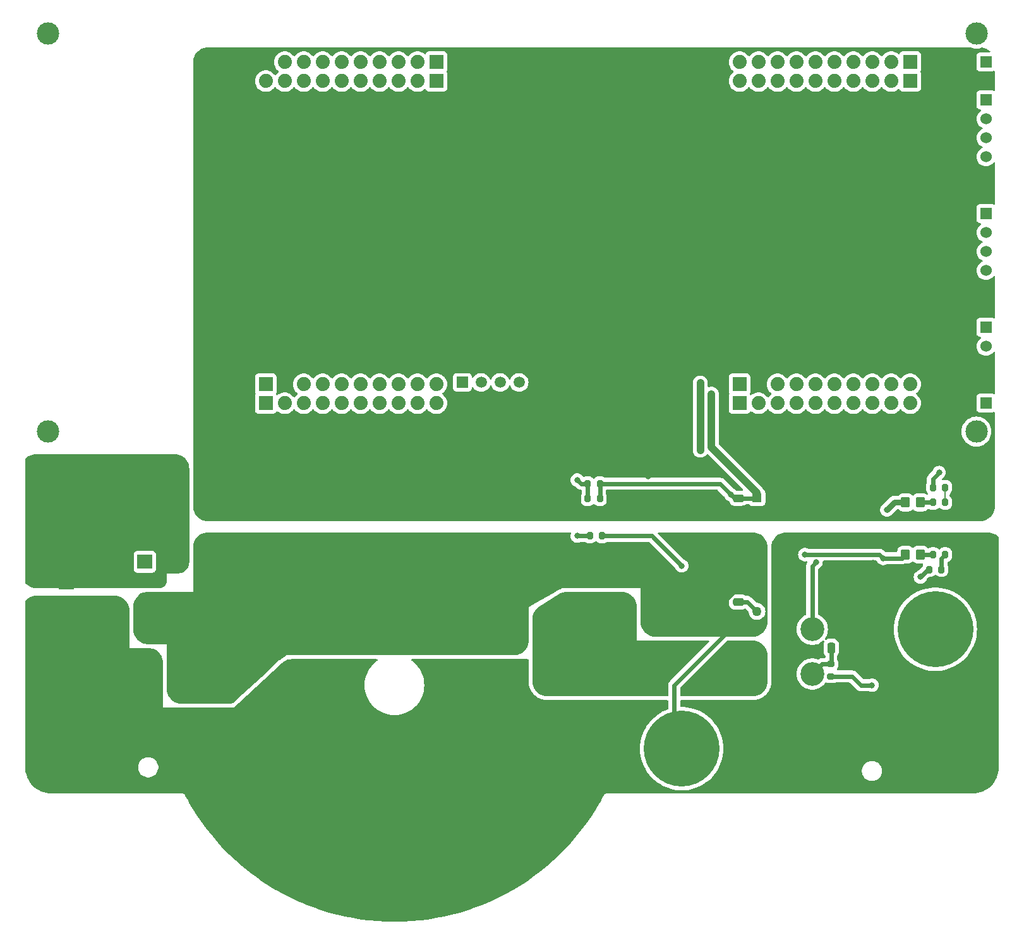
<source format=gbr>
G04 #@! TF.GenerationSoftware,KiCad,Pcbnew,8.0.8*
G04 #@! TF.CreationDate,2025-03-09T18:28:07-04:00*
G04 #@! TF.ProjectId,Power_Elec_Project,506f7765-725f-4456-9c65-635f50726f6a,1*
G04 #@! TF.SameCoordinates,Original*
G04 #@! TF.FileFunction,Copper,L2,Bot*
G04 #@! TF.FilePolarity,Positive*
%FSLAX46Y46*%
G04 Gerber Fmt 4.6, Leading zero omitted, Abs format (unit mm)*
G04 Created by KiCad (PCBNEW 8.0.8) date 2025-03-09 18:28:07*
%MOMM*%
%LPD*%
G01*
G04 APERTURE LIST*
G04 Aperture macros list*
%AMRoundRect*
0 Rectangle with rounded corners*
0 $1 Rounding radius*
0 $2 $3 $4 $5 $6 $7 $8 $9 X,Y pos of 4 corners*
0 Add a 4 corners polygon primitive as box body*
4,1,4,$2,$3,$4,$5,$6,$7,$8,$9,$2,$3,0*
0 Add four circle primitives for the rounded corners*
1,1,$1+$1,$2,$3*
1,1,$1+$1,$4,$5*
1,1,$1+$1,$6,$7*
1,1,$1+$1,$8,$9*
0 Add four rect primitives between the rounded corners*
20,1,$1+$1,$2,$3,$4,$5,0*
20,1,$1+$1,$4,$5,$6,$7,0*
20,1,$1+$1,$6,$7,$8,$9,0*
20,1,$1+$1,$8,$9,$2,$3,0*%
G04 Aperture macros list end*
G04 #@! TA.AperFunction,ComponentPad*
%ADD10C,1.700000*%
G04 #@! TD*
G04 #@! TA.AperFunction,ComponentPad*
%ADD11C,3.000000*%
G04 #@! TD*
G04 #@! TA.AperFunction,ComponentPad*
%ADD12R,1.879600X1.879600*%
G04 #@! TD*
G04 #@! TA.AperFunction,ComponentPad*
%ADD13C,1.879600*%
G04 #@! TD*
G04 #@! TA.AperFunction,ComponentPad*
%ADD14R,1.524000X1.524000*%
G04 #@! TD*
G04 #@! TA.AperFunction,ComponentPad*
%ADD15C,1.524000*%
G04 #@! TD*
G04 #@! TA.AperFunction,ComponentPad*
%ADD16R,1.500000X1.500000*%
G04 #@! TD*
G04 #@! TA.AperFunction,ComponentPad*
%ADD17C,1.500000*%
G04 #@! TD*
G04 #@! TA.AperFunction,ComponentPad*
%ADD18C,10.160000*%
G04 #@! TD*
G04 #@! TA.AperFunction,ComponentPad*
%ADD19R,2.000000X1.905000*%
G04 #@! TD*
G04 #@! TA.AperFunction,ComponentPad*
%ADD20O,2.000000X1.905000*%
G04 #@! TD*
G04 #@! TA.AperFunction,ComponentPad*
%ADD21R,2.000000X2.000000*%
G04 #@! TD*
G04 #@! TA.AperFunction,ComponentPad*
%ADD22C,2.000000*%
G04 #@! TD*
G04 #@! TA.AperFunction,ComponentPad*
%ADD23C,3.200000*%
G04 #@! TD*
G04 #@! TA.AperFunction,ComponentPad*
%ADD24R,1.270000X1.270000*%
G04 #@! TD*
G04 #@! TA.AperFunction,ComponentPad*
%ADD25C,1.270000*%
G04 #@! TD*
G04 #@! TA.AperFunction,SMDPad,CuDef*
%ADD26RoundRect,0.250000X-0.250000X-0.475000X0.250000X-0.475000X0.250000X0.475000X-0.250000X0.475000X0*%
G04 #@! TD*
G04 #@! TA.AperFunction,SMDPad,CuDef*
%ADD27RoundRect,0.250000X0.350000X0.450000X-0.350000X0.450000X-0.350000X-0.450000X0.350000X-0.450000X0*%
G04 #@! TD*
G04 #@! TA.AperFunction,SMDPad,CuDef*
%ADD28RoundRect,0.200000X-0.200000X-0.275000X0.200000X-0.275000X0.200000X0.275000X-0.200000X0.275000X0*%
G04 #@! TD*
G04 #@! TA.AperFunction,SMDPad,CuDef*
%ADD29RoundRect,0.250000X-0.475000X0.250000X-0.475000X-0.250000X0.475000X-0.250000X0.475000X0.250000X0*%
G04 #@! TD*
G04 #@! TA.AperFunction,SMDPad,CuDef*
%ADD30RoundRect,0.250000X-0.650000X0.412500X-0.650000X-0.412500X0.650000X-0.412500X0.650000X0.412500X0*%
G04 #@! TD*
G04 #@! TA.AperFunction,SMDPad,CuDef*
%ADD31RoundRect,0.200000X-0.275000X0.200000X-0.275000X-0.200000X0.275000X-0.200000X0.275000X0.200000X0*%
G04 #@! TD*
G04 #@! TA.AperFunction,SMDPad,CuDef*
%ADD32RoundRect,0.250000X0.475000X-0.250000X0.475000X0.250000X-0.475000X0.250000X-0.475000X-0.250000X0*%
G04 #@! TD*
G04 #@! TA.AperFunction,SMDPad,CuDef*
%ADD33RoundRect,0.200000X0.200000X0.275000X-0.200000X0.275000X-0.200000X-0.275000X0.200000X-0.275000X0*%
G04 #@! TD*
G04 #@! TA.AperFunction,ViaPad*
%ADD34C,0.800000*%
G04 #@! TD*
G04 #@! TA.AperFunction,Conductor*
%ADD35C,0.800000*%
G04 #@! TD*
G04 #@! TA.AperFunction,Conductor*
%ADD36C,0.600000*%
G04 #@! TD*
G04 #@! TA.AperFunction,Conductor*
%ADD37C,1.000000*%
G04 #@! TD*
G04 #@! TA.AperFunction,Conductor*
%ADD38C,0.200000*%
G04 #@! TD*
G04 APERTURE END LIST*
D10*
X158500000Y-128500000D03*
X111500000Y-128500000D03*
D11*
X88540000Y-41160000D03*
X88540000Y-94500000D03*
X213000000Y-41160000D03*
X213000000Y-94500000D03*
D12*
X117750000Y-90690000D03*
D13*
X120290000Y-90690000D03*
X122830000Y-90690000D03*
X125370000Y-90690000D03*
X127910000Y-90690000D03*
X130450000Y-90690000D03*
X132990000Y-90690000D03*
X135530000Y-90690000D03*
X138070000Y-90690000D03*
X140610000Y-90690000D03*
D12*
X140610000Y-44970000D03*
D13*
X138070000Y-44970000D03*
X135530000Y-44970000D03*
X132990000Y-44970000D03*
X130450000Y-44970000D03*
X127910000Y-44970000D03*
X125370000Y-44970000D03*
X122830000Y-44970000D03*
X120290000Y-44970000D03*
X117750000Y-44970000D03*
D12*
X117750000Y-88150000D03*
D13*
X120290000Y-88150000D03*
X122830000Y-88150000D03*
X125370000Y-88150000D03*
X127910000Y-88150000D03*
X130450000Y-88150000D03*
X132990000Y-88150000D03*
X135530000Y-88150000D03*
X138070000Y-88150000D03*
X140610000Y-88150000D03*
D12*
X140610000Y-47510000D03*
D13*
X138070000Y-47510000D03*
X135530000Y-47510000D03*
X132990000Y-47510000D03*
X130450000Y-47510000D03*
X127910000Y-47510000D03*
X125370000Y-47510000D03*
X122830000Y-47510000D03*
X120290000Y-47510000D03*
X117750000Y-47510000D03*
D12*
X181250000Y-90690000D03*
D13*
X183790000Y-90690000D03*
X186330000Y-90690000D03*
X188870000Y-90690000D03*
X191410000Y-90690000D03*
X193950000Y-90690000D03*
X196490000Y-90690000D03*
X199030000Y-90690000D03*
X201570000Y-90690000D03*
X204110000Y-90690000D03*
D12*
X204110000Y-44970000D03*
D13*
X201570000Y-44970000D03*
X199030000Y-44970000D03*
X196490000Y-44970000D03*
X193950000Y-44970000D03*
X191410000Y-44970000D03*
X188870000Y-44970000D03*
X186330000Y-44970000D03*
X183790000Y-44970000D03*
X181250000Y-44970000D03*
D12*
X181250000Y-88150000D03*
D13*
X183790000Y-88150000D03*
X186330000Y-88150000D03*
X188870000Y-88150000D03*
X191410000Y-88150000D03*
X193950000Y-88150000D03*
X196490000Y-88150000D03*
X199030000Y-88150000D03*
X201570000Y-88150000D03*
X204110000Y-88150000D03*
D12*
X204110000Y-47510000D03*
D13*
X201570000Y-47510000D03*
X199030000Y-47510000D03*
X196490000Y-47510000D03*
X193950000Y-47510000D03*
X191410000Y-47510000D03*
X188870000Y-47510000D03*
X186330000Y-47510000D03*
X183790000Y-47510000D03*
X181250000Y-47510000D03*
D14*
X214270000Y-44970000D03*
D15*
X211730000Y-44970000D03*
X209190000Y-44970000D03*
D14*
X214270000Y-80530000D03*
D15*
X214270000Y-83070000D03*
X214270000Y-85610000D03*
D14*
X214270000Y-50050000D03*
D15*
X214270000Y-52590000D03*
X214270000Y-55130000D03*
X214270000Y-57670000D03*
X214270000Y-60210000D03*
D14*
X214270000Y-65290000D03*
D15*
X214270000Y-67830000D03*
X214270000Y-70370000D03*
X214270000Y-72910000D03*
X214270000Y-75450000D03*
D14*
X214270000Y-90690000D03*
D15*
X211730000Y-90690000D03*
X209190000Y-90690000D03*
D16*
X144094000Y-87916000D03*
D17*
X144094000Y-90456000D03*
X146634000Y-87916000D03*
X146634000Y-90456000D03*
X149174000Y-87916000D03*
X149174000Y-90456000D03*
X151714000Y-87916000D03*
X151714000Y-90456000D03*
D18*
X173500000Y-137000000D03*
X93000000Y-136000000D03*
X207500000Y-121000000D03*
X209500000Y-137000000D03*
X93000000Y-105000000D03*
D19*
X101555000Y-111960000D03*
D20*
X101555000Y-114500000D03*
X101555000Y-117040000D03*
D21*
X91000000Y-114632323D03*
D22*
X91000000Y-119632323D03*
D23*
X191000000Y-127000000D03*
X191000000Y-121000000D03*
D24*
X183575000Y-103350000D03*
D25*
X183575000Y-105890000D03*
X183575000Y-113510000D03*
X183575000Y-118590000D03*
D26*
X193550000Y-123500000D03*
X195450000Y-123500000D03*
D27*
X205500000Y-111000000D03*
X203500000Y-111000000D03*
D28*
X161175000Y-108500000D03*
X162825000Y-108500000D03*
X160887500Y-103500000D03*
X162537500Y-103500000D03*
D29*
X181075000Y-103440000D03*
X181075000Y-105340000D03*
D28*
X207175000Y-111000000D03*
X208825000Y-111000000D03*
X207175000Y-104000000D03*
X208825000Y-104000000D03*
D30*
X96500000Y-114437500D03*
X96500000Y-117562500D03*
D31*
X193500000Y-125675000D03*
X193500000Y-127325000D03*
D32*
X181075000Y-117340000D03*
X181075000Y-115440000D03*
D33*
X208325000Y-113000000D03*
X206675000Y-113000000D03*
D27*
X205500000Y-104000000D03*
X203500000Y-104000000D03*
D28*
X160887500Y-101500000D03*
X162537500Y-101500000D03*
D33*
X208825000Y-102000000D03*
X207175000Y-102000000D03*
D34*
X102500000Y-106000000D03*
X104000000Y-106000000D03*
X101500000Y-101000000D03*
X104500000Y-101000000D03*
X101000000Y-104000000D03*
X100000000Y-103000000D03*
X105500000Y-102000000D03*
X104500000Y-103000000D03*
X104000000Y-104000000D03*
X100000000Y-101000000D03*
X103000000Y-105000000D03*
X100000000Y-105000000D03*
X102500000Y-104000000D03*
X103000000Y-101000000D03*
X101000000Y-102000000D03*
X101500000Y-103000000D03*
X101500000Y-105000000D03*
X101000000Y-106000000D03*
X104500000Y-105000000D03*
X102500000Y-102000000D03*
X105500000Y-106000000D03*
X103000000Y-103000000D03*
X105500000Y-104000000D03*
X104000000Y-102000000D03*
X201000000Y-105000000D03*
X149500000Y-58000000D03*
X136000000Y-69000000D03*
X186000000Y-72000000D03*
X125500000Y-66500000D03*
X151000000Y-56000000D03*
X160000000Y-64500000D03*
X144500000Y-71000000D03*
X153500000Y-56000000D03*
X156000000Y-56000000D03*
X150000000Y-64500000D03*
X166000000Y-62500000D03*
X210000000Y-79500000D03*
X124500000Y-60500000D03*
X143000000Y-62500000D03*
X203000000Y-82000000D03*
X137000000Y-71000000D03*
X132000000Y-60500000D03*
X210000000Y-69000000D03*
X139500000Y-71000000D03*
X134500000Y-60500000D03*
X131000000Y-69000000D03*
X143000000Y-56000000D03*
X128000000Y-62500000D03*
X146500000Y-69000000D03*
X202500000Y-79500000D03*
X141500000Y-58000000D03*
X199000000Y-73500000D03*
X157500000Y-60500000D03*
X167500000Y-60500000D03*
X141000000Y-69000000D03*
X170000000Y-60500000D03*
X195500000Y-82000000D03*
X185500000Y-82000000D03*
X203500000Y-71000000D03*
X124000000Y-58000000D03*
X193000000Y-82000000D03*
X193000000Y-105000000D03*
X164500000Y-103500000D03*
X202500000Y-69000000D03*
X171000000Y-56000000D03*
X124500000Y-64500000D03*
X140500000Y-66500000D03*
X133000000Y-62500000D03*
X165000000Y-71000000D03*
X201500000Y-73500000D03*
X209000000Y-84000000D03*
X147500000Y-64500000D03*
X194000000Y-84000000D03*
X122000000Y-71000000D03*
X153500000Y-62500000D03*
X161000000Y-66500000D03*
X161500000Y-69000000D03*
X207500000Y-69000000D03*
X164500000Y-58000000D03*
X142000000Y-71000000D03*
X190000000Y-101000000D03*
X152000000Y-58000000D03*
X168500000Y-66500000D03*
X152500000Y-64500000D03*
X202500000Y-75500000D03*
X155000000Y-60500000D03*
X158500000Y-62500000D03*
X133000000Y-66500000D03*
X148500000Y-56000000D03*
X207500000Y-79500000D03*
X121000000Y-69000000D03*
X132000000Y-71000000D03*
X168500000Y-62500000D03*
X206000000Y-71000000D03*
X170000000Y-71000000D03*
X163500000Y-66500000D03*
X186500000Y-77500000D03*
X200000000Y-69000000D03*
X199000000Y-77500000D03*
X149000000Y-69000000D03*
X205500000Y-82000000D03*
X187500000Y-79500000D03*
X130500000Y-62500000D03*
X129500000Y-60500000D03*
X150000000Y-71000000D03*
X159000000Y-69000000D03*
X168500000Y-56000000D03*
X190000000Y-73500000D03*
X166500000Y-69000000D03*
X190000000Y-79500000D03*
X129500000Y-64500000D03*
X162500000Y-71000000D03*
X190000000Y-75500000D03*
X197500000Y-69000000D03*
X191500000Y-77500000D03*
X167500000Y-71000000D03*
X134500000Y-71000000D03*
X157500000Y-64500000D03*
X144000000Y-58000000D03*
X203000000Y-100500000D03*
X165000000Y-64500000D03*
X200500000Y-82000000D03*
X142000000Y-60500000D03*
X193500000Y-69000000D03*
X156000000Y-66500000D03*
X169500000Y-58000000D03*
X146500000Y-58000000D03*
X167500000Y-64500000D03*
X154000000Y-69000000D03*
X169000000Y-100500000D03*
X127000000Y-60500000D03*
X155000000Y-71000000D03*
X188000000Y-70500000D03*
X162000000Y-58000000D03*
X133500000Y-69000000D03*
X139500000Y-64500000D03*
X188000000Y-82000000D03*
X130500000Y-56000000D03*
X140500000Y-62500000D03*
X148500000Y-62500000D03*
X208000000Y-82000000D03*
X154500000Y-58000000D03*
X191500000Y-84000000D03*
X123500000Y-69000000D03*
X138000000Y-62500000D03*
X188000000Y-75500000D03*
X165000000Y-60500000D03*
X197500000Y-75500000D03*
X150000000Y-60500000D03*
X161000000Y-56000000D03*
X208500000Y-71000000D03*
X173000000Y-99725000D03*
X200000000Y-79500000D03*
X160000000Y-71000000D03*
X198500000Y-71000000D03*
X147500000Y-71000000D03*
X156000000Y-62500000D03*
X209000000Y-73500000D03*
X205000000Y-79500000D03*
X157500000Y-71000000D03*
X125500000Y-56000000D03*
X125500000Y-62500000D03*
X195000000Y-79500000D03*
X128000000Y-56000000D03*
X196000000Y-71000000D03*
X196500000Y-77500000D03*
X192500000Y-79500000D03*
X158500000Y-56000000D03*
X145500000Y-66500000D03*
X158500000Y-66500000D03*
X195000000Y-69000000D03*
X123000000Y-62500000D03*
X135500000Y-56000000D03*
X142000000Y-64500000D03*
X123000000Y-56000000D03*
X137000000Y-64500000D03*
X127000000Y-71000000D03*
X163500000Y-56000000D03*
X204000000Y-73500000D03*
X186500000Y-84000000D03*
X145500000Y-62500000D03*
X126000000Y-69000000D03*
X187500000Y-69000000D03*
X196500000Y-84000000D03*
X195000000Y-75500000D03*
X134500000Y-64500000D03*
X191500000Y-73500000D03*
X162500000Y-60500000D03*
X206500000Y-84000000D03*
X139000000Y-58000000D03*
X136500000Y-58000000D03*
X172000000Y-58000000D03*
X189000000Y-77500000D03*
X138000000Y-56000000D03*
X196500000Y-73500000D03*
X144500000Y-60500000D03*
X145500000Y-56000000D03*
X194000000Y-73500000D03*
X199000000Y-84000000D03*
X209000000Y-77500000D03*
X144500000Y-64500000D03*
X127000000Y-64500000D03*
X151000000Y-66500000D03*
X201500000Y-77500000D03*
X193500000Y-71000000D03*
X194000000Y-77500000D03*
X156500000Y-69000000D03*
X137000000Y-60500000D03*
X130500000Y-66500000D03*
X129500000Y-71000000D03*
X138000000Y-66500000D03*
X191500000Y-71500000D03*
X143000000Y-66500000D03*
X204000000Y-77500000D03*
X132000000Y-64500000D03*
X164000000Y-69000000D03*
X190500000Y-82000000D03*
X171000000Y-62500000D03*
X151500000Y-69000000D03*
X162500000Y-64500000D03*
X160000000Y-60500000D03*
X155000000Y-64500000D03*
X206500000Y-73500000D03*
X189000000Y-84000000D03*
X161000000Y-62500000D03*
X153500000Y-66500000D03*
X143500000Y-69000000D03*
X152500000Y-60500000D03*
X128500000Y-69000000D03*
X122000000Y-60500000D03*
X134000000Y-58000000D03*
X206500000Y-77500000D03*
X133000000Y-56000000D03*
X207500000Y-75500000D03*
X123000000Y-66500000D03*
X192500000Y-75500000D03*
X135500000Y-66500000D03*
X171000000Y-66500000D03*
X122000000Y-64500000D03*
X124500000Y-71000000D03*
X210000000Y-75500000D03*
X189500000Y-68500000D03*
X205000000Y-75500000D03*
X157000000Y-58000000D03*
X201500000Y-84000000D03*
X166000000Y-66500000D03*
X148500000Y-66500000D03*
X211000000Y-71000000D03*
X166000000Y-56000000D03*
X159500000Y-58000000D03*
X152500000Y-71000000D03*
X128000000Y-66500000D03*
X131500000Y-58000000D03*
X147500000Y-60500000D03*
X198000000Y-82000000D03*
X135500000Y-62500000D03*
X200000000Y-75500000D03*
X140500000Y-56000000D03*
X129000000Y-58000000D03*
X205000000Y-69000000D03*
X170000000Y-64500000D03*
X204000000Y-84000000D03*
X167000000Y-58000000D03*
X138500000Y-69000000D03*
X201000000Y-71000000D03*
X139500000Y-60500000D03*
X169000000Y-69000000D03*
X163500000Y-62500000D03*
X151000000Y-62500000D03*
X126500000Y-58000000D03*
X197500000Y-79500000D03*
X137000000Y-135500000D03*
X141000000Y-140000000D03*
X183500000Y-136000000D03*
X126000000Y-140000000D03*
X197000000Y-118000000D03*
X189000000Y-138500000D03*
X122500000Y-138000000D03*
X123500000Y-140000000D03*
X194000000Y-138500000D03*
X139500000Y-135500000D03*
X198500000Y-136000000D03*
X195000000Y-118000000D03*
X127500000Y-138000000D03*
X143500000Y-140000000D03*
X144500000Y-135500000D03*
X197500000Y-119000000D03*
X182500000Y-134000000D03*
X132000000Y-135500000D03*
X197000000Y-120000000D03*
X192500000Y-140500000D03*
X195500000Y-117000000D03*
X181000000Y-136000000D03*
X135000000Y-138000000D03*
X134500000Y-135500000D03*
X133500000Y-133500000D03*
X188500000Y-136000000D03*
X131000000Y-140000000D03*
X196500000Y-117000000D03*
X191500000Y-138500000D03*
X195000000Y-134000000D03*
X141000000Y-133500000D03*
X124500000Y-135500000D03*
X196000000Y-120000000D03*
X187500000Y-140500000D03*
X138500000Y-133500000D03*
X195000000Y-140500000D03*
X196000000Y-118000000D03*
X196500000Y-119000000D03*
X136000000Y-133500000D03*
X142000000Y-135500000D03*
X180000000Y-140500000D03*
X184000000Y-138500000D03*
X186500000Y-138500000D03*
X182500000Y-140500000D03*
X199137500Y-112137500D03*
X190000000Y-134000000D03*
X145000000Y-138000000D03*
X202000000Y-109000000D03*
X131000000Y-133500000D03*
X186000000Y-136000000D03*
X195500000Y-119000000D03*
X128500000Y-133500000D03*
X199000000Y-138000000D03*
X197500000Y-134000000D03*
X123500000Y-133500000D03*
X138500000Y-140000000D03*
X191000000Y-136000000D03*
X129500000Y-135500000D03*
X130000000Y-138000000D03*
X127000000Y-135500000D03*
X181500000Y-138500000D03*
X137500000Y-138000000D03*
X193500000Y-136000000D03*
X180000000Y-134000000D03*
X128500000Y-140000000D03*
X179500000Y-138500000D03*
X196000000Y-136000000D03*
X185000000Y-134000000D03*
X126000000Y-133500000D03*
X132500000Y-138000000D03*
X196500000Y-109500000D03*
X197000000Y-140500000D03*
X147000000Y-135500000D03*
X201000000Y-141000000D03*
X140000000Y-138000000D03*
X125000000Y-138000000D03*
X146000000Y-140000000D03*
X196500000Y-138500000D03*
X185000000Y-140500000D03*
X192500000Y-134000000D03*
X190000000Y-140500000D03*
X143500000Y-133500000D03*
X146000000Y-133500000D03*
X201000000Y-136000000D03*
X136000000Y-140000000D03*
X200000000Y-134000000D03*
X186500000Y-114500000D03*
X187500000Y-134000000D03*
X142500000Y-138000000D03*
X133500000Y-140000000D03*
X177500000Y-89500000D03*
X180060000Y-102940000D03*
X173500000Y-112500000D03*
X119500000Y-110000000D03*
X108500000Y-123000000D03*
X116000000Y-120000000D03*
X111000000Y-118000000D03*
X115500000Y-112000000D03*
X125500000Y-112000000D03*
X137000000Y-113000000D03*
X121000000Y-118000000D03*
X118500000Y-119000000D03*
X121000000Y-122000000D03*
X110000000Y-124000000D03*
X125000000Y-120000000D03*
X120000000Y-120000000D03*
X133500000Y-112000000D03*
X121500000Y-110000000D03*
X117000000Y-111000000D03*
X114000000Y-124000000D03*
X134500000Y-110000000D03*
X117000000Y-120000000D03*
X127500000Y-123000000D03*
X128500000Y-110000000D03*
X120000000Y-113000000D03*
X116500000Y-112000000D03*
X120500000Y-119000000D03*
X127500000Y-121000000D03*
X126000000Y-113000000D03*
X111500000Y-119000000D03*
X115000000Y-126000000D03*
X118000000Y-122000000D03*
X137000000Y-111000000D03*
X125500000Y-121000000D03*
X107500000Y-123000000D03*
X111500000Y-125000000D03*
X127000000Y-111000000D03*
X119500000Y-119000000D03*
X109000000Y-124000000D03*
X117500000Y-123000000D03*
X133000000Y-120000000D03*
X127000000Y-118000000D03*
X126500000Y-119000000D03*
X138500000Y-110000000D03*
X122500000Y-112000000D03*
X141000000Y-113000000D03*
X117000000Y-113000000D03*
X132500000Y-110000000D03*
X136000000Y-118000000D03*
X114500000Y-119000000D03*
X125500000Y-119000000D03*
X125000000Y-118000000D03*
X132500000Y-121000000D03*
X123500000Y-112000000D03*
X128000000Y-122000000D03*
X129500000Y-110000000D03*
X123000000Y-122000000D03*
X115500000Y-121000000D03*
X133000000Y-118000000D03*
X128500000Y-121000000D03*
X126000000Y-111000000D03*
X113000000Y-122000000D03*
X117500000Y-112000000D03*
X107000000Y-122000000D03*
X128000000Y-118000000D03*
X129000000Y-118000000D03*
X118000000Y-113000000D03*
X119000000Y-111000000D03*
X109500000Y-123000000D03*
X122500000Y-123000000D03*
X112500000Y-125000000D03*
X121500000Y-123000000D03*
X120500000Y-121000000D03*
X136500000Y-119000000D03*
X107500000Y-121000000D03*
X129500000Y-121000000D03*
X121500000Y-121000000D03*
X137500000Y-110000000D03*
X135500000Y-112000000D03*
X163500000Y-112000000D03*
X127000000Y-122000000D03*
X135500000Y-110000000D03*
X114500000Y-121000000D03*
X138000000Y-113000000D03*
X107000000Y-126000000D03*
X167000000Y-113000000D03*
X113500000Y-123000000D03*
X131500000Y-121000000D03*
X117500000Y-121000000D03*
X122500000Y-110000000D03*
X122000000Y-122000000D03*
X114500000Y-123000000D03*
X116500000Y-123000000D03*
X128500000Y-112000000D03*
X115000000Y-124000000D03*
X112000000Y-120000000D03*
X125000000Y-111000000D03*
X113500000Y-121000000D03*
X120000000Y-111000000D03*
X116500000Y-125000000D03*
X133000000Y-113000000D03*
X111000000Y-122000000D03*
X114500000Y-112000000D03*
X125500000Y-123000000D03*
X134000000Y-122000000D03*
X131000000Y-122000000D03*
X117000000Y-124000000D03*
X124500000Y-121000000D03*
X112000000Y-124000000D03*
X108000000Y-122000000D03*
X116000000Y-113000000D03*
X124500000Y-119000000D03*
X135000000Y-120000000D03*
X135000000Y-113000000D03*
X135500000Y-119000000D03*
X134500000Y-121000000D03*
X130000000Y-120000000D03*
X137500000Y-121000000D03*
X131000000Y-111000000D03*
X110000000Y-120000000D03*
X129000000Y-122000000D03*
X128500000Y-119000000D03*
X134500000Y-112000000D03*
X165000000Y-111000000D03*
X139000000Y-113000000D03*
X120500000Y-110000000D03*
X164500000Y-112000000D03*
X112000000Y-122000000D03*
X134000000Y-120000000D03*
X127000000Y-120000000D03*
X131000000Y-120000000D03*
X139000000Y-111000000D03*
X117500000Y-119000000D03*
X124000000Y-113000000D03*
X130000000Y-113000000D03*
X141000000Y-111000000D03*
X114000000Y-113000000D03*
X114000000Y-122000000D03*
X130500000Y-119000000D03*
X136000000Y-120000000D03*
X115000000Y-122000000D03*
X112500000Y-119000000D03*
X118000000Y-120000000D03*
X126000000Y-120000000D03*
X110500000Y-125000000D03*
X110000000Y-122000000D03*
X131500000Y-110000000D03*
X128000000Y-120000000D03*
X138000000Y-111000000D03*
X109500000Y-125000000D03*
X165500000Y-110000000D03*
X108000000Y-120000000D03*
X115500000Y-125000000D03*
X107500000Y-125000000D03*
X136000000Y-122000000D03*
X125000000Y-113000000D03*
X122500000Y-121000000D03*
X115500000Y-123000000D03*
X133500000Y-121000000D03*
X135000000Y-111000000D03*
X113000000Y-124000000D03*
X126500000Y-112000000D03*
X116000000Y-126000000D03*
X109500000Y-121000000D03*
X140500000Y-112000000D03*
X133500000Y-119000000D03*
X116500000Y-110000000D03*
X113000000Y-111000000D03*
X122000000Y-111000000D03*
X108500000Y-125000000D03*
X113000000Y-120000000D03*
X111500000Y-121000000D03*
X121500000Y-112000000D03*
X132500000Y-112000000D03*
X117000000Y-118000000D03*
X113500000Y-125000000D03*
X121000000Y-120000000D03*
X131500000Y-112000000D03*
X117000000Y-122000000D03*
X119000000Y-113000000D03*
X135500000Y-121000000D03*
X122500000Y-119000000D03*
X140000000Y-111000000D03*
X114000000Y-126000000D03*
X123500000Y-123000000D03*
X132000000Y-122000000D03*
X111500000Y-123000000D03*
X136000000Y-111000000D03*
X136500000Y-110000000D03*
X123000000Y-120000000D03*
X124500000Y-112000000D03*
X123500000Y-119000000D03*
X125000000Y-122000000D03*
X127000000Y-113000000D03*
X112000000Y-118000000D03*
X115000000Y-118000000D03*
X164000000Y-111000000D03*
X119000000Y-122000000D03*
X123500000Y-121000000D03*
X119500000Y-112000000D03*
X124500000Y-110000000D03*
X132000000Y-111000000D03*
X138000000Y-122000000D03*
X123000000Y-111000000D03*
X126000000Y-118000000D03*
X115000000Y-120000000D03*
X136500000Y-121000000D03*
X126000000Y-122000000D03*
X127500000Y-110000000D03*
X131500000Y-119000000D03*
X115500000Y-110000000D03*
X115500000Y-119000000D03*
X110500000Y-121000000D03*
X129000000Y-113000000D03*
X164500000Y-110000000D03*
X130000000Y-122000000D03*
X132000000Y-118000000D03*
X123000000Y-113000000D03*
X137000000Y-122000000D03*
X116000000Y-124000000D03*
X138500000Y-112000000D03*
X107000000Y-124000000D03*
X132500000Y-119000000D03*
X117500000Y-110000000D03*
X114000000Y-111000000D03*
X166500000Y-112000000D03*
X124000000Y-111000000D03*
X122000000Y-120000000D03*
X108500000Y-119000000D03*
X136000000Y-113000000D03*
X134500000Y-119000000D03*
X114000000Y-120000000D03*
X119000000Y-118000000D03*
X120000000Y-122000000D03*
X135000000Y-122000000D03*
X110000000Y-126000000D03*
X109000000Y-122000000D03*
X137500000Y-119000000D03*
X141500000Y-112000000D03*
X116000000Y-111000000D03*
X113500000Y-112000000D03*
X129000000Y-120000000D03*
X139500000Y-112000000D03*
X116000000Y-122000000D03*
X119000000Y-120000000D03*
X124000000Y-118000000D03*
X108500000Y-121000000D03*
X137000000Y-120000000D03*
X116500000Y-119000000D03*
X121000000Y-111000000D03*
X118500000Y-121000000D03*
X131000000Y-118000000D03*
X118500000Y-123000000D03*
X140500000Y-110000000D03*
X126500000Y-121000000D03*
X124000000Y-122000000D03*
X116500000Y-121000000D03*
X109000000Y-120000000D03*
X130500000Y-121000000D03*
X130000000Y-118000000D03*
X133000000Y-122000000D03*
X120000000Y-118000000D03*
X119500000Y-123000000D03*
X129000000Y-111000000D03*
X133000000Y-111000000D03*
X113000000Y-118000000D03*
X122000000Y-118000000D03*
X131000000Y-113000000D03*
X140000000Y-113000000D03*
X137500000Y-112000000D03*
X114500000Y-110000000D03*
X134000000Y-118000000D03*
X115000000Y-113000000D03*
X132000000Y-113000000D03*
X126500000Y-110000000D03*
X124000000Y-120000000D03*
X128000000Y-111000000D03*
X123500000Y-110000000D03*
X121500000Y-119000000D03*
X119500000Y-121000000D03*
X120500000Y-123000000D03*
X133500000Y-110000000D03*
X112500000Y-121000000D03*
X111000000Y-120000000D03*
X114000000Y-118000000D03*
X138000000Y-120000000D03*
X129500000Y-112000000D03*
X166000000Y-113000000D03*
X139500000Y-110000000D03*
X134000000Y-111000000D03*
X113500000Y-119000000D03*
X118000000Y-118000000D03*
X137000000Y-118000000D03*
X113000000Y-113000000D03*
X122000000Y-113000000D03*
X127500000Y-119000000D03*
X114500000Y-125000000D03*
X166000000Y-111000000D03*
X123000000Y-118000000D03*
X126500000Y-123000000D03*
X109000000Y-126000000D03*
X118500000Y-110000000D03*
X117000000Y-126000000D03*
X128000000Y-113000000D03*
X112500000Y-123000000D03*
X125500000Y-110000000D03*
X115000000Y-111000000D03*
X120500000Y-112000000D03*
X130000000Y-111000000D03*
X124500000Y-123000000D03*
X136500000Y-112000000D03*
X127500000Y-112000000D03*
X110500000Y-119000000D03*
X130500000Y-112000000D03*
X116000000Y-118000000D03*
X108000000Y-126000000D03*
X132000000Y-120000000D03*
X118500000Y-112000000D03*
X108000000Y-124000000D03*
X111000000Y-124000000D03*
X121000000Y-113000000D03*
X118000000Y-111000000D03*
X135000000Y-118000000D03*
X130500000Y-110000000D03*
X110500000Y-123000000D03*
X165500000Y-112000000D03*
X109500000Y-119000000D03*
X129500000Y-119000000D03*
X134000000Y-113000000D03*
X190000000Y-111000000D03*
X200500000Y-111500000D03*
X159500000Y-108500000D03*
X159500000Y-101000000D03*
X205500000Y-114000000D03*
X208000000Y-100000000D03*
X191500000Y-112000000D03*
X161000000Y-123000000D03*
X160000000Y-118500000D03*
X162000000Y-121500000D03*
X163500000Y-129000000D03*
X161000000Y-120000000D03*
X158000000Y-118500000D03*
X167500000Y-129000000D03*
X163000000Y-123000000D03*
X158000000Y-121500000D03*
X165500000Y-129000000D03*
X178500000Y-129500000D03*
X166500000Y-124500000D03*
X167500000Y-126000000D03*
X176500000Y-129500000D03*
X156000000Y-121500000D03*
X180500000Y-127500000D03*
X184000000Y-127500000D03*
X163000000Y-120000000D03*
X199000000Y-128500000D03*
X156000000Y-118500000D03*
X179500000Y-128500000D03*
X177500000Y-128500000D03*
X160000000Y-121500000D03*
X162000000Y-118500000D03*
X180500000Y-129500000D03*
X163500000Y-126000000D03*
X159000000Y-120000000D03*
X165500000Y-126000000D03*
X159000000Y-123000000D03*
X169500000Y-126000000D03*
X175500000Y-128500000D03*
X162500000Y-127500000D03*
X157000000Y-120000000D03*
X168500000Y-124500000D03*
X164500000Y-127500000D03*
X164500000Y-124500000D03*
X168500000Y-127500000D03*
X166500000Y-127500000D03*
X169500000Y-129000000D03*
X174500000Y-129500000D03*
X162500000Y-124500000D03*
X157000000Y-123000000D03*
X182500000Y-127500000D03*
X176000000Y-88000000D03*
X176000000Y-97000000D03*
D35*
X202000000Y-104000000D02*
X201000000Y-105000000D01*
X203500000Y-104000000D02*
X202000000Y-104000000D01*
D36*
X117750000Y-44970000D02*
X117530000Y-44970000D01*
D35*
X120290000Y-88150000D02*
X120290000Y-86820923D01*
D36*
X181625000Y-105890000D02*
X181075000Y-105340000D01*
X144094000Y-90456000D02*
X151714000Y-90456000D01*
X183575000Y-105890000D02*
X181625000Y-105890000D01*
D35*
X113500000Y-47000000D02*
X115530000Y-44970000D01*
X113500000Y-80030923D02*
X113500000Y-47000000D01*
X115530000Y-44970000D02*
X117750000Y-44970000D01*
X120290000Y-86820923D02*
X113500000Y-80030923D01*
D36*
X193550000Y-123500000D02*
X193550000Y-125625000D01*
X193500000Y-125675000D02*
X192325000Y-125675000D01*
X193550000Y-125625000D02*
X193500000Y-125675000D01*
X192325000Y-125675000D02*
X191000000Y-127000000D01*
X181075000Y-103440000D02*
X180560000Y-103440000D01*
D37*
X177500000Y-96639214D02*
X183575000Y-102714214D01*
X183575000Y-102714214D02*
X183575000Y-103350000D01*
D36*
X162537500Y-103500000D02*
X162537500Y-101500000D01*
X183485000Y-103440000D02*
X183575000Y-103350000D01*
X181075000Y-103440000D02*
X183485000Y-103440000D01*
D37*
X177500000Y-89500000D02*
X177500000Y-96639214D01*
D36*
X180560000Y-103440000D02*
X178620000Y-101500000D01*
X178620000Y-101500000D02*
X162537500Y-101500000D01*
X181075000Y-117340000D02*
X182325000Y-117340000D01*
X182325000Y-117340000D02*
X183575000Y-118590000D01*
X162825000Y-108500000D02*
X169500000Y-108500000D01*
X169500000Y-108500000D02*
X173500000Y-112500000D01*
X181075000Y-115440000D02*
X179500000Y-117015000D01*
X181075000Y-115440000D02*
X181645000Y-115440000D01*
X179500000Y-117015000D02*
X179500000Y-121500000D01*
X181645000Y-115440000D02*
X183575000Y-113510000D01*
X179500000Y-121500000D02*
X172500000Y-128500000D01*
X172500000Y-128500000D02*
X172500000Y-136500000D01*
X200500000Y-111500000D02*
X200000000Y-111000000D01*
X200000000Y-111000000D02*
X190000000Y-111000000D01*
X200500000Y-111500000D02*
X203000000Y-111500000D01*
X203000000Y-111500000D02*
X203500000Y-111000000D01*
X159500000Y-108500000D02*
X161175000Y-108500000D01*
X160000000Y-101500000D02*
X159500000Y-101000000D01*
X160887500Y-101500000D02*
X160000000Y-101500000D01*
X160887500Y-101500000D02*
X160887500Y-103500000D01*
X206500000Y-113000000D02*
X205500000Y-114000000D01*
X206675000Y-113000000D02*
X206500000Y-113000000D01*
X207175000Y-102000000D02*
X207175000Y-100825000D01*
X207175000Y-100825000D02*
X208000000Y-100000000D01*
X191000000Y-112500000D02*
X191500000Y-112000000D01*
X191000000Y-121000000D02*
X191000000Y-112500000D01*
X197500000Y-128500000D02*
X199000000Y-128500000D01*
X196325000Y-127325000D02*
X197500000Y-128500000D01*
X193500000Y-127325000D02*
X196325000Y-127325000D01*
D37*
X176000000Y-88000000D02*
X176000000Y-97000000D01*
D36*
X207175000Y-111000000D02*
X205500000Y-111000000D01*
X208325000Y-111500000D02*
X208825000Y-111000000D01*
X208325000Y-113000000D02*
X208325000Y-111500000D01*
X205500000Y-104000000D02*
X207175000Y-104000000D01*
D38*
X208825000Y-102000000D02*
X208825000Y-104000000D01*
G04 #@! TA.AperFunction,Conductor*
G36*
X158611985Y-108019685D02*
G01*
X158657740Y-108072489D01*
X158667684Y-108141647D01*
X158662877Y-108162318D01*
X158623172Y-108284519D01*
X158614326Y-108311744D01*
X158594540Y-108500000D01*
X158614326Y-108688256D01*
X158614327Y-108688259D01*
X158672818Y-108868277D01*
X158672821Y-108868284D01*
X158767467Y-109032216D01*
X158824153Y-109095172D01*
X158894129Y-109172888D01*
X159047265Y-109284148D01*
X159047270Y-109284151D01*
X159220192Y-109361142D01*
X159220197Y-109361144D01*
X159405354Y-109400500D01*
X159405355Y-109400500D01*
X159594644Y-109400500D01*
X159594646Y-109400500D01*
X159779803Y-109361144D01*
X159856749Y-109326885D01*
X159891931Y-109311221D01*
X159942367Y-109300500D01*
X160458768Y-109300500D01*
X160525807Y-109320185D01*
X160535235Y-109326885D01*
X160539807Y-109330466D01*
X160539812Y-109330469D01*
X160539815Y-109330472D01*
X160685394Y-109418478D01*
X160847804Y-109469086D01*
X160918384Y-109475500D01*
X160918387Y-109475500D01*
X161431613Y-109475500D01*
X161431616Y-109475500D01*
X161502196Y-109469086D01*
X161664606Y-109418478D01*
X161810185Y-109330472D01*
X161856509Y-109284148D01*
X161912319Y-109228339D01*
X161973642Y-109194854D01*
X162043334Y-109199838D01*
X162087681Y-109228339D01*
X162189811Y-109330469D01*
X162189813Y-109330470D01*
X162189815Y-109330472D01*
X162335394Y-109418478D01*
X162497804Y-109469086D01*
X162568384Y-109475500D01*
X162568387Y-109475500D01*
X163081613Y-109475500D01*
X163081616Y-109475500D01*
X163152196Y-109469086D01*
X163314606Y-109418478D01*
X163460185Y-109330472D01*
X163460189Y-109330467D01*
X163460192Y-109330466D01*
X163464765Y-109326885D01*
X163529678Y-109301039D01*
X163541232Y-109300500D01*
X169117060Y-109300500D01*
X169184099Y-109320185D01*
X169204741Y-109336819D01*
X172621262Y-112753340D01*
X172651512Y-112802703D01*
X172672818Y-112868277D01*
X172672821Y-112868284D01*
X172767467Y-113032216D01*
X172862247Y-113137479D01*
X172894129Y-113172888D01*
X173047265Y-113284148D01*
X173047270Y-113284151D01*
X173220192Y-113361142D01*
X173220197Y-113361144D01*
X173405354Y-113400500D01*
X173405355Y-113400500D01*
X173594644Y-113400500D01*
X173594646Y-113400500D01*
X173779803Y-113361144D01*
X173952730Y-113284151D01*
X174105871Y-113172888D01*
X174232533Y-113032216D01*
X174327179Y-112868284D01*
X174385674Y-112688256D01*
X174405460Y-112500000D01*
X174385674Y-112311744D01*
X174327179Y-112131716D01*
X174232533Y-111967784D01*
X174105871Y-111827112D01*
X174105870Y-111827111D01*
X173952734Y-111715851D01*
X173952729Y-111715848D01*
X173784809Y-111641084D01*
X173747564Y-111615486D01*
X170343759Y-108211681D01*
X170310274Y-108150358D01*
X170315258Y-108080666D01*
X170357130Y-108024733D01*
X170422594Y-108000316D01*
X170431440Y-108000000D01*
X182995572Y-108000000D01*
X183004418Y-108000316D01*
X183275790Y-108019724D01*
X183293291Y-108022241D01*
X183554803Y-108079129D01*
X183571762Y-108084108D01*
X183822524Y-108177638D01*
X183838616Y-108184987D01*
X184073501Y-108313244D01*
X184088375Y-108322802D01*
X184302624Y-108483188D01*
X184315994Y-108494774D01*
X184505225Y-108684005D01*
X184516811Y-108697375D01*
X184644752Y-108868284D01*
X184677193Y-108911619D01*
X184686758Y-108926503D01*
X184815011Y-109161382D01*
X184822361Y-109177475D01*
X184915888Y-109428229D01*
X184920872Y-109445205D01*
X184977757Y-109706702D01*
X184980275Y-109724214D01*
X184995979Y-109943787D01*
X184996117Y-109959269D01*
X184996104Y-109959520D01*
X184995138Y-109977535D01*
X184994954Y-109982681D01*
X184994820Y-109986424D01*
X184994500Y-110004407D01*
X184994500Y-120072472D01*
X184994184Y-120081318D01*
X184980275Y-120275785D01*
X184977757Y-120293297D01*
X184920872Y-120554794D01*
X184915888Y-120571770D01*
X184822361Y-120822524D01*
X184815011Y-120838617D01*
X184686758Y-121073496D01*
X184677193Y-121088380D01*
X184516811Y-121302624D01*
X184505225Y-121315994D01*
X184315994Y-121505225D01*
X184302624Y-121516811D01*
X184088380Y-121677193D01*
X184073496Y-121686758D01*
X183838617Y-121815011D01*
X183822524Y-121822361D01*
X183571770Y-121915888D01*
X183554794Y-121920872D01*
X183293297Y-121977757D01*
X183275785Y-121980275D01*
X183056210Y-121995979D01*
X183040727Y-121996117D01*
X183022497Y-121995139D01*
X183013574Y-121994820D01*
X182995591Y-121994500D01*
X182995572Y-121994500D01*
X179683440Y-121994500D01*
X179683438Y-121994500D01*
X179629393Y-121997397D01*
X179613611Y-121999094D01*
X179611802Y-121999289D01*
X179598546Y-122000000D01*
X177115683Y-122000000D01*
X177098037Y-121998738D01*
X177068561Y-121994500D01*
X177068560Y-121994500D01*
X169927527Y-121994500D01*
X169918681Y-121994184D01*
X169724214Y-121980275D01*
X169706702Y-121977757D01*
X169445205Y-121920872D01*
X169428229Y-121915888D01*
X169177475Y-121822361D01*
X169161382Y-121815011D01*
X168926503Y-121686758D01*
X168911619Y-121677193D01*
X168697375Y-121516811D01*
X168684005Y-121505225D01*
X168494774Y-121315994D01*
X168483188Y-121302624D01*
X168469718Y-121284630D01*
X168322802Y-121088375D01*
X168313244Y-121073501D01*
X168184987Y-120838616D01*
X168177638Y-120822524D01*
X168084108Y-120571762D01*
X168079129Y-120554803D01*
X168022241Y-120293291D01*
X168019724Y-120275785D01*
X168005816Y-120081318D01*
X168005500Y-120072472D01*
X168005500Y-118004407D01*
X168005179Y-117986425D01*
X168005178Y-117986413D01*
X168005178Y-117986381D01*
X168004862Y-117977535D01*
X168003896Y-117959518D01*
X168000316Y-117909464D01*
X168000000Y-117900618D01*
X168000000Y-117500000D01*
X168000000Y-117039983D01*
X179849500Y-117039983D01*
X179849500Y-117640001D01*
X179849501Y-117640019D01*
X179860000Y-117742796D01*
X179860001Y-117742799D01*
X179912298Y-117900618D01*
X179915186Y-117909334D01*
X180007288Y-118058656D01*
X180131344Y-118182712D01*
X180280666Y-118274814D01*
X180447203Y-118329999D01*
X180549991Y-118340500D01*
X181600008Y-118340499D01*
X181600016Y-118340498D01*
X181600019Y-118340498D01*
X181656302Y-118334748D01*
X181702797Y-118329999D01*
X181869334Y-118274814D01*
X181945710Y-118227704D01*
X182013098Y-118209265D01*
X182079762Y-118230187D01*
X182098485Y-118245563D01*
X182402129Y-118549207D01*
X182435614Y-118610530D01*
X182437919Y-118625446D01*
X182454051Y-118799537D01*
X182454051Y-118799539D01*
X182454052Y-118799542D01*
X182507672Y-118987997D01*
X182511642Y-119001950D01*
X182605442Y-119190325D01*
X182732261Y-119358260D01*
X182887776Y-119500030D01*
X182887778Y-119500032D01*
X183066692Y-119610811D01*
X183066698Y-119610814D01*
X183072287Y-119612979D01*
X183262924Y-119686832D01*
X183469780Y-119725500D01*
X183469782Y-119725500D01*
X183680218Y-119725500D01*
X183680220Y-119725500D01*
X183887076Y-119686832D01*
X184083304Y-119610813D01*
X184262223Y-119500031D01*
X184417740Y-119358259D01*
X184544558Y-119190325D01*
X184638359Y-119001947D01*
X184695948Y-118799542D01*
X184715365Y-118590000D01*
X184695948Y-118380458D01*
X184638359Y-118178053D01*
X184544558Y-117989675D01*
X184417740Y-117821741D01*
X184331144Y-117742799D01*
X184262223Y-117679969D01*
X184262221Y-117679967D01*
X184083307Y-117569188D01*
X184083301Y-117569185D01*
X183895522Y-117496440D01*
X183887076Y-117493168D01*
X183680220Y-117454500D01*
X183680218Y-117454500D01*
X183622940Y-117454500D01*
X183555901Y-117434815D01*
X183535259Y-117418181D01*
X182835292Y-116718213D01*
X182835288Y-116718210D01*
X182704185Y-116630609D01*
X182704172Y-116630602D01*
X182558501Y-116570264D01*
X182558489Y-116570261D01*
X182403845Y-116539500D01*
X182403842Y-116539500D01*
X182112230Y-116539500D01*
X182045191Y-116519815D01*
X182024549Y-116503181D01*
X182018657Y-116497289D01*
X182018656Y-116497288D01*
X181869334Y-116405186D01*
X181702797Y-116350001D01*
X181702795Y-116350000D01*
X181600010Y-116339500D01*
X180549998Y-116339500D01*
X180549980Y-116339501D01*
X180447203Y-116350000D01*
X180447200Y-116350001D01*
X180280668Y-116405185D01*
X180280663Y-116405187D01*
X180131342Y-116497289D01*
X180007289Y-116621342D01*
X179915187Y-116770663D01*
X179915185Y-116770668D01*
X179890411Y-116845433D01*
X179860001Y-116937203D01*
X179860001Y-116937204D01*
X179860000Y-116937204D01*
X179849500Y-117039983D01*
X168000000Y-117039983D01*
X168000000Y-115500000D01*
X166000002Y-115500000D01*
X165599382Y-115500000D01*
X165590536Y-115499684D01*
X165540468Y-115496103D01*
X165522497Y-115495139D01*
X165513574Y-115494820D01*
X165495591Y-115494500D01*
X165495572Y-115494500D01*
X158077925Y-115494500D01*
X158077922Y-115494500D01*
X158060308Y-115494807D01*
X158051629Y-115495110D01*
X158034008Y-115496034D01*
X157977296Y-115500000D01*
X157500000Y-115500000D01*
X157251254Y-115638191D01*
X157095226Y-115694991D01*
X157062563Y-115708189D01*
X157046740Y-115715234D01*
X157014972Y-115730728D01*
X156780065Y-115855657D01*
X156764591Y-115864236D01*
X156757133Y-115868542D01*
X156742016Y-115877628D01*
X156118705Y-116267196D01*
X156113205Y-116270439D01*
X154028707Y-117428495D01*
X154028694Y-117428502D01*
X153000000Y-118000000D01*
X153000000Y-119176807D01*
X153000000Y-119176822D01*
X153000000Y-119509796D01*
X152999676Y-119518754D01*
X152996146Y-119567483D01*
X152995154Y-119585751D01*
X152994829Y-119594721D01*
X152994500Y-119612986D01*
X152994500Y-122572472D01*
X152994184Y-122581318D01*
X152980275Y-122775785D01*
X152977757Y-122793297D01*
X152920872Y-123054794D01*
X152915888Y-123071770D01*
X152822361Y-123322524D01*
X152815011Y-123338617D01*
X152686758Y-123573496D01*
X152677193Y-123588380D01*
X152516811Y-123802624D01*
X152505225Y-123815994D01*
X152315994Y-124005225D01*
X152302624Y-124016811D01*
X152088380Y-124177193D01*
X152073496Y-124186758D01*
X151838617Y-124315011D01*
X151822524Y-124322361D01*
X151571770Y-124415888D01*
X151554794Y-124420872D01*
X151293297Y-124477757D01*
X151275785Y-124480275D01*
X151081319Y-124494184D01*
X151072473Y-124494500D01*
X137371787Y-124494500D01*
X137339849Y-124496247D01*
X137316614Y-124497519D01*
X137300773Y-124499259D01*
X137287241Y-124500000D01*
X135111443Y-124500000D01*
X135105359Y-124499851D01*
X135000000Y-124494675D01*
X134894641Y-124499851D01*
X134888557Y-124500000D01*
X132675336Y-124500000D01*
X132657690Y-124498738D01*
X132628214Y-124494500D01*
X132628213Y-124494500D01*
X121290023Y-124494500D01*
X121290005Y-124494500D01*
X121271126Y-124494853D01*
X121261860Y-124495200D01*
X121242952Y-124496262D01*
X121193097Y-124500000D01*
X120500000Y-124500000D01*
X120271096Y-124712553D01*
X120241084Y-124724339D01*
X120206416Y-124739474D01*
X120189735Y-124747512D01*
X120156302Y-124765191D01*
X119913391Y-124905522D01*
X119881383Y-124925647D01*
X119866080Y-124936089D01*
X119835674Y-124958546D01*
X119612787Y-125136417D01*
X119598203Y-125148508D01*
X119591231Y-125154514D01*
X119591208Y-125154534D01*
X119587173Y-125158142D01*
X119577093Y-125167156D01*
X117183470Y-127389809D01*
X113830347Y-130503423D01*
X113830347Y-130503424D01*
X113472265Y-130835926D01*
X113433214Y-130860478D01*
X113313073Y-130907657D01*
X113295354Y-130913126D01*
X113021917Y-130975569D01*
X113003582Y-130978334D01*
X112792603Y-130994153D01*
X112783332Y-130994500D01*
X106427527Y-130994500D01*
X106418681Y-130994184D01*
X106224214Y-130980275D01*
X106206702Y-130977757D01*
X105945205Y-130920872D01*
X105928229Y-130915888D01*
X105677475Y-130822361D01*
X105661382Y-130815011D01*
X105426503Y-130686758D01*
X105411619Y-130677193D01*
X105197375Y-130516811D01*
X105184005Y-130505225D01*
X104994774Y-130315994D01*
X104983188Y-130302624D01*
X104822802Y-130088375D01*
X104813244Y-130073501D01*
X104684987Y-129838616D01*
X104677638Y-129822524D01*
X104584108Y-129571762D01*
X104579129Y-129554803D01*
X104522241Y-129293291D01*
X104519724Y-129275785D01*
X104505816Y-129081318D01*
X104505500Y-129072472D01*
X104505500Y-125504407D01*
X104505179Y-125486425D01*
X104505178Y-125486413D01*
X104505178Y-125486381D01*
X104504862Y-125477535D01*
X104503896Y-125459518D01*
X104500316Y-125409464D01*
X104500000Y-125400618D01*
X104500000Y-125000000D01*
X104500000Y-123000000D01*
X102500002Y-123000000D01*
X102099382Y-123000000D01*
X102090536Y-122999684D01*
X102040468Y-122996103D01*
X102022497Y-122995139D01*
X102013574Y-122994820D01*
X101995591Y-122994500D01*
X101995572Y-122994500D01*
X101927527Y-122994500D01*
X101918681Y-122994184D01*
X101724214Y-122980275D01*
X101706702Y-122977757D01*
X101445205Y-122920872D01*
X101428229Y-122915888D01*
X101177475Y-122822361D01*
X101161382Y-122815011D01*
X100926503Y-122686758D01*
X100911619Y-122677193D01*
X100697375Y-122516811D01*
X100684005Y-122505225D01*
X100494774Y-122315994D01*
X100483188Y-122302624D01*
X100322802Y-122088375D01*
X100313244Y-122073501D01*
X100184987Y-121838616D01*
X100177638Y-121822524D01*
X100123432Y-121677193D01*
X100084108Y-121571762D01*
X100079129Y-121554803D01*
X100022241Y-121293291D01*
X100019724Y-121275785D01*
X100005816Y-121081318D01*
X100005500Y-121072472D01*
X100005500Y-118504407D01*
X100005179Y-118486425D01*
X100005178Y-118486413D01*
X100005178Y-118486381D01*
X100004862Y-118477535D01*
X100003896Y-118459518D01*
X100000316Y-118409464D01*
X100000000Y-118400618D01*
X100000000Y-118004427D01*
X100000316Y-117995581D01*
X100019724Y-117724207D01*
X100022240Y-117706710D01*
X100079130Y-117445192D01*
X100084107Y-117428241D01*
X100177640Y-117177470D01*
X100184985Y-117161388D01*
X100313248Y-116926491D01*
X100322798Y-116911630D01*
X100483195Y-116697366D01*
X100494767Y-116684012D01*
X100684012Y-116494767D01*
X100697366Y-116483195D01*
X100911630Y-116322798D01*
X100926491Y-116313248D01*
X101161388Y-116184985D01*
X101177470Y-116177640D01*
X101428241Y-116084107D01*
X101445192Y-116079130D01*
X101706710Y-116022240D01*
X101724207Y-116019724D01*
X101918681Y-116005815D01*
X101927527Y-116005500D01*
X103493890Y-116005500D01*
X103493907Y-116005500D01*
X103518707Y-116004891D01*
X103530861Y-116004294D01*
X103555610Y-116002469D01*
X103572274Y-116000827D01*
X103574617Y-116000597D01*
X103586770Y-116000000D01*
X106000000Y-116000000D01*
X108000000Y-116000000D01*
X108000000Y-112094621D01*
X108000382Y-112084893D01*
X108000564Y-112082577D01*
X108003560Y-112044514D01*
X108004729Y-112024686D01*
X108005111Y-112014957D01*
X108005500Y-111995124D01*
X108005500Y-109927526D01*
X108005816Y-109918680D01*
X108019724Y-109724214D01*
X108022240Y-109706710D01*
X108079130Y-109445192D01*
X108084107Y-109428241D01*
X108177640Y-109177470D01*
X108184985Y-109161388D01*
X108313248Y-108926491D01*
X108322798Y-108911630D01*
X108483195Y-108697366D01*
X108494767Y-108684012D01*
X108684012Y-108494767D01*
X108697366Y-108483195D01*
X108911630Y-108322798D01*
X108926491Y-108313248D01*
X109161388Y-108184985D01*
X109177470Y-108177640D01*
X109428241Y-108084107D01*
X109445192Y-108079130D01*
X109706710Y-108022240D01*
X109724207Y-108019724D01*
X109995582Y-108000316D01*
X110004428Y-108000000D01*
X158544946Y-108000000D01*
X158611985Y-108019685D01*
G37*
G04 #@! TD.AperFunction*
G04 #@! TA.AperFunction,Conductor*
G36*
X105504418Y-97500316D02*
G01*
X105775790Y-97519724D01*
X105793291Y-97522241D01*
X106054803Y-97579129D01*
X106071762Y-97584108D01*
X106322521Y-97677637D01*
X106322524Y-97677638D01*
X106338616Y-97684987D01*
X106573499Y-97813243D01*
X106588375Y-97822802D01*
X106802621Y-97983186D01*
X106802624Y-97983188D01*
X106815994Y-97994774D01*
X107005225Y-98184005D01*
X107016811Y-98197375D01*
X107177193Y-98411619D01*
X107186758Y-98426503D01*
X107315011Y-98661382D01*
X107322361Y-98677475D01*
X107415888Y-98928229D01*
X107420872Y-98945205D01*
X107477757Y-99206702D01*
X107480275Y-99224214D01*
X107499684Y-99495581D01*
X107500000Y-99504427D01*
X107500000Y-111995124D01*
X107499618Y-112004853D01*
X107482298Y-112224924D01*
X107479254Y-112244142D01*
X107428863Y-112454035D01*
X107422850Y-112472541D01*
X107340243Y-112671971D01*
X107331409Y-112689308D01*
X107218624Y-112873355D01*
X107207187Y-112889096D01*
X107066997Y-113053238D01*
X107053238Y-113066997D01*
X106889096Y-113207187D01*
X106873355Y-113218624D01*
X106689308Y-113331409D01*
X106671971Y-113340243D01*
X106472541Y-113422850D01*
X106454035Y-113428863D01*
X106244142Y-113479254D01*
X106224924Y-113482298D01*
X106004854Y-113499618D01*
X105995125Y-113500000D01*
X104500000Y-113500000D01*
X104500000Y-114500000D01*
X104500000Y-114500001D01*
X104481982Y-114682935D01*
X104477240Y-114706775D01*
X104427424Y-114870998D01*
X104418121Y-114893456D01*
X104337227Y-115044798D01*
X104323722Y-115065010D01*
X104214854Y-115197666D01*
X104197666Y-115214854D01*
X104065010Y-115323722D01*
X104044798Y-115337227D01*
X103893456Y-115418121D01*
X103870998Y-115427424D01*
X103706775Y-115477240D01*
X103682934Y-115481982D01*
X103506061Y-115499403D01*
X103493907Y-115500000D01*
X99000000Y-115500000D01*
X87004448Y-115500000D01*
X86995602Y-115499684D01*
X86724235Y-115480275D01*
X86706723Y-115477757D01*
X86445225Y-115420872D01*
X86428249Y-115415888D01*
X86177497Y-115322362D01*
X86161404Y-115315012D01*
X85926521Y-115186756D01*
X85911638Y-115177191D01*
X85697398Y-115016813D01*
X85684034Y-115005234D01*
X85536836Y-114858037D01*
X85503353Y-114796717D01*
X85500520Y-114770372D01*
X85500519Y-110959635D01*
X100054500Y-110959635D01*
X100054500Y-112960370D01*
X100054501Y-112960376D01*
X100060908Y-113019983D01*
X100111202Y-113154828D01*
X100111206Y-113154835D01*
X100197452Y-113270044D01*
X100197455Y-113270047D01*
X100312664Y-113356293D01*
X100312671Y-113356297D01*
X100447517Y-113406591D01*
X100447516Y-113406591D01*
X100454444Y-113407335D01*
X100507127Y-113413000D01*
X102602872Y-113412999D01*
X102662483Y-113406591D01*
X102797331Y-113356296D01*
X102912546Y-113270046D01*
X102998796Y-113154831D01*
X103049091Y-113019983D01*
X103055500Y-112960373D01*
X103055499Y-110959628D01*
X103049091Y-110900017D01*
X102998796Y-110765169D01*
X102998795Y-110765168D01*
X102998793Y-110765164D01*
X102912547Y-110649955D01*
X102912544Y-110649952D01*
X102797335Y-110563706D01*
X102797328Y-110563702D01*
X102662482Y-110513408D01*
X102662483Y-110513408D01*
X102602883Y-110507001D01*
X102602881Y-110507000D01*
X102602873Y-110507000D01*
X102602864Y-110507000D01*
X100507129Y-110507000D01*
X100507123Y-110507001D01*
X100447516Y-110513408D01*
X100312671Y-110563702D01*
X100312664Y-110563706D01*
X100197455Y-110649952D01*
X100197452Y-110649955D01*
X100111206Y-110765164D01*
X100111202Y-110765171D01*
X100060908Y-110900017D01*
X100054501Y-110959616D01*
X100054501Y-110959623D01*
X100054500Y-110959635D01*
X85500519Y-110959635D01*
X85500516Y-98229640D01*
X85520201Y-98162602D01*
X85536830Y-98141965D01*
X85684030Y-97994765D01*
X85697392Y-97983188D01*
X85911640Y-97822803D01*
X85926509Y-97813247D01*
X86161410Y-97684981D01*
X86177479Y-97677642D01*
X86428257Y-97584107D01*
X86445208Y-97579130D01*
X86706727Y-97522240D01*
X86724224Y-97519724D01*
X86995599Y-97500316D01*
X87004445Y-97500000D01*
X105495572Y-97500000D01*
X105504418Y-97500316D01*
G37*
G04 #@! TD.AperFunction*
G04 #@! TA.AperFunction,Conductor*
G36*
X212229713Y-43007818D02*
G01*
X212434954Y-43084369D01*
X212574763Y-43114782D01*
X212714566Y-43145195D01*
X212714568Y-43145195D01*
X212714572Y-43145196D01*
X212968220Y-43163337D01*
X212999999Y-43165610D01*
X213000000Y-43165610D01*
X213000001Y-43165610D01*
X213028595Y-43163564D01*
X213285428Y-43145196D01*
X213285433Y-43145195D01*
X213565043Y-43084370D01*
X213565046Y-43084369D01*
X213719114Y-43026904D01*
X213771299Y-43019403D01*
X213775804Y-43019725D01*
X213793291Y-43022241D01*
X214054803Y-43079129D01*
X214071762Y-43084108D01*
X214290276Y-43165610D01*
X214322524Y-43177638D01*
X214338616Y-43184987D01*
X214573501Y-43313244D01*
X214588375Y-43322802D01*
X214802624Y-43483188D01*
X214815994Y-43494774D01*
X214817039Y-43495819D01*
X214850524Y-43557142D01*
X214845540Y-43626834D01*
X214803668Y-43682767D01*
X214738204Y-43707184D01*
X214729358Y-43707500D01*
X213460129Y-43707500D01*
X213460123Y-43707501D01*
X213400516Y-43713908D01*
X213265671Y-43764202D01*
X213265664Y-43764206D01*
X213150455Y-43850452D01*
X213150452Y-43850455D01*
X213064206Y-43965664D01*
X213064202Y-43965671D01*
X213013908Y-44100517D01*
X213007501Y-44160116D01*
X213007500Y-44160135D01*
X213007500Y-45779870D01*
X213007501Y-45779876D01*
X213013908Y-45839483D01*
X213064202Y-45974328D01*
X213064206Y-45974335D01*
X213150452Y-46089544D01*
X213150455Y-46089547D01*
X213265664Y-46175793D01*
X213265671Y-46175797D01*
X213400517Y-46226091D01*
X213400516Y-46226091D01*
X213407444Y-46226835D01*
X213460127Y-46232500D01*
X215079872Y-46232499D01*
X215139483Y-46226091D01*
X215274331Y-46175796D01*
X215301689Y-46155315D01*
X215367151Y-46130898D01*
X215435425Y-46145749D01*
X215484831Y-46195153D01*
X215500000Y-46254582D01*
X215500000Y-48765417D01*
X215480315Y-48832456D01*
X215427511Y-48878211D01*
X215358353Y-48888155D01*
X215301689Y-48864684D01*
X215274331Y-48844204D01*
X215274328Y-48844202D01*
X215139482Y-48793908D01*
X215139483Y-48793908D01*
X215079883Y-48787501D01*
X215079881Y-48787500D01*
X215079873Y-48787500D01*
X215079864Y-48787500D01*
X213460129Y-48787500D01*
X213460123Y-48787501D01*
X213400516Y-48793908D01*
X213265671Y-48844202D01*
X213265664Y-48844206D01*
X213150455Y-48930452D01*
X213150452Y-48930455D01*
X213064206Y-49045664D01*
X213064202Y-49045671D01*
X213013908Y-49180517D01*
X213007501Y-49240116D01*
X213007500Y-49240135D01*
X213007500Y-50859870D01*
X213007501Y-50859876D01*
X213013908Y-50919483D01*
X213064202Y-51054328D01*
X213064206Y-51054335D01*
X213150452Y-51169544D01*
X213150455Y-51169547D01*
X213265664Y-51255793D01*
X213265671Y-51255797D01*
X213400517Y-51306091D01*
X213400516Y-51306091D01*
X213407444Y-51306835D01*
X213460127Y-51312500D01*
X213500079Y-51312499D01*
X213567116Y-51332182D01*
X213612872Y-51384985D01*
X213622817Y-51454143D01*
X213593794Y-51517700D01*
X213571203Y-51538074D01*
X213455375Y-51619177D01*
X213299175Y-51775377D01*
X213172466Y-51956338D01*
X213172465Y-51956340D01*
X213079107Y-52156548D01*
X213079104Y-52156554D01*
X213021930Y-52369929D01*
X213021929Y-52369937D01*
X213002677Y-52589997D01*
X213002677Y-52590002D01*
X213021929Y-52810062D01*
X213021930Y-52810070D01*
X213079104Y-53023445D01*
X213079105Y-53023447D01*
X213079106Y-53023450D01*
X213172466Y-53223662D01*
X213172468Y-53223666D01*
X213299170Y-53404615D01*
X213299175Y-53404621D01*
X213455378Y-53560824D01*
X213455384Y-53560829D01*
X213636333Y-53687531D01*
X213636335Y-53687532D01*
X213636338Y-53687534D01*
X213755748Y-53743215D01*
X213765189Y-53747618D01*
X213817628Y-53793790D01*
X213836780Y-53860984D01*
X213816564Y-53927865D01*
X213765189Y-53972382D01*
X213636340Y-54032465D01*
X213636338Y-54032466D01*
X213455377Y-54159175D01*
X213299175Y-54315377D01*
X213172466Y-54496338D01*
X213172465Y-54496340D01*
X213079107Y-54696548D01*
X213079104Y-54696554D01*
X213021930Y-54909929D01*
X213021929Y-54909937D01*
X213002677Y-55129997D01*
X213002677Y-55130002D01*
X213021929Y-55350062D01*
X213021930Y-55350070D01*
X213079104Y-55563445D01*
X213079105Y-55563447D01*
X213079106Y-55563450D01*
X213172466Y-55763662D01*
X213172468Y-55763666D01*
X213299170Y-55944615D01*
X213299175Y-55944621D01*
X213455378Y-56100824D01*
X213455384Y-56100829D01*
X213636333Y-56227531D01*
X213636335Y-56227532D01*
X213636338Y-56227534D01*
X213755748Y-56283215D01*
X213765189Y-56287618D01*
X213817628Y-56333790D01*
X213836780Y-56400984D01*
X213816564Y-56467865D01*
X213765189Y-56512382D01*
X213636340Y-56572465D01*
X213636338Y-56572466D01*
X213455377Y-56699175D01*
X213299175Y-56855377D01*
X213172466Y-57036338D01*
X213172465Y-57036340D01*
X213079107Y-57236548D01*
X213079104Y-57236554D01*
X213021930Y-57449929D01*
X213021929Y-57449937D01*
X213002677Y-57669997D01*
X213002677Y-57670002D01*
X213021929Y-57890062D01*
X213021930Y-57890070D01*
X213079104Y-58103445D01*
X213079105Y-58103447D01*
X213079106Y-58103450D01*
X213172466Y-58303662D01*
X213172468Y-58303666D01*
X213299170Y-58484615D01*
X213299175Y-58484621D01*
X213455378Y-58640824D01*
X213455384Y-58640829D01*
X213636333Y-58767531D01*
X213636335Y-58767532D01*
X213636338Y-58767534D01*
X213836550Y-58860894D01*
X214049932Y-58918070D01*
X214207123Y-58931822D01*
X214269998Y-58937323D01*
X214270000Y-58937323D01*
X214270002Y-58937323D01*
X214325017Y-58932509D01*
X214490068Y-58918070D01*
X214703450Y-58860894D01*
X214903662Y-58767534D01*
X215084620Y-58640826D01*
X215240826Y-58484620D01*
X215274425Y-58436636D01*
X215329002Y-58393011D01*
X215398500Y-58385817D01*
X215460855Y-58417340D01*
X215496269Y-58477570D01*
X215500000Y-58507759D01*
X215500000Y-64005417D01*
X215480315Y-64072456D01*
X215427511Y-64118211D01*
X215358353Y-64128155D01*
X215301689Y-64104684D01*
X215274331Y-64084204D01*
X215274328Y-64084202D01*
X215139482Y-64033908D01*
X215139483Y-64033908D01*
X215079883Y-64027501D01*
X215079881Y-64027500D01*
X215079873Y-64027500D01*
X215079864Y-64027500D01*
X213460129Y-64027500D01*
X213460123Y-64027501D01*
X213400516Y-64033908D01*
X213265671Y-64084202D01*
X213265664Y-64084206D01*
X213150455Y-64170452D01*
X213150452Y-64170455D01*
X213064206Y-64285664D01*
X213064202Y-64285671D01*
X213013908Y-64420517D01*
X213007501Y-64480116D01*
X213007500Y-64480135D01*
X213007500Y-66099870D01*
X213007501Y-66099876D01*
X213013908Y-66159483D01*
X213064202Y-66294328D01*
X213064206Y-66294335D01*
X213150452Y-66409544D01*
X213150455Y-66409547D01*
X213265664Y-66495793D01*
X213265671Y-66495797D01*
X213400517Y-66546091D01*
X213400516Y-66546091D01*
X213407444Y-66546835D01*
X213460127Y-66552500D01*
X213500079Y-66552499D01*
X213567116Y-66572182D01*
X213612872Y-66624985D01*
X213622817Y-66694143D01*
X213593794Y-66757700D01*
X213571203Y-66778074D01*
X213455375Y-66859177D01*
X213299175Y-67015377D01*
X213172466Y-67196338D01*
X213172465Y-67196340D01*
X213079107Y-67396548D01*
X213079104Y-67396554D01*
X213021930Y-67609929D01*
X213021929Y-67609937D01*
X213002677Y-67829997D01*
X213002677Y-67830002D01*
X213021929Y-68050062D01*
X213021930Y-68050070D01*
X213079104Y-68263445D01*
X213079105Y-68263447D01*
X213079106Y-68263450D01*
X213172466Y-68463662D01*
X213172468Y-68463666D01*
X213299170Y-68644615D01*
X213299175Y-68644621D01*
X213455378Y-68800824D01*
X213455384Y-68800829D01*
X213636333Y-68927531D01*
X213636335Y-68927532D01*
X213636338Y-68927534D01*
X213755748Y-68983215D01*
X213765189Y-68987618D01*
X213817628Y-69033790D01*
X213836780Y-69100984D01*
X213816564Y-69167865D01*
X213765189Y-69212382D01*
X213636340Y-69272465D01*
X213636338Y-69272466D01*
X213455377Y-69399175D01*
X213299175Y-69555377D01*
X213172466Y-69736338D01*
X213172465Y-69736340D01*
X213079107Y-69936548D01*
X213079104Y-69936554D01*
X213021930Y-70149929D01*
X213021929Y-70149937D01*
X213002677Y-70369997D01*
X213002677Y-70370002D01*
X213021929Y-70590062D01*
X213021930Y-70590070D01*
X213079104Y-70803445D01*
X213079105Y-70803447D01*
X213079106Y-70803450D01*
X213172466Y-71003662D01*
X213172468Y-71003666D01*
X213299170Y-71184615D01*
X213299175Y-71184621D01*
X213455378Y-71340824D01*
X213455384Y-71340829D01*
X213636333Y-71467531D01*
X213636335Y-71467532D01*
X213636338Y-71467534D01*
X213755748Y-71523215D01*
X213765189Y-71527618D01*
X213817628Y-71573790D01*
X213836780Y-71640984D01*
X213816564Y-71707865D01*
X213765189Y-71752382D01*
X213636340Y-71812465D01*
X213636338Y-71812466D01*
X213455377Y-71939175D01*
X213299175Y-72095377D01*
X213172466Y-72276338D01*
X213172465Y-72276340D01*
X213079107Y-72476548D01*
X213079104Y-72476554D01*
X213021930Y-72689929D01*
X213021929Y-72689937D01*
X213002677Y-72909997D01*
X213002677Y-72910002D01*
X213021929Y-73130062D01*
X213021930Y-73130070D01*
X213079104Y-73343445D01*
X213079105Y-73343447D01*
X213079106Y-73343450D01*
X213172466Y-73543662D01*
X213172468Y-73543666D01*
X213299170Y-73724615D01*
X213299175Y-73724621D01*
X213455378Y-73880824D01*
X213455384Y-73880829D01*
X213636333Y-74007531D01*
X213636335Y-74007532D01*
X213636338Y-74007534D01*
X213836550Y-74100894D01*
X214049932Y-74158070D01*
X214207123Y-74171822D01*
X214269998Y-74177323D01*
X214270000Y-74177323D01*
X214270002Y-74177323D01*
X214325017Y-74172509D01*
X214490068Y-74158070D01*
X214703450Y-74100894D01*
X214903662Y-74007534D01*
X215084620Y-73880826D01*
X215240826Y-73724620D01*
X215274425Y-73676636D01*
X215329002Y-73633011D01*
X215398500Y-73625817D01*
X215460855Y-73657340D01*
X215496269Y-73717570D01*
X215500000Y-73747759D01*
X215500000Y-79245417D01*
X215480315Y-79312456D01*
X215427511Y-79358211D01*
X215358353Y-79368155D01*
X215301689Y-79344684D01*
X215274331Y-79324204D01*
X215274328Y-79324202D01*
X215139482Y-79273908D01*
X215139483Y-79273908D01*
X215079883Y-79267501D01*
X215079881Y-79267500D01*
X215079873Y-79267500D01*
X215079864Y-79267500D01*
X213460129Y-79267500D01*
X213460123Y-79267501D01*
X213400516Y-79273908D01*
X213265671Y-79324202D01*
X213265664Y-79324206D01*
X213150455Y-79410452D01*
X213150452Y-79410455D01*
X213064206Y-79525664D01*
X213064202Y-79525671D01*
X213013908Y-79660517D01*
X213007501Y-79720116D01*
X213007500Y-79720135D01*
X213007500Y-81339870D01*
X213007501Y-81339876D01*
X213013908Y-81399483D01*
X213064202Y-81534328D01*
X213064206Y-81534335D01*
X213150452Y-81649544D01*
X213150455Y-81649547D01*
X213265664Y-81735793D01*
X213265671Y-81735797D01*
X213400517Y-81786091D01*
X213400516Y-81786091D01*
X213407444Y-81786835D01*
X213460127Y-81792500D01*
X213500079Y-81792499D01*
X213567116Y-81812182D01*
X213612872Y-81864985D01*
X213622817Y-81934143D01*
X213593794Y-81997700D01*
X213571203Y-82018074D01*
X213455375Y-82099177D01*
X213299175Y-82255377D01*
X213172466Y-82436338D01*
X213172465Y-82436340D01*
X213079107Y-82636548D01*
X213079104Y-82636554D01*
X213021930Y-82849929D01*
X213021929Y-82849937D01*
X213002677Y-83069997D01*
X213002677Y-83070002D01*
X213021929Y-83290062D01*
X213021930Y-83290070D01*
X213079104Y-83503445D01*
X213079105Y-83503447D01*
X213079106Y-83503450D01*
X213172466Y-83703662D01*
X213172468Y-83703666D01*
X213299170Y-83884615D01*
X213299175Y-83884621D01*
X213455378Y-84040824D01*
X213455384Y-84040829D01*
X213636333Y-84167531D01*
X213636335Y-84167532D01*
X213636338Y-84167534D01*
X213836550Y-84260894D01*
X214049932Y-84318070D01*
X214207123Y-84331822D01*
X214269998Y-84337323D01*
X214270000Y-84337323D01*
X214270002Y-84337323D01*
X214325017Y-84332509D01*
X214490068Y-84318070D01*
X214703450Y-84260894D01*
X214903662Y-84167534D01*
X215084620Y-84040826D01*
X215240826Y-83884620D01*
X215274425Y-83836636D01*
X215329002Y-83793011D01*
X215398500Y-83785817D01*
X215460855Y-83817340D01*
X215496269Y-83877570D01*
X215500000Y-83907759D01*
X215500000Y-89405417D01*
X215480315Y-89472456D01*
X215427511Y-89518211D01*
X215358353Y-89528155D01*
X215301689Y-89504684D01*
X215274331Y-89484204D01*
X215274328Y-89484202D01*
X215139482Y-89433908D01*
X215139483Y-89433908D01*
X215079883Y-89427501D01*
X215079881Y-89427500D01*
X215079873Y-89427500D01*
X215079864Y-89427500D01*
X213460129Y-89427500D01*
X213460123Y-89427501D01*
X213400516Y-89433908D01*
X213265671Y-89484202D01*
X213265664Y-89484206D01*
X213150455Y-89570452D01*
X213150452Y-89570455D01*
X213064206Y-89685664D01*
X213064202Y-89685671D01*
X213013908Y-89820517D01*
X213007501Y-89880116D01*
X213007500Y-89880135D01*
X213007500Y-91499870D01*
X213007501Y-91499876D01*
X213013908Y-91559483D01*
X213064202Y-91694328D01*
X213064206Y-91694335D01*
X213150452Y-91809544D01*
X213150455Y-91809547D01*
X213265664Y-91895793D01*
X213265671Y-91895797D01*
X213400517Y-91946091D01*
X213400516Y-91946091D01*
X213407444Y-91946835D01*
X213460127Y-91952500D01*
X215079872Y-91952499D01*
X215139483Y-91946091D01*
X215274331Y-91895796D01*
X215301689Y-91875315D01*
X215367151Y-91850898D01*
X215435425Y-91865749D01*
X215484831Y-91915153D01*
X215500000Y-91974582D01*
X215500000Y-104495572D01*
X215499684Y-104504418D01*
X215480275Y-104775785D01*
X215477757Y-104793297D01*
X215420872Y-105054794D01*
X215415888Y-105071770D01*
X215322361Y-105322524D01*
X215315011Y-105338617D01*
X215186758Y-105573496D01*
X215177193Y-105588380D01*
X215016811Y-105802624D01*
X215005225Y-105815994D01*
X214815994Y-106005225D01*
X214802624Y-106016811D01*
X214588380Y-106177193D01*
X214573496Y-106186758D01*
X214338617Y-106315011D01*
X214322524Y-106322361D01*
X214071770Y-106415888D01*
X214054794Y-106420872D01*
X213793297Y-106477757D01*
X213775785Y-106480275D01*
X213504418Y-106499684D01*
X213495572Y-106500000D01*
X110004428Y-106500000D01*
X109995582Y-106499684D01*
X109724214Y-106480275D01*
X109706702Y-106477757D01*
X109445205Y-106420872D01*
X109428229Y-106415888D01*
X109177475Y-106322361D01*
X109161382Y-106315011D01*
X108926503Y-106186758D01*
X108911619Y-106177193D01*
X108697375Y-106016811D01*
X108684005Y-106005225D01*
X108494774Y-105815994D01*
X108483188Y-105802624D01*
X108479188Y-105797281D01*
X108322802Y-105588375D01*
X108313244Y-105573501D01*
X108184987Y-105338616D01*
X108177638Y-105322524D01*
X108172003Y-105307417D01*
X108084108Y-105071762D01*
X108079129Y-105054803D01*
X108067207Y-104999999D01*
X200094540Y-104999999D01*
X200098821Y-105040731D01*
X200099500Y-105053692D01*
X200099500Y-105088692D01*
X200107639Y-105129614D01*
X200109341Y-105140839D01*
X200114325Y-105188249D01*
X200114326Y-105188256D01*
X200118304Y-105200500D01*
X200124903Y-105220807D01*
X200128587Y-105234927D01*
X200134105Y-105262665D01*
X200134106Y-105262670D01*
X200152641Y-105307417D01*
X200156011Y-105316550D01*
X200172820Y-105368282D01*
X200186571Y-105392100D01*
X200193743Y-105406644D01*
X200201986Y-105426544D01*
X200201988Y-105426547D01*
X200232626Y-105472402D01*
X200236910Y-105479290D01*
X200267467Y-105532216D01*
X200281355Y-105547640D01*
X200292307Y-105561721D01*
X200300535Y-105574035D01*
X200344283Y-105617783D01*
X200348751Y-105622491D01*
X200394129Y-105672888D01*
X200399821Y-105677024D01*
X200405463Y-105681123D01*
X200420259Y-105693760D01*
X200425960Y-105699461D01*
X200425965Y-105699465D01*
X200482981Y-105737561D01*
X200486956Y-105740330D01*
X200547270Y-105784151D01*
X200553896Y-105787101D01*
X200553907Y-105787106D01*
X200572353Y-105797277D01*
X200573453Y-105798012D01*
X200643027Y-105826831D01*
X200645930Y-105828077D01*
X200720195Y-105861143D01*
X200720197Y-105861144D01*
X200720691Y-105861249D01*
X200731373Y-105864567D01*
X200731507Y-105864127D01*
X200737330Y-105865893D01*
X200737334Y-105865895D01*
X200817904Y-105881920D01*
X200819283Y-105882204D01*
X200905354Y-105900500D01*
X200905355Y-105900500D01*
X201094645Y-105900500D01*
X201094646Y-105900500D01*
X201180699Y-105882208D01*
X201182134Y-105881912D01*
X201262666Y-105865895D01*
X201262671Y-105865893D01*
X201268495Y-105864127D01*
X201268628Y-105864568D01*
X201279319Y-105861247D01*
X201279404Y-105861228D01*
X201279803Y-105861144D01*
X201354096Y-105828065D01*
X201356942Y-105826843D01*
X201426547Y-105798012D01*
X201427637Y-105797283D01*
X201446088Y-105787107D01*
X201452730Y-105784151D01*
X201513039Y-105740333D01*
X201516966Y-105737595D01*
X201574036Y-105699464D01*
X201579740Y-105693760D01*
X201594533Y-105681124D01*
X201605871Y-105672888D01*
X201651265Y-105622471D01*
X201655698Y-105617800D01*
X202336680Y-104936819D01*
X202398003Y-104903334D01*
X202424361Y-104900500D01*
X202487769Y-104900500D01*
X202554808Y-104920185D01*
X202575450Y-104936818D01*
X202681344Y-105042712D01*
X202830666Y-105134814D01*
X202997203Y-105189999D01*
X203099991Y-105200500D01*
X203900008Y-105200499D01*
X203900016Y-105200498D01*
X203900019Y-105200498D01*
X203956302Y-105194748D01*
X204002797Y-105189999D01*
X204169334Y-105134814D01*
X204318656Y-105042712D01*
X204412319Y-104949049D01*
X204473642Y-104915564D01*
X204543334Y-104920548D01*
X204587681Y-104949049D01*
X204681344Y-105042712D01*
X204830666Y-105134814D01*
X204997203Y-105189999D01*
X205099991Y-105200500D01*
X205900008Y-105200499D01*
X205900016Y-105200498D01*
X205900019Y-105200498D01*
X205956302Y-105194748D01*
X206002797Y-105189999D01*
X206169334Y-105134814D01*
X206318656Y-105042712D01*
X206442712Y-104918656D01*
X206444186Y-104916266D01*
X206445625Y-104914971D01*
X206447193Y-104912989D01*
X206447531Y-104913256D01*
X206496130Y-104869541D01*
X206565092Y-104858316D01*
X206613873Y-104875242D01*
X206685394Y-104918478D01*
X206847804Y-104969086D01*
X206918384Y-104975500D01*
X206918387Y-104975500D01*
X207431613Y-104975500D01*
X207431616Y-104975500D01*
X207502196Y-104969086D01*
X207664606Y-104918478D01*
X207810185Y-104830472D01*
X207847366Y-104793291D01*
X207912319Y-104728339D01*
X207973642Y-104694854D01*
X208043334Y-104699838D01*
X208087681Y-104728339D01*
X208189811Y-104830469D01*
X208189813Y-104830470D01*
X208189815Y-104830472D01*
X208335394Y-104918478D01*
X208497804Y-104969086D01*
X208568384Y-104975500D01*
X208568387Y-104975500D01*
X209081613Y-104975500D01*
X209081616Y-104975500D01*
X209152196Y-104969086D01*
X209314606Y-104918478D01*
X209460185Y-104830472D01*
X209580472Y-104710185D01*
X209668478Y-104564606D01*
X209719086Y-104402196D01*
X209725500Y-104331616D01*
X209725500Y-103668384D01*
X209719086Y-103597804D01*
X209668478Y-103435394D01*
X209580472Y-103289815D01*
X209580470Y-103289813D01*
X209580469Y-103289811D01*
X209461819Y-103171161D01*
X209428334Y-103109838D01*
X209425500Y-103083480D01*
X209425500Y-102916519D01*
X209445185Y-102849480D01*
X209461814Y-102828842D01*
X209580472Y-102710185D01*
X209668478Y-102564606D01*
X209719086Y-102402196D01*
X209725500Y-102331616D01*
X209725500Y-101668384D01*
X209719086Y-101597804D01*
X209668478Y-101435394D01*
X209580472Y-101289815D01*
X209580470Y-101289813D01*
X209580469Y-101289811D01*
X209460188Y-101169530D01*
X209314606Y-101081522D01*
X209152196Y-101030914D01*
X209152194Y-101030913D01*
X209152192Y-101030913D01*
X209102778Y-101026423D01*
X209081616Y-101024500D01*
X208568384Y-101024500D01*
X208497804Y-101030914D01*
X208497802Y-101030914D01*
X208491270Y-101031508D01*
X208491024Y-101028808D01*
X208433388Y-101023618D01*
X208378234Y-100980724D01*
X208355027Y-100914821D01*
X208371133Y-100846833D01*
X208421440Y-100798346D01*
X208428376Y-100794993D01*
X208452730Y-100784151D01*
X208605871Y-100672888D01*
X208732533Y-100532216D01*
X208827179Y-100368284D01*
X208885674Y-100188256D01*
X208905460Y-100000000D01*
X208885674Y-99811744D01*
X208827179Y-99631716D01*
X208732533Y-99467784D01*
X208605871Y-99327112D01*
X208605870Y-99327111D01*
X208452734Y-99215851D01*
X208452729Y-99215848D01*
X208279807Y-99138857D01*
X208279802Y-99138855D01*
X208134001Y-99107865D01*
X208094646Y-99099500D01*
X207905354Y-99099500D01*
X207872897Y-99106398D01*
X207720197Y-99138855D01*
X207720192Y-99138857D01*
X207547270Y-99215848D01*
X207547265Y-99215851D01*
X207394129Y-99327111D01*
X207267466Y-99467785D01*
X207172821Y-99631715D01*
X207172816Y-99631725D01*
X207151510Y-99697298D01*
X207121261Y-99746659D01*
X206768422Y-100099500D01*
X206664711Y-100203211D01*
X206608960Y-100258962D01*
X206553209Y-100314712D01*
X206465609Y-100445814D01*
X206465602Y-100445827D01*
X206405264Y-100591498D01*
X206405261Y-100591510D01*
X206374500Y-100746153D01*
X206374500Y-101329732D01*
X206356617Y-101393881D01*
X206331523Y-101435391D01*
X206280913Y-101597807D01*
X206274500Y-101668386D01*
X206274500Y-102331613D01*
X206280913Y-102402192D01*
X206280913Y-102402194D01*
X206280914Y-102402196D01*
X206331522Y-102564606D01*
X206413272Y-102699837D01*
X206419530Y-102710188D01*
X206476591Y-102767249D01*
X206510076Y-102828572D01*
X206505092Y-102898264D01*
X206463220Y-102954197D01*
X206397756Y-102978614D01*
X206329483Y-102963762D01*
X206323814Y-102960469D01*
X206169340Y-102865189D01*
X206169335Y-102865187D01*
X206169334Y-102865186D01*
X206002797Y-102810001D01*
X206002795Y-102810000D01*
X205900010Y-102799500D01*
X205099998Y-102799500D01*
X205099980Y-102799501D01*
X204997203Y-102810000D01*
X204997200Y-102810001D01*
X204830668Y-102865185D01*
X204830663Y-102865187D01*
X204681342Y-102957289D01*
X204587681Y-103050951D01*
X204526358Y-103084436D01*
X204456666Y-103079452D01*
X204412319Y-103050951D01*
X204318657Y-102957289D01*
X204318656Y-102957288D01*
X204169334Y-102865186D01*
X204002797Y-102810001D01*
X204002795Y-102810000D01*
X203900010Y-102799500D01*
X203099998Y-102799500D01*
X203099980Y-102799501D01*
X202997203Y-102810000D01*
X202997200Y-102810001D01*
X202830668Y-102865185D01*
X202830663Y-102865187D01*
X202681345Y-102957287D01*
X202575450Y-103063182D01*
X202514127Y-103096666D01*
X202487769Y-103099500D01*
X201911304Y-103099500D01*
X201737339Y-103134103D01*
X201737323Y-103134108D01*
X201621453Y-103182102D01*
X201621454Y-103182103D01*
X201573454Y-103201986D01*
X201481872Y-103263180D01*
X201481871Y-103263180D01*
X201425969Y-103300532D01*
X201425961Y-103300538D01*
X200420260Y-104306238D01*
X200405468Y-104318872D01*
X200394136Y-104327105D01*
X200394126Y-104327114D01*
X200348750Y-104377508D01*
X200344285Y-104382213D01*
X200300539Y-104425960D01*
X200300532Y-104425968D01*
X200292308Y-104438277D01*
X200281361Y-104452352D01*
X200267468Y-104467782D01*
X200267467Y-104467783D01*
X200236907Y-104520713D01*
X200232626Y-104527597D01*
X200201987Y-104573454D01*
X200193742Y-104593357D01*
X200186575Y-104607890D01*
X200172820Y-104631716D01*
X200172818Y-104631721D01*
X200156010Y-104683449D01*
X200152642Y-104692580D01*
X200134105Y-104737333D01*
X200134103Y-104737341D01*
X200128588Y-104765067D01*
X200124902Y-104779193D01*
X200114326Y-104811743D01*
X200114325Y-104811746D01*
X200109341Y-104859160D01*
X200107639Y-104870384D01*
X200099500Y-104911307D01*
X200099500Y-104946306D01*
X200098821Y-104959266D01*
X200094540Y-104999999D01*
X108067207Y-104999999D01*
X108022241Y-104793291D01*
X108019724Y-104775785D01*
X108018957Y-104765067D01*
X108000316Y-104504418D01*
X108000000Y-104495572D01*
X108000000Y-101000000D01*
X158594540Y-101000000D01*
X158614326Y-101188256D01*
X158614327Y-101188259D01*
X158672818Y-101368277D01*
X158672821Y-101368284D01*
X158767467Y-101532216D01*
X158826523Y-101597804D01*
X158894129Y-101672888D01*
X159047265Y-101784148D01*
X159047270Y-101784151D01*
X159215190Y-101858915D01*
X159252435Y-101884513D01*
X159489707Y-102121786D01*
X159489711Y-102121789D01*
X159620814Y-102209390D01*
X159620818Y-102209392D01*
X159620821Y-102209394D01*
X159766503Y-102269738D01*
X159894437Y-102295185D01*
X159921153Y-102300499D01*
X159921157Y-102300500D01*
X159921158Y-102300500D01*
X159963000Y-102300500D01*
X160030039Y-102320185D01*
X160075794Y-102372989D01*
X160087000Y-102424500D01*
X160087000Y-102829732D01*
X160069117Y-102893881D01*
X160044023Y-102935391D01*
X160044022Y-102935393D01*
X160044022Y-102935394D01*
X160035182Y-102963762D01*
X159993413Y-103097807D01*
X159987000Y-103168386D01*
X159987000Y-103831613D01*
X159993413Y-103902192D01*
X159993413Y-103902194D01*
X159993414Y-103902196D01*
X160044022Y-104064606D01*
X160100877Y-104158656D01*
X160132030Y-104210188D01*
X160252311Y-104330469D01*
X160252313Y-104330470D01*
X160252315Y-104330472D01*
X160397894Y-104418478D01*
X160560304Y-104469086D01*
X160630884Y-104475500D01*
X160630887Y-104475500D01*
X161144113Y-104475500D01*
X161144116Y-104475500D01*
X161214696Y-104469086D01*
X161377106Y-104418478D01*
X161522685Y-104330472D01*
X161570447Y-104282710D01*
X161624819Y-104228339D01*
X161686142Y-104194854D01*
X161755834Y-104199838D01*
X161800181Y-104228339D01*
X161902311Y-104330469D01*
X161902313Y-104330470D01*
X161902315Y-104330472D01*
X162047894Y-104418478D01*
X162210304Y-104469086D01*
X162280884Y-104475500D01*
X162280887Y-104475500D01*
X162794113Y-104475500D01*
X162794116Y-104475500D01*
X162864696Y-104469086D01*
X163027106Y-104418478D01*
X163172685Y-104330472D01*
X163292972Y-104210185D01*
X163380978Y-104064606D01*
X163431586Y-103902196D01*
X163438000Y-103831616D01*
X163438000Y-103168384D01*
X163431586Y-103097804D01*
X163380978Y-102935394D01*
X163362500Y-102904827D01*
X163355883Y-102893881D01*
X163338000Y-102829732D01*
X163338000Y-102424500D01*
X163357685Y-102357461D01*
X163410489Y-102311706D01*
X163462000Y-102300500D01*
X178237060Y-102300500D01*
X178304099Y-102320185D01*
X178324741Y-102336819D01*
X179181261Y-103193339D01*
X179211511Y-103242701D01*
X179232819Y-103308280D01*
X179232821Y-103308284D01*
X179327467Y-103472216D01*
X179440547Y-103597804D01*
X179454129Y-103612888D01*
X179607265Y-103724148D01*
X179607266Y-103724148D01*
X179607270Y-103724151D01*
X179775191Y-103798915D01*
X179812436Y-103824513D01*
X179853730Y-103865807D01*
X179883755Y-103914483D01*
X179915186Y-104009334D01*
X180007288Y-104158656D01*
X180131344Y-104282712D01*
X180280666Y-104374814D01*
X180447203Y-104429999D01*
X180549991Y-104440500D01*
X181600008Y-104440499D01*
X181600016Y-104440498D01*
X181600019Y-104440498D01*
X181656302Y-104434748D01*
X181702797Y-104429999D01*
X181869334Y-104374814D01*
X182018656Y-104282712D01*
X182024549Y-104276819D01*
X182085872Y-104243334D01*
X182112230Y-104240500D01*
X182443993Y-104240500D01*
X182511032Y-104260185D01*
X182543260Y-104290190D01*
X182582449Y-104342541D01*
X182582452Y-104342544D01*
X182582454Y-104342546D01*
X182582457Y-104342548D01*
X182697664Y-104428793D01*
X182697671Y-104428797D01*
X182832517Y-104479091D01*
X182832516Y-104479091D01*
X182839444Y-104479835D01*
X182892127Y-104485500D01*
X184257872Y-104485499D01*
X184317483Y-104479091D01*
X184452331Y-104428796D01*
X184567546Y-104342546D01*
X184653796Y-104227331D01*
X184704091Y-104092483D01*
X184710500Y-104032873D01*
X184710499Y-102667128D01*
X184704091Y-102607517D01*
X184688086Y-102564606D01*
X184653797Y-102472671D01*
X184653793Y-102472664D01*
X184588987Y-102386095D01*
X184567546Y-102357454D01*
X184567544Y-102357452D01*
X184567541Y-102357449D01*
X184511599Y-102315572D01*
X184471347Y-102263755D01*
X184461633Y-102240303D01*
X184461632Y-102240300D01*
X184461630Y-102240297D01*
X184461628Y-102240293D01*
X184352140Y-102076433D01*
X184331193Y-102055486D01*
X184212782Y-101937075D01*
X184212781Y-101937074D01*
X178536819Y-96261112D01*
X178503334Y-96199789D01*
X178500500Y-96173431D01*
X178500500Y-94499998D01*
X210994390Y-94499998D01*
X210994390Y-94500001D01*
X211014804Y-94785433D01*
X211075628Y-95065037D01*
X211175635Y-95333166D01*
X211312770Y-95584309D01*
X211312775Y-95584317D01*
X211484254Y-95813387D01*
X211484270Y-95813405D01*
X211686594Y-96015729D01*
X211686612Y-96015745D01*
X211915682Y-96187224D01*
X211915690Y-96187229D01*
X212166833Y-96324364D01*
X212166832Y-96324364D01*
X212166836Y-96324365D01*
X212166839Y-96324367D01*
X212434954Y-96424369D01*
X212434960Y-96424370D01*
X212434962Y-96424371D01*
X212714566Y-96485195D01*
X212714568Y-96485195D01*
X212714572Y-96485196D01*
X212968220Y-96503337D01*
X212999999Y-96505610D01*
X213000000Y-96505610D01*
X213000001Y-96505610D01*
X213028595Y-96503564D01*
X213285428Y-96485196D01*
X213565046Y-96424369D01*
X213833161Y-96324367D01*
X214084315Y-96187226D01*
X214313395Y-96015739D01*
X214515739Y-95813395D01*
X214687226Y-95584315D01*
X214824367Y-95333161D01*
X214924369Y-95065046D01*
X214985196Y-94785428D01*
X215005610Y-94500000D01*
X214985196Y-94214572D01*
X214924369Y-93934954D01*
X214824367Y-93666839D01*
X214687226Y-93415685D01*
X214687224Y-93415682D01*
X214515745Y-93186612D01*
X214515729Y-93186594D01*
X214313405Y-92984270D01*
X214313387Y-92984254D01*
X214084317Y-92812775D01*
X214084309Y-92812770D01*
X213833166Y-92675635D01*
X213833167Y-92675635D01*
X213725915Y-92635632D01*
X213565046Y-92575631D01*
X213565043Y-92575630D01*
X213565037Y-92575628D01*
X213285433Y-92514804D01*
X213000001Y-92494390D01*
X212999999Y-92494390D01*
X212714566Y-92514804D01*
X212434962Y-92575628D01*
X212166833Y-92675635D01*
X211915690Y-92812770D01*
X211915682Y-92812775D01*
X211686612Y-92984254D01*
X211686594Y-92984270D01*
X211484270Y-93186594D01*
X211484254Y-93186612D01*
X211312775Y-93415682D01*
X211312770Y-93415690D01*
X211175635Y-93666833D01*
X211075628Y-93934962D01*
X211014804Y-94214566D01*
X210994390Y-94499998D01*
X178500500Y-94499998D01*
X178500500Y-89401456D01*
X178462052Y-89208170D01*
X178462051Y-89208169D01*
X178462051Y-89208165D01*
X178432854Y-89137676D01*
X178386635Y-89026092D01*
X178386628Y-89026079D01*
X178277139Y-88862218D01*
X178277136Y-88862214D01*
X178137785Y-88722863D01*
X178137781Y-88722860D01*
X177973920Y-88613371D01*
X177973907Y-88613364D01*
X177791839Y-88537950D01*
X177791829Y-88537947D01*
X177598543Y-88499500D01*
X177598541Y-88499500D01*
X177401459Y-88499500D01*
X177401457Y-88499500D01*
X177208170Y-88537947D01*
X177208165Y-88537949D01*
X177171951Y-88552949D01*
X177102482Y-88560416D01*
X177040003Y-88529141D01*
X177004351Y-88469051D01*
X177000500Y-88438387D01*
X177000500Y-87901456D01*
X176962052Y-87708170D01*
X176962051Y-87708169D01*
X176962051Y-87708165D01*
X176962049Y-87708160D01*
X176886635Y-87526092D01*
X176886628Y-87526079D01*
X176777139Y-87362218D01*
X176777136Y-87362214D01*
X176637785Y-87222863D01*
X176637781Y-87222860D01*
X176547199Y-87162335D01*
X179809700Y-87162335D01*
X179809700Y-89137670D01*
X179809701Y-89137676D01*
X179816108Y-89197283D01*
X179866402Y-89332128D01*
X179866405Y-89332134D01*
X179876554Y-89345691D01*
X179900970Y-89411155D01*
X179886117Y-89479428D01*
X179876554Y-89494309D01*
X179866405Y-89507865D01*
X179866402Y-89507871D01*
X179816108Y-89642717D01*
X179809701Y-89702316D01*
X179809700Y-89702335D01*
X179809700Y-91677670D01*
X179809701Y-91677676D01*
X179816108Y-91737283D01*
X179866402Y-91872128D01*
X179866406Y-91872135D01*
X179952652Y-91987344D01*
X179952655Y-91987347D01*
X180067864Y-92073593D01*
X180067871Y-92073597D01*
X180202717Y-92123891D01*
X180202716Y-92123891D01*
X180209644Y-92124635D01*
X180262327Y-92130300D01*
X182237672Y-92130299D01*
X182297283Y-92123891D01*
X182432131Y-92073596D01*
X182547346Y-91987346D01*
X182633596Y-91872131D01*
X182648864Y-91831196D01*
X182690735Y-91775262D01*
X182756199Y-91750845D01*
X182824472Y-91765696D01*
X182841203Y-91776672D01*
X182911256Y-91831196D01*
X182994255Y-91895797D01*
X182999531Y-91899903D01*
X183209455Y-92013509D01*
X183435216Y-92091012D01*
X183670653Y-92130300D01*
X183670654Y-92130300D01*
X183909346Y-92130300D01*
X183909347Y-92130300D01*
X184144784Y-92091012D01*
X184370545Y-92013509D01*
X184580469Y-91899903D01*
X184768832Y-91753295D01*
X184930494Y-91577682D01*
X184956191Y-91538350D01*
X185009337Y-91492993D01*
X185078568Y-91483569D01*
X185141904Y-91513071D01*
X185163809Y-91538350D01*
X185189506Y-91577682D01*
X185351168Y-91753295D01*
X185539531Y-91899903D01*
X185749455Y-92013509D01*
X185975216Y-92091012D01*
X186210653Y-92130300D01*
X186210654Y-92130300D01*
X186449346Y-92130300D01*
X186449347Y-92130300D01*
X186684784Y-92091012D01*
X186910545Y-92013509D01*
X187120469Y-91899903D01*
X187308832Y-91753295D01*
X187470494Y-91577682D01*
X187496191Y-91538350D01*
X187549337Y-91492993D01*
X187618568Y-91483569D01*
X187681904Y-91513071D01*
X187703809Y-91538350D01*
X187729506Y-91577682D01*
X187891168Y-91753295D01*
X188079531Y-91899903D01*
X188289455Y-92013509D01*
X188515216Y-92091012D01*
X188750653Y-92130300D01*
X188750654Y-92130300D01*
X188989346Y-92130300D01*
X188989347Y-92130300D01*
X189224784Y-92091012D01*
X189450545Y-92013509D01*
X189660469Y-91899903D01*
X189848832Y-91753295D01*
X190010494Y-91577682D01*
X190036191Y-91538350D01*
X190089337Y-91492993D01*
X190158568Y-91483569D01*
X190221904Y-91513071D01*
X190243809Y-91538350D01*
X190269506Y-91577682D01*
X190431168Y-91753295D01*
X190619531Y-91899903D01*
X190829455Y-92013509D01*
X191055216Y-92091012D01*
X191290653Y-92130300D01*
X191290654Y-92130300D01*
X191529346Y-92130300D01*
X191529347Y-92130300D01*
X191764784Y-92091012D01*
X191990545Y-92013509D01*
X192200469Y-91899903D01*
X192388832Y-91753295D01*
X192550494Y-91577682D01*
X192576191Y-91538350D01*
X192629337Y-91492993D01*
X192698568Y-91483569D01*
X192761904Y-91513071D01*
X192783809Y-91538350D01*
X192809506Y-91577682D01*
X192971168Y-91753295D01*
X193159531Y-91899903D01*
X193369455Y-92013509D01*
X193595216Y-92091012D01*
X193830653Y-92130300D01*
X193830654Y-92130300D01*
X194069346Y-92130300D01*
X194069347Y-92130300D01*
X194304784Y-92091012D01*
X194530545Y-92013509D01*
X194740469Y-91899903D01*
X194928832Y-91753295D01*
X195090494Y-91577682D01*
X195116191Y-91538350D01*
X195169337Y-91492993D01*
X195238568Y-91483569D01*
X195301904Y-91513071D01*
X195323809Y-91538350D01*
X195349506Y-91577682D01*
X195511168Y-91753295D01*
X195699531Y-91899903D01*
X195909455Y-92013509D01*
X196135216Y-92091012D01*
X196370653Y-92130300D01*
X196370654Y-92130300D01*
X196609346Y-92130300D01*
X196609347Y-92130300D01*
X196844784Y-92091012D01*
X197070545Y-92013509D01*
X197280469Y-91899903D01*
X197468832Y-91753295D01*
X197630494Y-91577682D01*
X197656191Y-91538350D01*
X197709337Y-91492993D01*
X197778568Y-91483569D01*
X197841904Y-91513071D01*
X197863809Y-91538350D01*
X197889506Y-91577682D01*
X198051168Y-91753295D01*
X198239531Y-91899903D01*
X198449455Y-92013509D01*
X198675216Y-92091012D01*
X198910653Y-92130300D01*
X198910654Y-92130300D01*
X199149346Y-92130300D01*
X199149347Y-92130300D01*
X199384784Y-92091012D01*
X199610545Y-92013509D01*
X199820469Y-91899903D01*
X200008832Y-91753295D01*
X200170494Y-91577682D01*
X200196191Y-91538350D01*
X200249337Y-91492993D01*
X200318568Y-91483569D01*
X200381904Y-91513071D01*
X200403809Y-91538350D01*
X200429506Y-91577682D01*
X200591168Y-91753295D01*
X200779531Y-91899903D01*
X200989455Y-92013509D01*
X201215216Y-92091012D01*
X201450653Y-92130300D01*
X201450654Y-92130300D01*
X201689346Y-92130300D01*
X201689347Y-92130300D01*
X201924784Y-92091012D01*
X202150545Y-92013509D01*
X202360469Y-91899903D01*
X202548832Y-91753295D01*
X202710494Y-91577682D01*
X202736191Y-91538350D01*
X202789337Y-91492993D01*
X202858568Y-91483569D01*
X202921904Y-91513071D01*
X202943809Y-91538350D01*
X202969506Y-91577682D01*
X203131168Y-91753295D01*
X203319531Y-91899903D01*
X203529455Y-92013509D01*
X203755216Y-92091012D01*
X203990653Y-92130300D01*
X203990654Y-92130300D01*
X204229346Y-92130300D01*
X204229347Y-92130300D01*
X204464784Y-92091012D01*
X204690545Y-92013509D01*
X204900469Y-91899903D01*
X205088832Y-91753295D01*
X205250494Y-91577682D01*
X205381047Y-91377856D01*
X205476929Y-91159267D01*
X205535525Y-90927878D01*
X205555236Y-90690000D01*
X205535525Y-90452122D01*
X205476929Y-90220733D01*
X205381047Y-90002144D01*
X205250494Y-89802318D01*
X205088832Y-89626705D01*
X204948978Y-89517853D01*
X204908166Y-89461143D01*
X204904491Y-89391370D01*
X204939122Y-89330687D01*
X204948979Y-89322146D01*
X205088832Y-89213295D01*
X205250494Y-89037682D01*
X205381047Y-88837856D01*
X205476929Y-88619267D01*
X205535525Y-88387878D01*
X205539051Y-88345330D01*
X205555236Y-88150005D01*
X205555236Y-88149994D01*
X205535526Y-87912130D01*
X205535524Y-87912118D01*
X205476929Y-87680732D01*
X205409097Y-87526092D01*
X205381047Y-87462144D01*
X205250494Y-87262318D01*
X205088832Y-87086705D01*
X204900469Y-86940097D01*
X204804152Y-86887972D01*
X204690546Y-86826491D01*
X204690541Y-86826489D01*
X204464786Y-86748988D01*
X204304266Y-86722202D01*
X204229347Y-86709700D01*
X203990653Y-86709700D01*
X203931793Y-86719522D01*
X203755213Y-86748988D01*
X203529458Y-86826489D01*
X203529453Y-86826491D01*
X203319529Y-86940098D01*
X203131169Y-87086704D01*
X202969508Y-87262315D01*
X202943808Y-87301652D01*
X202890661Y-87347008D01*
X202821430Y-87356431D01*
X202758094Y-87326928D01*
X202736192Y-87301652D01*
X202710494Y-87262318D01*
X202548832Y-87086705D01*
X202360469Y-86940097D01*
X202264152Y-86887972D01*
X202150546Y-86826491D01*
X202150541Y-86826489D01*
X201924786Y-86748988D01*
X201764266Y-86722202D01*
X201689347Y-86709700D01*
X201450653Y-86709700D01*
X201391793Y-86719522D01*
X201215213Y-86748988D01*
X200989458Y-86826489D01*
X200989453Y-86826491D01*
X200779529Y-86940098D01*
X200591169Y-87086704D01*
X200429508Y-87262315D01*
X200403808Y-87301652D01*
X200350661Y-87347008D01*
X200281430Y-87356431D01*
X200218094Y-87326928D01*
X200196192Y-87301652D01*
X200170494Y-87262318D01*
X200008832Y-87086705D01*
X199820469Y-86940097D01*
X199724152Y-86887972D01*
X199610546Y-86826491D01*
X199610541Y-86826489D01*
X199384786Y-86748988D01*
X199224266Y-86722202D01*
X199149347Y-86709700D01*
X198910653Y-86709700D01*
X198851793Y-86719522D01*
X198675213Y-86748988D01*
X198449458Y-86826489D01*
X198449453Y-86826491D01*
X198239529Y-86940098D01*
X198051169Y-87086704D01*
X197889508Y-87262315D01*
X197863808Y-87301652D01*
X197810661Y-87347008D01*
X197741430Y-87356431D01*
X197678094Y-87326928D01*
X197656192Y-87301652D01*
X197630494Y-87262318D01*
X197468832Y-87086705D01*
X197280469Y-86940097D01*
X197184152Y-86887972D01*
X197070546Y-86826491D01*
X197070541Y-86826489D01*
X196844786Y-86748988D01*
X196684266Y-86722202D01*
X196609347Y-86709700D01*
X196370653Y-86709700D01*
X196311793Y-86719522D01*
X196135213Y-86748988D01*
X195909458Y-86826489D01*
X195909453Y-86826491D01*
X195699529Y-86940098D01*
X195511169Y-87086704D01*
X195349508Y-87262315D01*
X195323808Y-87301652D01*
X195270661Y-87347008D01*
X195201430Y-87356431D01*
X195138094Y-87326928D01*
X195116192Y-87301652D01*
X195090494Y-87262318D01*
X194928832Y-87086705D01*
X194740469Y-86940097D01*
X194644152Y-86887972D01*
X194530546Y-86826491D01*
X194530541Y-86826489D01*
X194304786Y-86748988D01*
X194144266Y-86722202D01*
X194069347Y-86709700D01*
X193830653Y-86709700D01*
X193771793Y-86719522D01*
X193595213Y-86748988D01*
X193369458Y-86826489D01*
X193369453Y-86826491D01*
X193159529Y-86940098D01*
X192971169Y-87086704D01*
X192809508Y-87262315D01*
X192783808Y-87301652D01*
X192730661Y-87347008D01*
X192661430Y-87356431D01*
X192598094Y-87326928D01*
X192576192Y-87301652D01*
X192550494Y-87262318D01*
X192388832Y-87086705D01*
X192200469Y-86940097D01*
X192104152Y-86887972D01*
X191990546Y-86826491D01*
X191990541Y-86826489D01*
X191764786Y-86748988D01*
X191604266Y-86722202D01*
X191529347Y-86709700D01*
X191290653Y-86709700D01*
X191231793Y-86719522D01*
X191055213Y-86748988D01*
X190829458Y-86826489D01*
X190829453Y-86826491D01*
X190619529Y-86940098D01*
X190431169Y-87086704D01*
X190269508Y-87262315D01*
X190243808Y-87301652D01*
X190190661Y-87347008D01*
X190121430Y-87356431D01*
X190058094Y-87326928D01*
X190036192Y-87301652D01*
X190010494Y-87262318D01*
X189848832Y-87086705D01*
X189660469Y-86940097D01*
X189564152Y-86887972D01*
X189450546Y-86826491D01*
X189450541Y-86826489D01*
X189224786Y-86748988D01*
X189064266Y-86722202D01*
X188989347Y-86709700D01*
X188750653Y-86709700D01*
X188691793Y-86719522D01*
X188515213Y-86748988D01*
X188289458Y-86826489D01*
X188289453Y-86826491D01*
X188079529Y-86940098D01*
X187891169Y-87086704D01*
X187729508Y-87262315D01*
X187703808Y-87301652D01*
X187650661Y-87347008D01*
X187581430Y-87356431D01*
X187518094Y-87326928D01*
X187496192Y-87301652D01*
X187470494Y-87262318D01*
X187308832Y-87086705D01*
X187120469Y-86940097D01*
X187024152Y-86887972D01*
X186910546Y-86826491D01*
X186910541Y-86826489D01*
X186684786Y-86748988D01*
X186524266Y-86722202D01*
X186449347Y-86709700D01*
X186210653Y-86709700D01*
X186151793Y-86719522D01*
X185975213Y-86748988D01*
X185749458Y-86826489D01*
X185749453Y-86826491D01*
X185539529Y-86940098D01*
X185351169Y-87086704D01*
X185189506Y-87262317D01*
X185058951Y-87462147D01*
X184963070Y-87680732D01*
X184904475Y-87912118D01*
X184904473Y-87912130D01*
X184884764Y-88149994D01*
X184884764Y-88150005D01*
X184904473Y-88387869D01*
X184904475Y-88387881D01*
X184963070Y-88619267D01*
X185030716Y-88773483D01*
X185058953Y-88837856D01*
X185189506Y-89037682D01*
X185351168Y-89213295D01*
X185351171Y-89213297D01*
X185351174Y-89213300D01*
X185491020Y-89322147D01*
X185531833Y-89378857D01*
X185535508Y-89448630D01*
X185500876Y-89509313D01*
X185491020Y-89517853D01*
X185351174Y-89626699D01*
X185351171Y-89626702D01*
X185189508Y-89802315D01*
X185163808Y-89841652D01*
X185110661Y-89887008D01*
X185041430Y-89896431D01*
X184978094Y-89866928D01*
X184956192Y-89841652D01*
X184930494Y-89802318D01*
X184768832Y-89626705D01*
X184580469Y-89480097D01*
X184469420Y-89420000D01*
X184370546Y-89366491D01*
X184370541Y-89366489D01*
X184144786Y-89288988D01*
X183987826Y-89262796D01*
X183909347Y-89249700D01*
X183670653Y-89249700D01*
X183611793Y-89259522D01*
X183435213Y-89288988D01*
X183209458Y-89366489D01*
X183209453Y-89366491D01*
X182999529Y-89480098D01*
X182841208Y-89603324D01*
X182776214Y-89628966D01*
X182707674Y-89615399D01*
X182657349Y-89566931D01*
X182648864Y-89548803D01*
X182633597Y-89507871D01*
X182633595Y-89507868D01*
X182631211Y-89504684D01*
X182623446Y-89494311D01*
X182599029Y-89428848D01*
X182613880Y-89360575D01*
X182623447Y-89345688D01*
X182633596Y-89332131D01*
X182683891Y-89197283D01*
X182690300Y-89137673D01*
X182690299Y-87162328D01*
X182683891Y-87102717D01*
X182667405Y-87058517D01*
X182633597Y-86967871D01*
X182633593Y-86967864D01*
X182547347Y-86852655D01*
X182547344Y-86852652D01*
X182432135Y-86766406D01*
X182432128Y-86766402D01*
X182297282Y-86716108D01*
X182297283Y-86716108D01*
X182237683Y-86709701D01*
X182237681Y-86709700D01*
X182237673Y-86709700D01*
X182237664Y-86709700D01*
X180262329Y-86709700D01*
X180262323Y-86709701D01*
X180202716Y-86716108D01*
X180067871Y-86766402D01*
X180067864Y-86766406D01*
X179952655Y-86852652D01*
X179952652Y-86852655D01*
X179866406Y-86967864D01*
X179866402Y-86967871D01*
X179816108Y-87102717D01*
X179814451Y-87118135D01*
X179809701Y-87162323D01*
X179809700Y-87162335D01*
X176547199Y-87162335D01*
X176473920Y-87113371D01*
X176473907Y-87113364D01*
X176291839Y-87037950D01*
X176291829Y-87037947D01*
X176098543Y-86999500D01*
X176098541Y-86999500D01*
X175901459Y-86999500D01*
X175901457Y-86999500D01*
X175708170Y-87037947D01*
X175708160Y-87037950D01*
X175526092Y-87113364D01*
X175526079Y-87113371D01*
X175362218Y-87222860D01*
X175362214Y-87222863D01*
X175222863Y-87362214D01*
X175222860Y-87362218D01*
X175113371Y-87526079D01*
X175113364Y-87526092D01*
X175037950Y-87708160D01*
X175037947Y-87708170D01*
X174999500Y-87901456D01*
X174999500Y-87901459D01*
X174999500Y-97098541D01*
X174999500Y-97098543D01*
X174999499Y-97098543D01*
X175037947Y-97291829D01*
X175037950Y-97291839D01*
X175113364Y-97473907D01*
X175113371Y-97473920D01*
X175222860Y-97637781D01*
X175222863Y-97637785D01*
X175362214Y-97777136D01*
X175362218Y-97777139D01*
X175526079Y-97886628D01*
X175526092Y-97886635D01*
X175708160Y-97962049D01*
X175708165Y-97962051D01*
X175708169Y-97962051D01*
X175708170Y-97962052D01*
X175901456Y-98000500D01*
X175901459Y-98000500D01*
X176098543Y-98000500D01*
X176228582Y-97974632D01*
X176291835Y-97962051D01*
X176473914Y-97886632D01*
X176637782Y-97777139D01*
X176777139Y-97637782D01*
X176815966Y-97579673D01*
X176869577Y-97534868D01*
X176938902Y-97526161D01*
X177001930Y-97556315D01*
X177006749Y-97560883D01*
X181673684Y-102227819D01*
X181707169Y-102289142D01*
X181702185Y-102358834D01*
X181660313Y-102414767D01*
X181594849Y-102439184D01*
X181586003Y-102439500D01*
X180876298Y-102439500D01*
X180809259Y-102419815D01*
X180784148Y-102398472D01*
X180747215Y-102357454D01*
X180665871Y-102267112D01*
X180665870Y-102267111D01*
X180512734Y-102155851D01*
X180512729Y-102155848D01*
X180344809Y-102081084D01*
X180307564Y-102055486D01*
X179130292Y-100878213D01*
X179130288Y-100878210D01*
X178999185Y-100790609D01*
X178999172Y-100790602D01*
X178853501Y-100730264D01*
X178853489Y-100730261D01*
X178698845Y-100699500D01*
X178698842Y-100699500D01*
X163253732Y-100699500D01*
X163186693Y-100679815D01*
X163177265Y-100673115D01*
X163172692Y-100669533D01*
X163172686Y-100669529D01*
X163172685Y-100669528D01*
X163027106Y-100581522D01*
X162864696Y-100530914D01*
X162864694Y-100530913D01*
X162864692Y-100530913D01*
X162815278Y-100526423D01*
X162794116Y-100524500D01*
X162280884Y-100524500D01*
X162261645Y-100526248D01*
X162210307Y-100530913D01*
X162047893Y-100581522D01*
X161902311Y-100669530D01*
X161902310Y-100669531D01*
X161800181Y-100771661D01*
X161738858Y-100805146D01*
X161669166Y-100800162D01*
X161624819Y-100771661D01*
X161522688Y-100669530D01*
X161460146Y-100631722D01*
X161377106Y-100581522D01*
X161214696Y-100530914D01*
X161214694Y-100530913D01*
X161214692Y-100530913D01*
X161165278Y-100526423D01*
X161144116Y-100524500D01*
X160630884Y-100524500D01*
X160560304Y-100530914D01*
X160522503Y-100542693D01*
X160408087Y-100578345D01*
X160338227Y-100579495D01*
X160278835Y-100542693D01*
X160263811Y-100521959D01*
X160252685Y-100502690D01*
X160232533Y-100467784D01*
X160105871Y-100327112D01*
X160088804Y-100314712D01*
X159952734Y-100215851D01*
X159952729Y-100215848D01*
X159779807Y-100138857D01*
X159779802Y-100138855D01*
X159634001Y-100107865D01*
X159594646Y-100099500D01*
X159405354Y-100099500D01*
X159372897Y-100106398D01*
X159220197Y-100138855D01*
X159220192Y-100138857D01*
X159047270Y-100215848D01*
X159047265Y-100215851D01*
X158894129Y-100327111D01*
X158767466Y-100467785D01*
X158672821Y-100631715D01*
X158672818Y-100631722D01*
X158621451Y-100789815D01*
X158614326Y-100811744D01*
X158594540Y-101000000D01*
X108000000Y-101000000D01*
X108000000Y-87162335D01*
X116309700Y-87162335D01*
X116309700Y-89137670D01*
X116309701Y-89137676D01*
X116316108Y-89197283D01*
X116366402Y-89332128D01*
X116366405Y-89332134D01*
X116376554Y-89345691D01*
X116400970Y-89411155D01*
X116386117Y-89479428D01*
X116376554Y-89494309D01*
X116366405Y-89507865D01*
X116366402Y-89507871D01*
X116316108Y-89642717D01*
X116309701Y-89702316D01*
X116309700Y-89702335D01*
X116309700Y-91677670D01*
X116309701Y-91677676D01*
X116316108Y-91737283D01*
X116366402Y-91872128D01*
X116366406Y-91872135D01*
X116452652Y-91987344D01*
X116452655Y-91987347D01*
X116567864Y-92073593D01*
X116567871Y-92073597D01*
X116702717Y-92123891D01*
X116702716Y-92123891D01*
X116709644Y-92124635D01*
X116762327Y-92130300D01*
X118737672Y-92130299D01*
X118797283Y-92123891D01*
X118932131Y-92073596D01*
X119047346Y-91987346D01*
X119133596Y-91872131D01*
X119148864Y-91831196D01*
X119190735Y-91775262D01*
X119256199Y-91750845D01*
X119324472Y-91765696D01*
X119341203Y-91776672D01*
X119411256Y-91831196D01*
X119494255Y-91895797D01*
X119499531Y-91899903D01*
X119709455Y-92013509D01*
X119935216Y-92091012D01*
X120170653Y-92130300D01*
X120170654Y-92130300D01*
X120409346Y-92130300D01*
X120409347Y-92130300D01*
X120644784Y-92091012D01*
X120870545Y-92013509D01*
X121080469Y-91899903D01*
X121268832Y-91753295D01*
X121430494Y-91577682D01*
X121456191Y-91538350D01*
X121509337Y-91492993D01*
X121578568Y-91483569D01*
X121641904Y-91513071D01*
X121663809Y-91538350D01*
X121689506Y-91577682D01*
X121851168Y-91753295D01*
X122039531Y-91899903D01*
X122249455Y-92013509D01*
X122475216Y-92091012D01*
X122710653Y-92130300D01*
X122710654Y-92130300D01*
X122949346Y-92130300D01*
X122949347Y-92130300D01*
X123184784Y-92091012D01*
X123410545Y-92013509D01*
X123620469Y-91899903D01*
X123808832Y-91753295D01*
X123970494Y-91577682D01*
X123996191Y-91538350D01*
X124049337Y-91492993D01*
X124118568Y-91483569D01*
X124181904Y-91513071D01*
X124203809Y-91538350D01*
X124229506Y-91577682D01*
X124391168Y-91753295D01*
X124579531Y-91899903D01*
X124789455Y-92013509D01*
X125015216Y-92091012D01*
X125250653Y-92130300D01*
X125250654Y-92130300D01*
X125489346Y-92130300D01*
X125489347Y-92130300D01*
X125724784Y-92091012D01*
X125950545Y-92013509D01*
X126160469Y-91899903D01*
X126348832Y-91753295D01*
X126510494Y-91577682D01*
X126536191Y-91538350D01*
X126589337Y-91492993D01*
X126658568Y-91483569D01*
X126721904Y-91513071D01*
X126743809Y-91538350D01*
X126769506Y-91577682D01*
X126931168Y-91753295D01*
X127119531Y-91899903D01*
X127329455Y-92013509D01*
X127555216Y-92091012D01*
X127790653Y-92130300D01*
X127790654Y-92130300D01*
X128029346Y-92130300D01*
X128029347Y-92130300D01*
X128264784Y-92091012D01*
X128490545Y-92013509D01*
X128700469Y-91899903D01*
X128888832Y-91753295D01*
X129050494Y-91577682D01*
X129076191Y-91538350D01*
X129129337Y-91492993D01*
X129198568Y-91483569D01*
X129261904Y-91513071D01*
X129283809Y-91538350D01*
X129309506Y-91577682D01*
X129471168Y-91753295D01*
X129659531Y-91899903D01*
X129869455Y-92013509D01*
X130095216Y-92091012D01*
X130330653Y-92130300D01*
X130330654Y-92130300D01*
X130569346Y-92130300D01*
X130569347Y-92130300D01*
X130804784Y-92091012D01*
X131030545Y-92013509D01*
X131240469Y-91899903D01*
X131428832Y-91753295D01*
X131590494Y-91577682D01*
X131616191Y-91538350D01*
X131669337Y-91492993D01*
X131738568Y-91483569D01*
X131801904Y-91513071D01*
X131823809Y-91538350D01*
X131849506Y-91577682D01*
X132011168Y-91753295D01*
X132199531Y-91899903D01*
X132409455Y-92013509D01*
X132635216Y-92091012D01*
X132870653Y-92130300D01*
X132870654Y-92130300D01*
X133109346Y-92130300D01*
X133109347Y-92130300D01*
X133344784Y-92091012D01*
X133570545Y-92013509D01*
X133780469Y-91899903D01*
X133968832Y-91753295D01*
X134130494Y-91577682D01*
X134156191Y-91538350D01*
X134209337Y-91492993D01*
X134278568Y-91483569D01*
X134341904Y-91513071D01*
X134363809Y-91538350D01*
X134389506Y-91577682D01*
X134551168Y-91753295D01*
X134739531Y-91899903D01*
X134949455Y-92013509D01*
X135175216Y-92091012D01*
X135410653Y-92130300D01*
X135410654Y-92130300D01*
X135649346Y-92130300D01*
X135649347Y-92130300D01*
X135884784Y-92091012D01*
X136110545Y-92013509D01*
X136320469Y-91899903D01*
X136508832Y-91753295D01*
X136670494Y-91577682D01*
X136696191Y-91538350D01*
X136749337Y-91492993D01*
X136818568Y-91483569D01*
X136881904Y-91513071D01*
X136903809Y-91538350D01*
X136929506Y-91577682D01*
X137091168Y-91753295D01*
X137279531Y-91899903D01*
X137489455Y-92013509D01*
X137715216Y-92091012D01*
X137950653Y-92130300D01*
X137950654Y-92130300D01*
X138189346Y-92130300D01*
X138189347Y-92130300D01*
X138424784Y-92091012D01*
X138650545Y-92013509D01*
X138860469Y-91899903D01*
X139048832Y-91753295D01*
X139210494Y-91577682D01*
X139236191Y-91538350D01*
X139289337Y-91492993D01*
X139358568Y-91483569D01*
X139421904Y-91513071D01*
X139443809Y-91538350D01*
X139469506Y-91577682D01*
X139631168Y-91753295D01*
X139819531Y-91899903D01*
X140029455Y-92013509D01*
X140255216Y-92091012D01*
X140490653Y-92130300D01*
X140490654Y-92130300D01*
X140729346Y-92130300D01*
X140729347Y-92130300D01*
X140964784Y-92091012D01*
X141190545Y-92013509D01*
X141400469Y-91899903D01*
X141588832Y-91753295D01*
X141750494Y-91577682D01*
X141881047Y-91377856D01*
X141976929Y-91159267D01*
X142035525Y-90927878D01*
X142055236Y-90690000D01*
X142035525Y-90452122D01*
X141976929Y-90220733D01*
X141881047Y-90002144D01*
X141750494Y-89802318D01*
X141588832Y-89626705D01*
X141448978Y-89517853D01*
X141408166Y-89461143D01*
X141404491Y-89391370D01*
X141439122Y-89330687D01*
X141448979Y-89322146D01*
X141588832Y-89213295D01*
X141750494Y-89037682D01*
X141881047Y-88837856D01*
X141976929Y-88619267D01*
X142035525Y-88387878D01*
X142039051Y-88345330D01*
X142055236Y-88150005D01*
X142055236Y-88149994D01*
X142035526Y-87912130D01*
X142035524Y-87912118D01*
X141976929Y-87680732D01*
X141909097Y-87526092D01*
X141881047Y-87462144D01*
X141750494Y-87262318D01*
X141617765Y-87118135D01*
X142843500Y-87118135D01*
X142843500Y-88713870D01*
X142843501Y-88713876D01*
X142849908Y-88773483D01*
X142900202Y-88908328D01*
X142900206Y-88908335D01*
X142986452Y-89023544D01*
X142986455Y-89023547D01*
X143101664Y-89109793D01*
X143101671Y-89109797D01*
X143236517Y-89160091D01*
X143236516Y-89160091D01*
X143243444Y-89160835D01*
X143296127Y-89166500D01*
X144891872Y-89166499D01*
X144951483Y-89160091D01*
X145086331Y-89109796D01*
X145201546Y-89023546D01*
X145287796Y-88908331D01*
X145338091Y-88773483D01*
X145344500Y-88713873D01*
X145344499Y-88647860D01*
X145364183Y-88580824D01*
X145416986Y-88535068D01*
X145486144Y-88525124D01*
X145549700Y-88554148D01*
X145570073Y-88576738D01*
X145619877Y-88647864D01*
X145672402Y-88722877D01*
X145827123Y-88877598D01*
X146006361Y-89003102D01*
X146204670Y-89095575D01*
X146416023Y-89152207D01*
X146598926Y-89168208D01*
X146633998Y-89171277D01*
X146634000Y-89171277D01*
X146634002Y-89171277D01*
X146662254Y-89168805D01*
X146851977Y-89152207D01*
X147063330Y-89095575D01*
X147261639Y-89003102D01*
X147440877Y-88877598D01*
X147595598Y-88722877D01*
X147721102Y-88543639D01*
X147791618Y-88392414D01*
X147837790Y-88339977D01*
X147904984Y-88320825D01*
X147971865Y-88341041D01*
X148016381Y-88392414D01*
X148086898Y-88543639D01*
X148212402Y-88722877D01*
X148367123Y-88877598D01*
X148546361Y-89003102D01*
X148744670Y-89095575D01*
X148956023Y-89152207D01*
X149138926Y-89168208D01*
X149173998Y-89171277D01*
X149174000Y-89171277D01*
X149174002Y-89171277D01*
X149202254Y-89168805D01*
X149391977Y-89152207D01*
X149603330Y-89095575D01*
X149801639Y-89003102D01*
X149980877Y-88877598D01*
X150135598Y-88722877D01*
X150261102Y-88543639D01*
X150331618Y-88392414D01*
X150377790Y-88339977D01*
X150444984Y-88320825D01*
X150511865Y-88341041D01*
X150556381Y-88392414D01*
X150626898Y-88543639D01*
X150752402Y-88722877D01*
X150907123Y-88877598D01*
X151086361Y-89003102D01*
X151284670Y-89095575D01*
X151496023Y-89152207D01*
X151678926Y-89168208D01*
X151713998Y-89171277D01*
X151714000Y-89171277D01*
X151714002Y-89171277D01*
X151742254Y-89168805D01*
X151931977Y-89152207D01*
X152143330Y-89095575D01*
X152341639Y-89003102D01*
X152520877Y-88877598D01*
X152675598Y-88722877D01*
X152801102Y-88543639D01*
X152893575Y-88345330D01*
X152950207Y-88133977D01*
X152969277Y-87916000D01*
X152968938Y-87912130D01*
X152965569Y-87873618D01*
X152950207Y-87698023D01*
X152893575Y-87486670D01*
X152801102Y-87288362D01*
X152801100Y-87288359D01*
X152801099Y-87288357D01*
X152675599Y-87109124D01*
X152604422Y-87037947D01*
X152520877Y-86954402D01*
X152382978Y-86857844D01*
X152341638Y-86828897D01*
X152207620Y-86766404D01*
X152143330Y-86736425D01*
X152143326Y-86736424D01*
X152143322Y-86736422D01*
X151931977Y-86679793D01*
X151714002Y-86660723D01*
X151713998Y-86660723D01*
X151586151Y-86671908D01*
X151496023Y-86679793D01*
X151496020Y-86679793D01*
X151284677Y-86736422D01*
X151284668Y-86736426D01*
X151086361Y-86828898D01*
X151086357Y-86828900D01*
X150907121Y-86954402D01*
X150752402Y-87109121D01*
X150626900Y-87288357D01*
X150626898Y-87288361D01*
X150556382Y-87439583D01*
X150510209Y-87492022D01*
X150443016Y-87511174D01*
X150376135Y-87490958D01*
X150331618Y-87439583D01*
X150288449Y-87347008D01*
X150261102Y-87288362D01*
X150261100Y-87288359D01*
X150261099Y-87288357D01*
X150135599Y-87109124D01*
X150064422Y-87037947D01*
X149980877Y-86954402D01*
X149842978Y-86857844D01*
X149801638Y-86828897D01*
X149667620Y-86766404D01*
X149603330Y-86736425D01*
X149603326Y-86736424D01*
X149603322Y-86736422D01*
X149391977Y-86679793D01*
X149174002Y-86660723D01*
X149173998Y-86660723D01*
X149046151Y-86671908D01*
X148956023Y-86679793D01*
X148956020Y-86679793D01*
X148744677Y-86736422D01*
X148744668Y-86736426D01*
X148546361Y-86828898D01*
X148546357Y-86828900D01*
X148367121Y-86954402D01*
X148212402Y-87109121D01*
X148086900Y-87288357D01*
X148086898Y-87288361D01*
X148016382Y-87439583D01*
X147970209Y-87492022D01*
X147903016Y-87511174D01*
X147836135Y-87490958D01*
X147791618Y-87439583D01*
X147748449Y-87347008D01*
X147721102Y-87288362D01*
X147721100Y-87288359D01*
X147721099Y-87288357D01*
X147595599Y-87109124D01*
X147524422Y-87037947D01*
X147440877Y-86954402D01*
X147302978Y-86857844D01*
X147261638Y-86828897D01*
X147127620Y-86766404D01*
X147063330Y-86736425D01*
X147063326Y-86736424D01*
X147063322Y-86736422D01*
X146851977Y-86679793D01*
X146634002Y-86660723D01*
X146633998Y-86660723D01*
X146506151Y-86671908D01*
X146416023Y-86679793D01*
X146416020Y-86679793D01*
X146204677Y-86736422D01*
X146204668Y-86736426D01*
X146006361Y-86828898D01*
X146006357Y-86828900D01*
X145827121Y-86954402D01*
X145672402Y-87109121D01*
X145570074Y-87255262D01*
X145515497Y-87298887D01*
X145445999Y-87306081D01*
X145383644Y-87274558D01*
X145348230Y-87214328D01*
X145344499Y-87184139D01*
X145344499Y-87118129D01*
X145344498Y-87118123D01*
X145344497Y-87118116D01*
X145338091Y-87058517D01*
X145304282Y-86967871D01*
X145287797Y-86923671D01*
X145287793Y-86923664D01*
X145201547Y-86808455D01*
X145201544Y-86808452D01*
X145086335Y-86722206D01*
X145086328Y-86722202D01*
X144951482Y-86671908D01*
X144951483Y-86671908D01*
X144891883Y-86665501D01*
X144891881Y-86665500D01*
X144891873Y-86665500D01*
X144891864Y-86665500D01*
X143296129Y-86665500D01*
X143296123Y-86665501D01*
X143236516Y-86671908D01*
X143101671Y-86722202D01*
X143101664Y-86722206D01*
X142986455Y-86808452D01*
X142986452Y-86808455D01*
X142900206Y-86923664D01*
X142900202Y-86923671D01*
X142849908Y-87058517D01*
X142844011Y-87113371D01*
X142843501Y-87118123D01*
X142843500Y-87118135D01*
X141617765Y-87118135D01*
X141588832Y-87086705D01*
X141400469Y-86940097D01*
X141304152Y-86887972D01*
X141190546Y-86826491D01*
X141190541Y-86826489D01*
X140964786Y-86748988D01*
X140804266Y-86722202D01*
X140729347Y-86709700D01*
X140490653Y-86709700D01*
X140431793Y-86719522D01*
X140255213Y-86748988D01*
X140029458Y-86826489D01*
X140029453Y-86826491D01*
X139819529Y-86940098D01*
X139631169Y-87086704D01*
X139469508Y-87262315D01*
X139443808Y-87301652D01*
X139390661Y-87347008D01*
X139321430Y-87356431D01*
X139258094Y-87326928D01*
X139236192Y-87301652D01*
X139210494Y-87262318D01*
X139048832Y-87086705D01*
X138860469Y-86940097D01*
X138764152Y-86887972D01*
X138650546Y-86826491D01*
X138650541Y-86826489D01*
X138424786Y-86748988D01*
X138264266Y-86722202D01*
X138189347Y-86709700D01*
X137950653Y-86709700D01*
X137891793Y-86719522D01*
X137715213Y-86748988D01*
X137489458Y-86826489D01*
X137489453Y-86826491D01*
X137279529Y-86940098D01*
X137091169Y-87086704D01*
X136929508Y-87262315D01*
X136903808Y-87301652D01*
X136850661Y-87347008D01*
X136781430Y-87356431D01*
X136718094Y-87326928D01*
X136696192Y-87301652D01*
X136670494Y-87262318D01*
X136508832Y-87086705D01*
X136320469Y-86940097D01*
X136224152Y-86887972D01*
X136110546Y-86826491D01*
X136110541Y-86826489D01*
X135884786Y-86748988D01*
X135724266Y-86722202D01*
X135649347Y-86709700D01*
X135410653Y-86709700D01*
X135351793Y-86719522D01*
X135175213Y-86748988D01*
X134949458Y-86826489D01*
X134949453Y-86826491D01*
X134739529Y-86940098D01*
X134551169Y-87086704D01*
X134389508Y-87262315D01*
X134363808Y-87301652D01*
X134310661Y-87347008D01*
X134241430Y-87356431D01*
X134178094Y-87326928D01*
X134156192Y-87301652D01*
X134130494Y-87262318D01*
X133968832Y-87086705D01*
X133780469Y-86940097D01*
X133684152Y-86887972D01*
X133570546Y-86826491D01*
X133570541Y-86826489D01*
X133344786Y-86748988D01*
X133184266Y-86722202D01*
X133109347Y-86709700D01*
X132870653Y-86709700D01*
X132811793Y-86719522D01*
X132635213Y-86748988D01*
X132409458Y-86826489D01*
X132409453Y-86826491D01*
X132199529Y-86940098D01*
X132011169Y-87086704D01*
X131849508Y-87262315D01*
X131823808Y-87301652D01*
X131770661Y-87347008D01*
X131701430Y-87356431D01*
X131638094Y-87326928D01*
X131616192Y-87301652D01*
X131590494Y-87262318D01*
X131428832Y-87086705D01*
X131240469Y-86940097D01*
X131144152Y-86887972D01*
X131030546Y-86826491D01*
X131030541Y-86826489D01*
X130804786Y-86748988D01*
X130644266Y-86722202D01*
X130569347Y-86709700D01*
X130330653Y-86709700D01*
X130271793Y-86719522D01*
X130095213Y-86748988D01*
X129869458Y-86826489D01*
X129869453Y-86826491D01*
X129659529Y-86940098D01*
X129471169Y-87086704D01*
X129309508Y-87262315D01*
X129283808Y-87301652D01*
X129230661Y-87347008D01*
X129161430Y-87356431D01*
X129098094Y-87326928D01*
X129076192Y-87301652D01*
X129050494Y-87262318D01*
X128888832Y-87086705D01*
X128700469Y-86940097D01*
X128604152Y-86887972D01*
X128490546Y-86826491D01*
X128490541Y-86826489D01*
X128264786Y-86748988D01*
X128104266Y-86722202D01*
X128029347Y-86709700D01*
X127790653Y-86709700D01*
X127731793Y-86719522D01*
X127555213Y-86748988D01*
X127329458Y-86826489D01*
X127329453Y-86826491D01*
X127119529Y-86940098D01*
X126931169Y-87086704D01*
X126769508Y-87262315D01*
X126743808Y-87301652D01*
X126690661Y-87347008D01*
X126621430Y-87356431D01*
X126558094Y-87326928D01*
X126536192Y-87301652D01*
X126510494Y-87262318D01*
X126348832Y-87086705D01*
X126160469Y-86940097D01*
X126064152Y-86887972D01*
X125950546Y-86826491D01*
X125950541Y-86826489D01*
X125724786Y-86748988D01*
X125564266Y-86722202D01*
X125489347Y-86709700D01*
X125250653Y-86709700D01*
X125191793Y-86719522D01*
X125015213Y-86748988D01*
X124789458Y-86826489D01*
X124789453Y-86826491D01*
X124579529Y-86940098D01*
X124391169Y-87086704D01*
X124229508Y-87262315D01*
X124203808Y-87301652D01*
X124150661Y-87347008D01*
X124081430Y-87356431D01*
X124018094Y-87326928D01*
X123996192Y-87301652D01*
X123970494Y-87262318D01*
X123808832Y-87086705D01*
X123620469Y-86940097D01*
X123524152Y-86887972D01*
X123410546Y-86826491D01*
X123410541Y-86826489D01*
X123184786Y-86748988D01*
X123024266Y-86722202D01*
X122949347Y-86709700D01*
X122710653Y-86709700D01*
X122651793Y-86719522D01*
X122475213Y-86748988D01*
X122249458Y-86826489D01*
X122249453Y-86826491D01*
X122039529Y-86940098D01*
X121851169Y-87086704D01*
X121689506Y-87262317D01*
X121558951Y-87462147D01*
X121463070Y-87680732D01*
X121404475Y-87912118D01*
X121404473Y-87912130D01*
X121384764Y-88149994D01*
X121384764Y-88150005D01*
X121404473Y-88387869D01*
X121404475Y-88387881D01*
X121463070Y-88619267D01*
X121530716Y-88773483D01*
X121558953Y-88837856D01*
X121689506Y-89037682D01*
X121851168Y-89213295D01*
X121851171Y-89213297D01*
X121851174Y-89213300D01*
X121991020Y-89322147D01*
X122031833Y-89378857D01*
X122035508Y-89448630D01*
X122000876Y-89509313D01*
X121991020Y-89517853D01*
X121851174Y-89626699D01*
X121851171Y-89626702D01*
X121689508Y-89802315D01*
X121663808Y-89841652D01*
X121610661Y-89887008D01*
X121541430Y-89896431D01*
X121478094Y-89866928D01*
X121456192Y-89841652D01*
X121430494Y-89802318D01*
X121268832Y-89626705D01*
X121080469Y-89480097D01*
X120969420Y-89420000D01*
X120870546Y-89366491D01*
X120870541Y-89366489D01*
X120644786Y-89288988D01*
X120487826Y-89262796D01*
X120409347Y-89249700D01*
X120170653Y-89249700D01*
X120111793Y-89259522D01*
X119935213Y-89288988D01*
X119709458Y-89366489D01*
X119709453Y-89366491D01*
X119499529Y-89480098D01*
X119341208Y-89603324D01*
X119276214Y-89628966D01*
X119207674Y-89615399D01*
X119157349Y-89566931D01*
X119148864Y-89548803D01*
X119133597Y-89507871D01*
X119133595Y-89507868D01*
X119131211Y-89504684D01*
X119123446Y-89494311D01*
X119099029Y-89428848D01*
X119113880Y-89360575D01*
X119123447Y-89345688D01*
X119133596Y-89332131D01*
X119183891Y-89197283D01*
X119190300Y-89137673D01*
X119190299Y-87162328D01*
X119183891Y-87102717D01*
X119167405Y-87058517D01*
X119133597Y-86967871D01*
X119133593Y-86967864D01*
X119047347Y-86852655D01*
X119047344Y-86852652D01*
X118932135Y-86766406D01*
X118932128Y-86766402D01*
X118797282Y-86716108D01*
X118797283Y-86716108D01*
X118737683Y-86709701D01*
X118737681Y-86709700D01*
X118737673Y-86709700D01*
X118737664Y-86709700D01*
X116762329Y-86709700D01*
X116762323Y-86709701D01*
X116702716Y-86716108D01*
X116567871Y-86766402D01*
X116567864Y-86766406D01*
X116452655Y-86852652D01*
X116452652Y-86852655D01*
X116366406Y-86967864D01*
X116366402Y-86967871D01*
X116316108Y-87102717D01*
X116314451Y-87118135D01*
X116309701Y-87162323D01*
X116309700Y-87162335D01*
X108000000Y-87162335D01*
X108000000Y-47509994D01*
X116304764Y-47509994D01*
X116304764Y-47510005D01*
X116324473Y-47747869D01*
X116324475Y-47747881D01*
X116383070Y-47979267D01*
X116478951Y-48197852D01*
X116478953Y-48197856D01*
X116609506Y-48397682D01*
X116771168Y-48573295D01*
X116959531Y-48719903D01*
X117169455Y-48833509D01*
X117395216Y-48911012D01*
X117630653Y-48950300D01*
X117630654Y-48950300D01*
X117869346Y-48950300D01*
X117869347Y-48950300D01*
X118104784Y-48911012D01*
X118330545Y-48833509D01*
X118540469Y-48719903D01*
X118728832Y-48573295D01*
X118890494Y-48397682D01*
X118916191Y-48358350D01*
X118969337Y-48312993D01*
X119038568Y-48303569D01*
X119101904Y-48333071D01*
X119123809Y-48358350D01*
X119149506Y-48397682D01*
X119311168Y-48573295D01*
X119499531Y-48719903D01*
X119709455Y-48833509D01*
X119935216Y-48911012D01*
X120170653Y-48950300D01*
X120170654Y-48950300D01*
X120409346Y-48950300D01*
X120409347Y-48950300D01*
X120644784Y-48911012D01*
X120870545Y-48833509D01*
X121080469Y-48719903D01*
X121268832Y-48573295D01*
X121430494Y-48397682D01*
X121456191Y-48358350D01*
X121509337Y-48312993D01*
X121578568Y-48303569D01*
X121641904Y-48333071D01*
X121663809Y-48358350D01*
X121689506Y-48397682D01*
X121851168Y-48573295D01*
X122039531Y-48719903D01*
X122249455Y-48833509D01*
X122475216Y-48911012D01*
X122710653Y-48950300D01*
X122710654Y-48950300D01*
X122949346Y-48950300D01*
X122949347Y-48950300D01*
X123184784Y-48911012D01*
X123410545Y-48833509D01*
X123620469Y-48719903D01*
X123808832Y-48573295D01*
X123970494Y-48397682D01*
X123996191Y-48358350D01*
X124049337Y-48312993D01*
X124118568Y-48303569D01*
X124181904Y-48333071D01*
X124203809Y-48358350D01*
X124229506Y-48397682D01*
X124391168Y-48573295D01*
X124579531Y-48719903D01*
X124789455Y-48833509D01*
X125015216Y-48911012D01*
X125250653Y-48950300D01*
X125250654Y-48950300D01*
X125489346Y-48950300D01*
X125489347Y-48950300D01*
X125724784Y-48911012D01*
X125950545Y-48833509D01*
X126160469Y-48719903D01*
X126348832Y-48573295D01*
X126510494Y-48397682D01*
X126536191Y-48358350D01*
X126589337Y-48312993D01*
X126658568Y-48303569D01*
X126721904Y-48333071D01*
X126743809Y-48358350D01*
X126769506Y-48397682D01*
X126931168Y-48573295D01*
X127119531Y-48719903D01*
X127329455Y-48833509D01*
X127555216Y-48911012D01*
X127790653Y-48950300D01*
X127790654Y-48950300D01*
X128029346Y-48950300D01*
X128029347Y-48950300D01*
X128264784Y-48911012D01*
X128490545Y-48833509D01*
X128700469Y-48719903D01*
X128888832Y-48573295D01*
X129050494Y-48397682D01*
X129076191Y-48358350D01*
X129129337Y-48312993D01*
X129198568Y-48303569D01*
X129261904Y-48333071D01*
X129283809Y-48358350D01*
X129309506Y-48397682D01*
X129471168Y-48573295D01*
X129659531Y-48719903D01*
X129869455Y-48833509D01*
X130095216Y-48911012D01*
X130330653Y-48950300D01*
X130330654Y-48950300D01*
X130569346Y-48950300D01*
X130569347Y-48950300D01*
X130804784Y-48911012D01*
X131030545Y-48833509D01*
X131240469Y-48719903D01*
X131428832Y-48573295D01*
X131590494Y-48397682D01*
X131616191Y-48358350D01*
X131669337Y-48312993D01*
X131738568Y-48303569D01*
X131801904Y-48333071D01*
X131823809Y-48358350D01*
X131849506Y-48397682D01*
X132011168Y-48573295D01*
X132199531Y-48719903D01*
X132409455Y-48833509D01*
X132635216Y-48911012D01*
X132870653Y-48950300D01*
X132870654Y-48950300D01*
X133109346Y-48950300D01*
X133109347Y-48950300D01*
X133344784Y-48911012D01*
X133570545Y-48833509D01*
X133780469Y-48719903D01*
X133968832Y-48573295D01*
X134130494Y-48397682D01*
X134156191Y-48358350D01*
X134209337Y-48312993D01*
X134278568Y-48303569D01*
X134341904Y-48333071D01*
X134363809Y-48358350D01*
X134389506Y-48397682D01*
X134551168Y-48573295D01*
X134739531Y-48719903D01*
X134949455Y-48833509D01*
X135175216Y-48911012D01*
X135410653Y-48950300D01*
X135410654Y-48950300D01*
X135649346Y-48950300D01*
X135649347Y-48950300D01*
X135884784Y-48911012D01*
X136110545Y-48833509D01*
X136320469Y-48719903D01*
X136508832Y-48573295D01*
X136670494Y-48397682D01*
X136696191Y-48358350D01*
X136749337Y-48312993D01*
X136818568Y-48303569D01*
X136881904Y-48333071D01*
X136903809Y-48358350D01*
X136929506Y-48397682D01*
X137091168Y-48573295D01*
X137279531Y-48719903D01*
X137489455Y-48833509D01*
X137715216Y-48911012D01*
X137950653Y-48950300D01*
X137950654Y-48950300D01*
X138189346Y-48950300D01*
X138189347Y-48950300D01*
X138424784Y-48911012D01*
X138650545Y-48833509D01*
X138860469Y-48719903D01*
X139018792Y-48596675D01*
X139083786Y-48571033D01*
X139152325Y-48584599D01*
X139202650Y-48633068D01*
X139211136Y-48651196D01*
X139226402Y-48692128D01*
X139226406Y-48692135D01*
X139312652Y-48807344D01*
X139312655Y-48807347D01*
X139427864Y-48893593D01*
X139427871Y-48893597D01*
X139562717Y-48943891D01*
X139562716Y-48943891D01*
X139569644Y-48944635D01*
X139622327Y-48950300D01*
X141597672Y-48950299D01*
X141657283Y-48943891D01*
X141792131Y-48893596D01*
X141907346Y-48807346D01*
X141993596Y-48692131D01*
X142043891Y-48557283D01*
X142050300Y-48497673D01*
X142050299Y-46522328D01*
X142043891Y-46462717D01*
X141993596Y-46327869D01*
X141983446Y-46314311D01*
X141959029Y-46248848D01*
X141973880Y-46180575D01*
X141983447Y-46165688D01*
X141993596Y-46152131D01*
X142043891Y-46017283D01*
X142050300Y-45957673D01*
X142050299Y-44969994D01*
X179804764Y-44969994D01*
X179804764Y-44970005D01*
X179824473Y-45207869D01*
X179824475Y-45207881D01*
X179883070Y-45439267D01*
X179978951Y-45657852D01*
X179978953Y-45657856D01*
X180109506Y-45857682D01*
X180271168Y-46033295D01*
X180271171Y-46033297D01*
X180271174Y-46033300D01*
X180411020Y-46142147D01*
X180451833Y-46198857D01*
X180455508Y-46268630D01*
X180420876Y-46329313D01*
X180411020Y-46337853D01*
X180271174Y-46446699D01*
X180271171Y-46446702D01*
X180109506Y-46622317D01*
X179978951Y-46822147D01*
X179883070Y-47040732D01*
X179824475Y-47272118D01*
X179824473Y-47272130D01*
X179804764Y-47509994D01*
X179804764Y-47510005D01*
X179824473Y-47747869D01*
X179824475Y-47747881D01*
X179883070Y-47979267D01*
X179978951Y-48197852D01*
X179978953Y-48197856D01*
X180109506Y-48397682D01*
X180271168Y-48573295D01*
X180459531Y-48719903D01*
X180669455Y-48833509D01*
X180895216Y-48911012D01*
X181130653Y-48950300D01*
X181130654Y-48950300D01*
X181369346Y-48950300D01*
X181369347Y-48950300D01*
X181604784Y-48911012D01*
X181830545Y-48833509D01*
X182040469Y-48719903D01*
X182228832Y-48573295D01*
X182390494Y-48397682D01*
X182416191Y-48358350D01*
X182469337Y-48312993D01*
X182538568Y-48303569D01*
X182601904Y-48333071D01*
X182623809Y-48358350D01*
X182649506Y-48397682D01*
X182811168Y-48573295D01*
X182999531Y-48719903D01*
X183209455Y-48833509D01*
X183435216Y-48911012D01*
X183670653Y-48950300D01*
X183670654Y-48950300D01*
X183909346Y-48950300D01*
X183909347Y-48950300D01*
X184144784Y-48911012D01*
X184370545Y-48833509D01*
X184580469Y-48719903D01*
X184768832Y-48573295D01*
X184930494Y-48397682D01*
X184956191Y-48358350D01*
X185009337Y-48312993D01*
X185078568Y-48303569D01*
X185141904Y-48333071D01*
X185163809Y-48358350D01*
X185189506Y-48397682D01*
X185351168Y-48573295D01*
X185539531Y-48719903D01*
X185749455Y-48833509D01*
X185975216Y-48911012D01*
X186210653Y-48950300D01*
X186210654Y-48950300D01*
X186449346Y-48950300D01*
X186449347Y-48950300D01*
X186684784Y-48911012D01*
X186910545Y-48833509D01*
X187120469Y-48719903D01*
X187308832Y-48573295D01*
X187470494Y-48397682D01*
X187496191Y-48358350D01*
X187549337Y-48312993D01*
X187618568Y-48303569D01*
X187681904Y-48333071D01*
X187703809Y-48358350D01*
X187729506Y-48397682D01*
X187891168Y-48573295D01*
X188079531Y-48719903D01*
X188289455Y-48833509D01*
X188515216Y-48911012D01*
X188750653Y-48950300D01*
X188750654Y-48950300D01*
X188989346Y-48950300D01*
X188989347Y-48950300D01*
X189224784Y-48911012D01*
X189450545Y-48833509D01*
X189660469Y-48719903D01*
X189848832Y-48573295D01*
X190010494Y-48397682D01*
X190036191Y-48358350D01*
X190089337Y-48312993D01*
X190158568Y-48303569D01*
X190221904Y-48333071D01*
X190243809Y-48358350D01*
X190269506Y-48397682D01*
X190431168Y-48573295D01*
X190619531Y-48719903D01*
X190829455Y-48833509D01*
X191055216Y-48911012D01*
X191290653Y-48950300D01*
X191290654Y-48950300D01*
X191529346Y-48950300D01*
X191529347Y-48950300D01*
X191764784Y-48911012D01*
X191990545Y-48833509D01*
X192200469Y-48719903D01*
X192388832Y-48573295D01*
X192550494Y-48397682D01*
X192576191Y-48358350D01*
X192629337Y-48312993D01*
X192698568Y-48303569D01*
X192761904Y-48333071D01*
X192783809Y-48358350D01*
X192809506Y-48397682D01*
X192971168Y-48573295D01*
X193159531Y-48719903D01*
X193369455Y-48833509D01*
X193595216Y-48911012D01*
X193830653Y-48950300D01*
X193830654Y-48950300D01*
X194069346Y-48950300D01*
X194069347Y-48950300D01*
X194304784Y-48911012D01*
X194530545Y-48833509D01*
X194740469Y-48719903D01*
X194928832Y-48573295D01*
X195090494Y-48397682D01*
X195116191Y-48358350D01*
X195169337Y-48312993D01*
X195238568Y-48303569D01*
X195301904Y-48333071D01*
X195323809Y-48358350D01*
X195349506Y-48397682D01*
X195511168Y-48573295D01*
X195699531Y-48719903D01*
X195909455Y-48833509D01*
X196135216Y-48911012D01*
X196370653Y-48950300D01*
X196370654Y-48950300D01*
X196609346Y-48950300D01*
X196609347Y-48950300D01*
X196844784Y-48911012D01*
X197070545Y-48833509D01*
X197280469Y-48719903D01*
X197468832Y-48573295D01*
X197630494Y-48397682D01*
X197656191Y-48358350D01*
X197709337Y-48312993D01*
X197778568Y-48303569D01*
X197841904Y-48333071D01*
X197863809Y-48358350D01*
X197889506Y-48397682D01*
X198051168Y-48573295D01*
X198239531Y-48719903D01*
X198449455Y-48833509D01*
X198675216Y-48911012D01*
X198910653Y-48950300D01*
X198910654Y-48950300D01*
X199149346Y-48950300D01*
X199149347Y-48950300D01*
X199384784Y-48911012D01*
X199610545Y-48833509D01*
X199820469Y-48719903D01*
X200008832Y-48573295D01*
X200170494Y-48397682D01*
X200196191Y-48358350D01*
X200249337Y-48312993D01*
X200318568Y-48303569D01*
X200381904Y-48333071D01*
X200403809Y-48358350D01*
X200429506Y-48397682D01*
X200591168Y-48573295D01*
X200779531Y-48719903D01*
X200989455Y-48833509D01*
X201215216Y-48911012D01*
X201450653Y-48950300D01*
X201450654Y-48950300D01*
X201689346Y-48950300D01*
X201689347Y-48950300D01*
X201924784Y-48911012D01*
X202150545Y-48833509D01*
X202360469Y-48719903D01*
X202518792Y-48596675D01*
X202583786Y-48571033D01*
X202652325Y-48584599D01*
X202702650Y-48633068D01*
X202711136Y-48651196D01*
X202726402Y-48692128D01*
X202726406Y-48692135D01*
X202812652Y-48807344D01*
X202812655Y-48807347D01*
X202927864Y-48893593D01*
X202927871Y-48893597D01*
X203062717Y-48943891D01*
X203062716Y-48943891D01*
X203069644Y-48944635D01*
X203122327Y-48950300D01*
X205097672Y-48950299D01*
X205157283Y-48943891D01*
X205292131Y-48893596D01*
X205407346Y-48807346D01*
X205493596Y-48692131D01*
X205543891Y-48557283D01*
X205550300Y-48497673D01*
X205550299Y-46522328D01*
X205543891Y-46462717D01*
X205493596Y-46327869D01*
X205483446Y-46314311D01*
X205459029Y-46248848D01*
X205473880Y-46180575D01*
X205483447Y-46165688D01*
X205493596Y-46152131D01*
X205543891Y-46017283D01*
X205550300Y-45957673D01*
X205550299Y-43982328D01*
X205543891Y-43922717D01*
X205538832Y-43909154D01*
X205493597Y-43787871D01*
X205493593Y-43787864D01*
X205407347Y-43672655D01*
X205407344Y-43672652D01*
X205292135Y-43586406D01*
X205292128Y-43586402D01*
X205157282Y-43536108D01*
X205157283Y-43536108D01*
X205097683Y-43529701D01*
X205097681Y-43529700D01*
X205097673Y-43529700D01*
X205097664Y-43529700D01*
X203122329Y-43529700D01*
X203122323Y-43529701D01*
X203062716Y-43536108D01*
X202927871Y-43586402D01*
X202927864Y-43586406D01*
X202812655Y-43672652D01*
X202812652Y-43672655D01*
X202726406Y-43787864D01*
X202726402Y-43787872D01*
X202711134Y-43828806D01*
X202669262Y-43884738D01*
X202603797Y-43909154D01*
X202535524Y-43894301D01*
X202518791Y-43883323D01*
X202360477Y-43760102D01*
X202360471Y-43760098D01*
X202150546Y-43646491D01*
X202150541Y-43646489D01*
X201924786Y-43568988D01*
X201767826Y-43542796D01*
X201689347Y-43529700D01*
X201450653Y-43529700D01*
X201391793Y-43539522D01*
X201215213Y-43568988D01*
X200989458Y-43646489D01*
X200989453Y-43646491D01*
X200779529Y-43760098D01*
X200591169Y-43906704D01*
X200429508Y-44082315D01*
X200403808Y-44121652D01*
X200350661Y-44167008D01*
X200281430Y-44176431D01*
X200218094Y-44146928D01*
X200196192Y-44121652D01*
X200170494Y-44082318D01*
X200008832Y-43906705D01*
X199820469Y-43760097D01*
X199704553Y-43697366D01*
X199610546Y-43646491D01*
X199610541Y-43646489D01*
X199384786Y-43568988D01*
X199227826Y-43542796D01*
X199149347Y-43529700D01*
X198910653Y-43529700D01*
X198851793Y-43539522D01*
X198675213Y-43568988D01*
X198449458Y-43646489D01*
X198449453Y-43646491D01*
X198239529Y-43760098D01*
X198051169Y-43906704D01*
X197889508Y-44082315D01*
X197863808Y-44121652D01*
X197810661Y-44167008D01*
X197741430Y-44176431D01*
X197678094Y-44146928D01*
X197656192Y-44121652D01*
X197630494Y-44082318D01*
X197468832Y-43906705D01*
X197280469Y-43760097D01*
X197164553Y-43697366D01*
X197070546Y-43646491D01*
X197070541Y-43646489D01*
X196844786Y-43568988D01*
X196687826Y-43542796D01*
X196609347Y-43529700D01*
X196370653Y-43529700D01*
X196311793Y-43539522D01*
X196135213Y-43568988D01*
X195909458Y-43646489D01*
X195909453Y-43646491D01*
X195699529Y-43760098D01*
X195511169Y-43906704D01*
X195349508Y-44082315D01*
X195323808Y-44121652D01*
X195270661Y-44167008D01*
X195201430Y-44176431D01*
X195138094Y-44146928D01*
X195116192Y-44121652D01*
X195090494Y-44082318D01*
X194928832Y-43906705D01*
X194740469Y-43760097D01*
X194624553Y-43697366D01*
X194530546Y-43646491D01*
X194530541Y-43646489D01*
X194304786Y-43568988D01*
X194147826Y-43542796D01*
X194069347Y-43529700D01*
X193830653Y-43529700D01*
X193771793Y-43539522D01*
X193595213Y-43568988D01*
X193369458Y-43646489D01*
X193369453Y-43646491D01*
X193159529Y-43760098D01*
X192971169Y-43906704D01*
X192809508Y-44082315D01*
X192783808Y-44121652D01*
X192730661Y-44167008D01*
X192661430Y-44176431D01*
X192598094Y-44146928D01*
X192576192Y-44121652D01*
X192550494Y-44082318D01*
X192388832Y-43906705D01*
X192200469Y-43760097D01*
X192084553Y-43697366D01*
X191990546Y-43646491D01*
X191990541Y-43646489D01*
X191764786Y-43568988D01*
X191607826Y-43542796D01*
X191529347Y-43529700D01*
X191290653Y-43529700D01*
X191231793Y-43539522D01*
X191055213Y-43568988D01*
X190829458Y-43646489D01*
X190829453Y-43646491D01*
X190619529Y-43760098D01*
X190431169Y-43906704D01*
X190269508Y-44082315D01*
X190243808Y-44121652D01*
X190190661Y-44167008D01*
X190121430Y-44176431D01*
X190058094Y-44146928D01*
X190036192Y-44121652D01*
X190010494Y-44082318D01*
X189848832Y-43906705D01*
X189660469Y-43760097D01*
X189544553Y-43697366D01*
X189450546Y-43646491D01*
X189450541Y-43646489D01*
X189224786Y-43568988D01*
X189067826Y-43542796D01*
X188989347Y-43529700D01*
X188750653Y-43529700D01*
X188691793Y-43539522D01*
X188515213Y-43568988D01*
X188289458Y-43646489D01*
X188289453Y-43646491D01*
X188079529Y-43760098D01*
X187891169Y-43906704D01*
X187729508Y-44082315D01*
X187703808Y-44121652D01*
X187650661Y-44167008D01*
X187581430Y-44176431D01*
X187518094Y-44146928D01*
X187496192Y-44121652D01*
X187470494Y-44082318D01*
X187308832Y-43906705D01*
X187120469Y-43760097D01*
X187004553Y-43697366D01*
X186910546Y-43646491D01*
X186910541Y-43646489D01*
X186684786Y-43568988D01*
X186527826Y-43542796D01*
X186449347Y-43529700D01*
X186210653Y-43529700D01*
X186151793Y-43539522D01*
X185975213Y-43568988D01*
X185749458Y-43646489D01*
X185749453Y-43646491D01*
X185539529Y-43760098D01*
X185351169Y-43906704D01*
X185189508Y-44082315D01*
X185163808Y-44121652D01*
X185110661Y-44167008D01*
X185041430Y-44176431D01*
X184978094Y-44146928D01*
X184956192Y-44121652D01*
X184930494Y-44082318D01*
X184768832Y-43906705D01*
X184580469Y-43760097D01*
X184464553Y-43697366D01*
X184370546Y-43646491D01*
X184370541Y-43646489D01*
X184144786Y-43568988D01*
X183987826Y-43542796D01*
X183909347Y-43529700D01*
X183670653Y-43529700D01*
X183611793Y-43539522D01*
X183435213Y-43568988D01*
X183209458Y-43646489D01*
X183209453Y-43646491D01*
X182999529Y-43760098D01*
X182811169Y-43906704D01*
X182649508Y-44082315D01*
X182623808Y-44121652D01*
X182570661Y-44167008D01*
X182501430Y-44176431D01*
X182438094Y-44146928D01*
X182416192Y-44121652D01*
X182390494Y-44082318D01*
X182228832Y-43906705D01*
X182040469Y-43760097D01*
X181924553Y-43697366D01*
X181830546Y-43646491D01*
X181830541Y-43646489D01*
X181604786Y-43568988D01*
X181447826Y-43542796D01*
X181369347Y-43529700D01*
X181130653Y-43529700D01*
X181071793Y-43539522D01*
X180895213Y-43568988D01*
X180669458Y-43646489D01*
X180669453Y-43646491D01*
X180459529Y-43760098D01*
X180271169Y-43906704D01*
X180109506Y-44082317D01*
X179978951Y-44282147D01*
X179883070Y-44500732D01*
X179824475Y-44732118D01*
X179824473Y-44732130D01*
X179804764Y-44969994D01*
X142050299Y-44969994D01*
X142050299Y-43982328D01*
X142043891Y-43922717D01*
X142038832Y-43909154D01*
X141993597Y-43787871D01*
X141993593Y-43787864D01*
X141907347Y-43672655D01*
X141907344Y-43672652D01*
X141792135Y-43586406D01*
X141792128Y-43586402D01*
X141657282Y-43536108D01*
X141657283Y-43536108D01*
X141597683Y-43529701D01*
X141597681Y-43529700D01*
X141597673Y-43529700D01*
X141597664Y-43529700D01*
X139622329Y-43529700D01*
X139622323Y-43529701D01*
X139562716Y-43536108D01*
X139427871Y-43586402D01*
X139427864Y-43586406D01*
X139312655Y-43672652D01*
X139312652Y-43672655D01*
X139226406Y-43787864D01*
X139226402Y-43787872D01*
X139211134Y-43828806D01*
X139169262Y-43884738D01*
X139103797Y-43909154D01*
X139035524Y-43894301D01*
X139018791Y-43883323D01*
X138860477Y-43760102D01*
X138860471Y-43760098D01*
X138650546Y-43646491D01*
X138650541Y-43646489D01*
X138424786Y-43568988D01*
X138267826Y-43542796D01*
X138189347Y-43529700D01*
X137950653Y-43529700D01*
X137891793Y-43539522D01*
X137715213Y-43568988D01*
X137489458Y-43646489D01*
X137489453Y-43646491D01*
X137279529Y-43760098D01*
X137091169Y-43906704D01*
X136929508Y-44082315D01*
X136903808Y-44121652D01*
X136850661Y-44167008D01*
X136781430Y-44176431D01*
X136718094Y-44146928D01*
X136696192Y-44121652D01*
X136670494Y-44082318D01*
X136508832Y-43906705D01*
X136320469Y-43760097D01*
X136204553Y-43697366D01*
X136110546Y-43646491D01*
X136110541Y-43646489D01*
X135884786Y-43568988D01*
X135727826Y-43542796D01*
X135649347Y-43529700D01*
X135410653Y-43529700D01*
X135351793Y-43539522D01*
X135175213Y-43568988D01*
X134949458Y-43646489D01*
X134949453Y-43646491D01*
X134739529Y-43760098D01*
X134551169Y-43906704D01*
X134389508Y-44082315D01*
X134363808Y-44121652D01*
X134310661Y-44167008D01*
X134241430Y-44176431D01*
X134178094Y-44146928D01*
X134156192Y-44121652D01*
X134130494Y-44082318D01*
X133968832Y-43906705D01*
X133780469Y-43760097D01*
X133664553Y-43697366D01*
X133570546Y-43646491D01*
X133570541Y-43646489D01*
X133344786Y-43568988D01*
X133187826Y-43542796D01*
X133109347Y-43529700D01*
X132870653Y-43529700D01*
X132811793Y-43539522D01*
X132635213Y-43568988D01*
X132409458Y-43646489D01*
X132409453Y-43646491D01*
X132199529Y-43760098D01*
X132011169Y-43906704D01*
X131849508Y-44082315D01*
X131823808Y-44121652D01*
X131770661Y-44167008D01*
X131701430Y-44176431D01*
X131638094Y-44146928D01*
X131616192Y-44121652D01*
X131590494Y-44082318D01*
X131428832Y-43906705D01*
X131240469Y-43760097D01*
X131124553Y-43697366D01*
X131030546Y-43646491D01*
X131030541Y-43646489D01*
X130804786Y-43568988D01*
X130647826Y-43542796D01*
X130569347Y-43529700D01*
X130330653Y-43529700D01*
X130271793Y-43539522D01*
X130095213Y-43568988D01*
X129869458Y-43646489D01*
X129869453Y-43646491D01*
X129659529Y-43760098D01*
X129471169Y-43906704D01*
X129309508Y-44082315D01*
X129283808Y-44121652D01*
X129230661Y-44167008D01*
X129161430Y-44176431D01*
X129098094Y-44146928D01*
X129076192Y-44121652D01*
X129050494Y-44082318D01*
X128888832Y-43906705D01*
X128700469Y-43760097D01*
X128584553Y-43697366D01*
X128490546Y-43646491D01*
X128490541Y-43646489D01*
X128264786Y-43568988D01*
X128107826Y-43542796D01*
X128029347Y-43529700D01*
X127790653Y-43529700D01*
X127731793Y-43539522D01*
X127555213Y-43568988D01*
X127329458Y-43646489D01*
X127329453Y-43646491D01*
X127119529Y-43760098D01*
X126931169Y-43906704D01*
X126769508Y-44082315D01*
X126743808Y-44121652D01*
X126690661Y-44167008D01*
X126621430Y-44176431D01*
X126558094Y-44146928D01*
X126536192Y-44121652D01*
X126510494Y-44082318D01*
X126348832Y-43906705D01*
X126160469Y-43760097D01*
X126044553Y-43697366D01*
X125950546Y-43646491D01*
X125950541Y-43646489D01*
X125724786Y-43568988D01*
X125567826Y-43542796D01*
X125489347Y-43529700D01*
X125250653Y-43529700D01*
X125191793Y-43539522D01*
X125015213Y-43568988D01*
X124789458Y-43646489D01*
X124789453Y-43646491D01*
X124579529Y-43760098D01*
X124391169Y-43906704D01*
X124229508Y-44082315D01*
X124203808Y-44121652D01*
X124150661Y-44167008D01*
X124081430Y-44176431D01*
X124018094Y-44146928D01*
X123996192Y-44121652D01*
X123970494Y-44082318D01*
X123808832Y-43906705D01*
X123620469Y-43760097D01*
X123504553Y-43697366D01*
X123410546Y-43646491D01*
X123410541Y-43646489D01*
X123184786Y-43568988D01*
X123027826Y-43542796D01*
X122949347Y-43529700D01*
X122710653Y-43529700D01*
X122651793Y-43539522D01*
X122475213Y-43568988D01*
X122249458Y-43646489D01*
X122249453Y-43646491D01*
X122039529Y-43760098D01*
X121851169Y-43906704D01*
X121689508Y-44082315D01*
X121663808Y-44121652D01*
X121610661Y-44167008D01*
X121541430Y-44176431D01*
X121478094Y-44146928D01*
X121456192Y-44121652D01*
X121430494Y-44082318D01*
X121268832Y-43906705D01*
X121080469Y-43760097D01*
X120964553Y-43697366D01*
X120870546Y-43646491D01*
X120870541Y-43646489D01*
X120644786Y-43568988D01*
X120487826Y-43542796D01*
X120409347Y-43529700D01*
X120170653Y-43529700D01*
X120111793Y-43539522D01*
X119935213Y-43568988D01*
X119709458Y-43646489D01*
X119709453Y-43646491D01*
X119499529Y-43760098D01*
X119311169Y-43906704D01*
X119149506Y-44082317D01*
X119018951Y-44282147D01*
X118923070Y-44500732D01*
X118864475Y-44732118D01*
X118864473Y-44732130D01*
X118844764Y-44969994D01*
X118844764Y-44970005D01*
X118864473Y-45207869D01*
X118864475Y-45207881D01*
X118923070Y-45439267D01*
X119018951Y-45657852D01*
X119018953Y-45657856D01*
X119149506Y-45857682D01*
X119311168Y-46033295D01*
X119311171Y-46033297D01*
X119311174Y-46033300D01*
X119451020Y-46142147D01*
X119491833Y-46198857D01*
X119495508Y-46268630D01*
X119460876Y-46329313D01*
X119451020Y-46337853D01*
X119311174Y-46446699D01*
X119311171Y-46446702D01*
X119149508Y-46622315D01*
X119123808Y-46661652D01*
X119070661Y-46707008D01*
X119001430Y-46716431D01*
X118938094Y-46686928D01*
X118916192Y-46661652D01*
X118890494Y-46622318D01*
X118728832Y-46446705D01*
X118540469Y-46300097D01*
X118403719Y-46226091D01*
X118330546Y-46186491D01*
X118330541Y-46186489D01*
X118104786Y-46108988D01*
X117947826Y-46082796D01*
X117869347Y-46069700D01*
X117630653Y-46069700D01*
X117571793Y-46079522D01*
X117395213Y-46108988D01*
X117169458Y-46186489D01*
X117169453Y-46186491D01*
X116959529Y-46300098D01*
X116771169Y-46446704D01*
X116609506Y-46622317D01*
X116478951Y-46822147D01*
X116383070Y-47040732D01*
X116324475Y-47272118D01*
X116324473Y-47272130D01*
X116304764Y-47509994D01*
X108000000Y-47509994D01*
X108000000Y-45004427D01*
X108000316Y-44995581D01*
X108019724Y-44724214D01*
X108022240Y-44706710D01*
X108079130Y-44445192D01*
X108084107Y-44428241D01*
X108177640Y-44177470D01*
X108184985Y-44161388D01*
X108313248Y-43926491D01*
X108322798Y-43911630D01*
X108483195Y-43697366D01*
X108494767Y-43684012D01*
X108684012Y-43494767D01*
X108697366Y-43483195D01*
X108911630Y-43322798D01*
X108926491Y-43313248D01*
X109161388Y-43184985D01*
X109177470Y-43177640D01*
X109428241Y-43084107D01*
X109445192Y-43079130D01*
X109706710Y-43022240D01*
X109724207Y-43019724D01*
X109995582Y-43000316D01*
X110004428Y-43000000D01*
X212186380Y-43000000D01*
X212229713Y-43007818D01*
G37*
G04 #@! TD.AperFunction*
G04 #@! TA.AperFunction,Conductor*
G36*
X165504418Y-116000316D02*
G01*
X165775790Y-116019724D01*
X165793291Y-116022241D01*
X166054803Y-116079129D01*
X166071762Y-116084108D01*
X166302046Y-116170000D01*
X166322524Y-116177638D01*
X166338616Y-116184987D01*
X166573501Y-116313244D01*
X166588375Y-116322802D01*
X166802624Y-116483188D01*
X166815994Y-116494774D01*
X167005225Y-116684005D01*
X167016811Y-116697375D01*
X167177193Y-116911619D01*
X167186758Y-116926503D01*
X167315011Y-117161382D01*
X167322361Y-117177475D01*
X167415888Y-117428229D01*
X167420872Y-117445205D01*
X167477757Y-117706702D01*
X167480275Y-117724214D01*
X167499684Y-117995581D01*
X167500000Y-118004427D01*
X167500000Y-122500000D01*
X177068560Y-122500000D01*
X177135599Y-122519685D01*
X177181354Y-122572489D01*
X177191298Y-122641647D01*
X177162273Y-122705203D01*
X177156241Y-122711681D01*
X171989711Y-127878211D01*
X171933960Y-127933962D01*
X171878209Y-127989712D01*
X171790609Y-128120814D01*
X171790602Y-128120827D01*
X171730264Y-128266498D01*
X171730261Y-128266510D01*
X171699500Y-128421153D01*
X171699500Y-129876000D01*
X171679815Y-129943039D01*
X171627011Y-129988794D01*
X171575500Y-130000000D01*
X155504428Y-130000000D01*
X155495582Y-129999684D01*
X155224214Y-129980275D01*
X155206702Y-129977757D01*
X154945205Y-129920872D01*
X154928229Y-129915888D01*
X154677475Y-129822361D01*
X154661382Y-129815011D01*
X154426503Y-129686758D01*
X154411619Y-129677193D01*
X154197375Y-129516811D01*
X154184005Y-129505225D01*
X153994774Y-129315994D01*
X153983188Y-129302624D01*
X153822802Y-129088375D01*
X153813244Y-129073501D01*
X153684987Y-128838616D01*
X153677638Y-128822524D01*
X153667469Y-128795259D01*
X153584108Y-128571762D01*
X153579129Y-128554803D01*
X153522241Y-128293291D01*
X153519724Y-128275785D01*
X153508641Y-128120827D01*
X153500316Y-128004418D01*
X153500000Y-127995572D01*
X153500000Y-119612979D01*
X153500324Y-119604022D01*
X153520224Y-119329263D01*
X153522805Y-119311535D01*
X153581122Y-119046896D01*
X153586228Y-119029731D01*
X153682076Y-118776245D01*
X153689599Y-118760004D01*
X153820973Y-118522972D01*
X153830754Y-118507990D01*
X153994912Y-118292364D01*
X154006756Y-118278942D01*
X154200265Y-118089226D01*
X154213929Y-118077643D01*
X154436395Y-117915133D01*
X154443789Y-117910131D01*
X157009929Y-116306293D01*
X157017404Y-116301976D01*
X157252339Y-116177034D01*
X157268139Y-116170000D01*
X157514082Y-116080468D01*
X157530704Y-116075700D01*
X157786715Y-116021273D01*
X157803845Y-116018865D01*
X158069274Y-116000302D01*
X158077925Y-116000000D01*
X165495572Y-116000000D01*
X165504418Y-116000316D01*
G37*
G04 #@! TD.AperFunction*
G04 #@! TA.AperFunction,Conductor*
G36*
X183004418Y-122500316D02*
G01*
X183275790Y-122519724D01*
X183293291Y-122522241D01*
X183554803Y-122579129D01*
X183571762Y-122584108D01*
X183822524Y-122677638D01*
X183838616Y-122684987D01*
X184073501Y-122813244D01*
X184088375Y-122822802D01*
X184302624Y-122983188D01*
X184315994Y-122994774D01*
X184505225Y-123184005D01*
X184516811Y-123197375D01*
X184677193Y-123411619D01*
X184686758Y-123426503D01*
X184815011Y-123661382D01*
X184822361Y-123677475D01*
X184915888Y-123928229D01*
X184920872Y-123945205D01*
X184977757Y-124206702D01*
X184980275Y-124224214D01*
X184999684Y-124495581D01*
X185000000Y-124504427D01*
X185000000Y-127995572D01*
X184999684Y-128004418D01*
X184980275Y-128275785D01*
X184977757Y-128293297D01*
X184920872Y-128554794D01*
X184915888Y-128571770D01*
X184822361Y-128822524D01*
X184815011Y-128838617D01*
X184686758Y-129073496D01*
X184677193Y-129088380D01*
X184516811Y-129302624D01*
X184505225Y-129315994D01*
X184315994Y-129505225D01*
X184302624Y-129516811D01*
X184088380Y-129677193D01*
X184073496Y-129686758D01*
X183838617Y-129815011D01*
X183822524Y-129822361D01*
X183571770Y-129915888D01*
X183554794Y-129920872D01*
X183293297Y-129977757D01*
X183275785Y-129980275D01*
X183004418Y-129999684D01*
X182995572Y-130000000D01*
X173424500Y-130000000D01*
X173357461Y-129980315D01*
X173311706Y-129927511D01*
X173300500Y-129876000D01*
X173300500Y-128882940D01*
X173320185Y-128815901D01*
X173336819Y-128795259D01*
X179595759Y-122536319D01*
X179657082Y-122502834D01*
X179683440Y-122500000D01*
X182995572Y-122500000D01*
X183004418Y-122500316D01*
G37*
G04 #@! TD.AperFunction*
G04 #@! TA.AperFunction,Conductor*
G36*
X214504418Y-108000316D02*
G01*
X214775790Y-108019724D01*
X214793291Y-108022241D01*
X215054803Y-108079129D01*
X215071762Y-108084108D01*
X215322524Y-108177638D01*
X215338616Y-108184987D01*
X215573501Y-108313244D01*
X215588375Y-108322802D01*
X215802624Y-108483188D01*
X215815994Y-108494774D01*
X215963181Y-108641961D01*
X215996666Y-108703284D01*
X215999500Y-108729642D01*
X215999500Y-139496948D01*
X215999351Y-139503033D01*
X215982947Y-139836928D01*
X215981754Y-139849037D01*
X215933151Y-140176694D01*
X215930777Y-140188630D01*
X215850292Y-140509944D01*
X215846759Y-140521588D01*
X215735170Y-140833459D01*
X215730514Y-140844702D01*
X215588885Y-141144151D01*
X215583148Y-141154883D01*
X215412862Y-141438988D01*
X215406102Y-141449106D01*
X215208775Y-141715170D01*
X215201055Y-141724576D01*
X214978611Y-141970006D01*
X214970006Y-141978611D01*
X214724576Y-142201055D01*
X214715170Y-142208775D01*
X214449106Y-142406102D01*
X214438988Y-142412862D01*
X214154883Y-142583148D01*
X214144151Y-142588885D01*
X213844702Y-142730514D01*
X213833459Y-142735170D01*
X213521588Y-142846759D01*
X213509944Y-142850292D01*
X213188630Y-142930777D01*
X213176694Y-142933151D01*
X212849037Y-142981754D01*
X212836928Y-142982947D01*
X212529495Y-142998051D01*
X212503031Y-142999351D01*
X212496949Y-142999500D01*
X163569818Y-142999500D01*
X163554381Y-142997774D01*
X163554356Y-142998051D01*
X163546262Y-142997305D01*
X163492637Y-142999405D01*
X163487787Y-142999500D01*
X163434104Y-142999500D01*
X163426051Y-143000560D01*
X163426015Y-143000286D01*
X163422544Y-143000812D01*
X163422591Y-143001085D01*
X163414576Y-143002460D01*
X163363308Y-143018370D01*
X163358656Y-143019715D01*
X163306812Y-143033607D01*
X163299308Y-143036716D01*
X163299203Y-143036464D01*
X163295985Y-143037871D01*
X163296100Y-143038119D01*
X163288723Y-143041518D01*
X163243327Y-143070151D01*
X163239179Y-143072655D01*
X163192686Y-143099498D01*
X163186240Y-143104445D01*
X163186072Y-143104227D01*
X163183329Y-143106418D01*
X163183505Y-143106630D01*
X163177256Y-143111826D01*
X163140812Y-143151238D01*
X163137452Y-143154732D01*
X163099501Y-143192683D01*
X163094552Y-143199133D01*
X163094333Y-143198965D01*
X163092251Y-143201791D01*
X163092476Y-143201950D01*
X163087784Y-143208586D01*
X163062782Y-143256089D01*
X163060442Y-143260332D01*
X163033604Y-143306817D01*
X163031344Y-143312273D01*
X163025490Y-143324472D01*
X162523557Y-144238906D01*
X162521400Y-144242678D01*
X161955238Y-145193546D01*
X161952950Y-145197240D01*
X161353821Y-146127692D01*
X161351405Y-146131303D01*
X160720058Y-147040172D01*
X160717517Y-147043697D01*
X160054696Y-147929915D01*
X160052033Y-147933348D01*
X159358580Y-148795786D01*
X159355798Y-148799124D01*
X158632579Y-149636711D01*
X158629683Y-149639950D01*
X157877513Y-150451737D01*
X157874504Y-150454872D01*
X157094385Y-151239778D01*
X157091269Y-151242805D01*
X156284129Y-151999898D01*
X156280908Y-152002815D01*
X155447731Y-152731170D01*
X155444410Y-152733972D01*
X154586233Y-153432686D01*
X154582816Y-153435370D01*
X153700671Y-154103600D01*
X153697162Y-154106162D01*
X152792163Y-154743061D01*
X152788566Y-154745499D01*
X151861831Y-155350288D01*
X151858152Y-155352599D01*
X150910739Y-155924583D01*
X150906980Y-155926763D01*
X149940154Y-156465177D01*
X149936322Y-156467224D01*
X148951217Y-156971440D01*
X148947315Y-156973352D01*
X147945138Y-157442750D01*
X147941171Y-157444524D01*
X146923155Y-157878525D01*
X146919129Y-157880158D01*
X145886573Y-158278212D01*
X145882492Y-158279704D01*
X144836594Y-158641347D01*
X144832463Y-158642695D01*
X143774535Y-158967472D01*
X143770360Y-158968674D01*
X142701707Y-159256187D01*
X142697492Y-159257242D01*
X141619431Y-159507137D01*
X141615181Y-159508044D01*
X140529011Y-159720016D01*
X140524733Y-159720773D01*
X139431846Y-159894555D01*
X139427543Y-159895163D01*
X138329155Y-160030559D01*
X138324834Y-160031014D01*
X137222474Y-160127836D01*
X137218140Y-160128141D01*
X136112989Y-160186285D01*
X136108646Y-160186437D01*
X135002172Y-160205825D01*
X134997828Y-160205825D01*
X133891353Y-160186437D01*
X133887010Y-160186285D01*
X132781859Y-160128141D01*
X132777525Y-160127836D01*
X131675165Y-160031014D01*
X131670844Y-160030559D01*
X130572456Y-159895163D01*
X130568153Y-159894555D01*
X129475266Y-159720773D01*
X129470988Y-159720016D01*
X128384818Y-159508044D01*
X128380568Y-159507137D01*
X127302507Y-159257242D01*
X127298292Y-159256187D01*
X126229639Y-158968674D01*
X126225464Y-158967472D01*
X125167536Y-158642695D01*
X125163405Y-158641347D01*
X124509942Y-158415397D01*
X124117494Y-158279699D01*
X124113439Y-158278216D01*
X123337332Y-157979025D01*
X123080870Y-157880158D01*
X123076844Y-157878525D01*
X122608897Y-157679029D01*
X122058817Y-157444519D01*
X122054872Y-157442754D01*
X121052684Y-156973352D01*
X121048782Y-156971440D01*
X120063677Y-156467224D01*
X120059845Y-156465177D01*
X119093019Y-155926763D01*
X119089260Y-155924583D01*
X118141847Y-155352599D01*
X118138168Y-155350288D01*
X117211433Y-154745499D01*
X117207836Y-154743061D01*
X116641063Y-154344191D01*
X116302822Y-154106151D01*
X116299343Y-154103611D01*
X115812074Y-153734502D01*
X115417183Y-153435370D01*
X115413766Y-153432686D01*
X114555589Y-152733972D01*
X114552268Y-152731170D01*
X113719091Y-152002815D01*
X113715870Y-151999898D01*
X112908730Y-151242805D01*
X112905614Y-151239778D01*
X112125495Y-150454872D01*
X112122486Y-150451737D01*
X111791076Y-150094060D01*
X111370302Y-149639935D01*
X111367420Y-149636711D01*
X110644201Y-148799124D01*
X110641419Y-148795786D01*
X110142620Y-148175437D01*
X109947963Y-147933344D01*
X109945303Y-147929915D01*
X109282482Y-147043697D01*
X109279941Y-147040172D01*
X108648594Y-146131303D01*
X108646178Y-146127692D01*
X108047049Y-145197240D01*
X108044761Y-145193546D01*
X107478599Y-144242678D01*
X107476442Y-144238906D01*
X107326780Y-143966249D01*
X106974510Y-143324475D01*
X106968650Y-143312261D01*
X106966396Y-143306820D01*
X106966393Y-143306814D01*
X106939544Y-143260310D01*
X106937218Y-143256093D01*
X106937216Y-143256089D01*
X106912214Y-143208585D01*
X106912211Y-143208582D01*
X106912211Y-143208581D01*
X106907522Y-143201947D01*
X106907747Y-143201787D01*
X106905669Y-143198966D01*
X106905449Y-143199135D01*
X106900503Y-143192689D01*
X106900501Y-143192686D01*
X106862547Y-143154732D01*
X106859186Y-143151237D01*
X106822744Y-143111826D01*
X106816497Y-143106632D01*
X106816673Y-143106419D01*
X106813929Y-143104226D01*
X106813761Y-143104447D01*
X106807319Y-143099504D01*
X106807315Y-143099500D01*
X106788435Y-143088599D01*
X106760823Y-143072657D01*
X106756674Y-143070152D01*
X106711282Y-143041522D01*
X106703904Y-143038122D01*
X106704019Y-143037871D01*
X106700803Y-143036464D01*
X106700698Y-143036719D01*
X106693186Y-143033607D01*
X106641334Y-143019713D01*
X106636678Y-143018367D01*
X106585422Y-143002460D01*
X106577409Y-143001085D01*
X106577455Y-143000812D01*
X106573988Y-143000286D01*
X106573952Y-143000561D01*
X106565894Y-142999500D01*
X106565893Y-142999500D01*
X106565891Y-142999500D01*
X106512213Y-142999500D01*
X106507363Y-142999405D01*
X106453737Y-142997305D01*
X106445644Y-142998051D01*
X106445618Y-142997774D01*
X106430182Y-142999500D01*
X89003051Y-142999500D01*
X88996968Y-142999351D01*
X88970505Y-142998051D01*
X88663071Y-142982947D01*
X88650962Y-142981754D01*
X88323305Y-142933151D01*
X88311369Y-142930777D01*
X87990055Y-142850292D01*
X87978411Y-142846759D01*
X87666540Y-142735170D01*
X87655301Y-142730515D01*
X87355844Y-142588883D01*
X87345121Y-142583150D01*
X87061011Y-142412862D01*
X87050893Y-142406102D01*
X86784829Y-142208775D01*
X86775423Y-142201055D01*
X86539771Y-141987473D01*
X86529986Y-141978604D01*
X86521395Y-141970013D01*
X86298944Y-141724576D01*
X86291224Y-141715170D01*
X86093897Y-141449106D01*
X86087137Y-141438988D01*
X85916844Y-141154871D01*
X85911120Y-141144163D01*
X85769479Y-140844688D01*
X85764829Y-140833459D01*
X85735523Y-140751555D01*
X85653240Y-140521588D01*
X85649707Y-140509944D01*
X85569219Y-140188617D01*
X85566848Y-140176695D01*
X85553690Y-140087993D01*
X85518244Y-139849035D01*
X85517052Y-139836929D01*
X85516036Y-139816243D01*
X85500673Y-139503542D01*
X85500525Y-139497536D01*
X85500525Y-139393713D01*
X100649500Y-139393713D01*
X100649500Y-139606287D01*
X100682754Y-139816243D01*
X100693409Y-139849037D01*
X100748444Y-140018414D01*
X100844951Y-140207820D01*
X100969890Y-140379786D01*
X101120213Y-140530109D01*
X101292179Y-140655048D01*
X101292181Y-140655049D01*
X101292184Y-140655051D01*
X101481588Y-140751557D01*
X101683757Y-140817246D01*
X101893713Y-140850500D01*
X101893714Y-140850500D01*
X102106286Y-140850500D01*
X102106287Y-140850500D01*
X102316243Y-140817246D01*
X102518412Y-140751557D01*
X102707816Y-140655051D01*
X102729789Y-140639086D01*
X102879786Y-140530109D01*
X102879788Y-140530106D01*
X102879792Y-140530104D01*
X103030104Y-140379792D01*
X103030106Y-140379788D01*
X103030109Y-140379786D01*
X103155048Y-140207820D01*
X103155047Y-140207820D01*
X103155051Y-140207816D01*
X103251557Y-140018412D01*
X103317246Y-139816243D01*
X103350500Y-139606287D01*
X103350500Y-139393713D01*
X103317246Y-139183757D01*
X103251557Y-138981588D01*
X103155051Y-138792184D01*
X103155049Y-138792181D01*
X103155048Y-138792179D01*
X103030109Y-138620213D01*
X102879786Y-138469890D01*
X102707820Y-138344951D01*
X102518414Y-138248444D01*
X102518413Y-138248443D01*
X102518412Y-138248443D01*
X102316243Y-138182754D01*
X102316241Y-138182753D01*
X102316240Y-138182753D01*
X102154957Y-138157208D01*
X102106287Y-138149500D01*
X101893713Y-138149500D01*
X101845042Y-138157208D01*
X101683760Y-138182753D01*
X101481585Y-138248444D01*
X101292179Y-138344951D01*
X101120213Y-138469890D01*
X100969890Y-138620213D01*
X100844951Y-138792179D01*
X100748444Y-138981585D01*
X100682753Y-139183760D01*
X100664234Y-139300688D01*
X100649500Y-139393713D01*
X85500525Y-139393713D01*
X85500520Y-117229640D01*
X85520205Y-117162603D01*
X85536834Y-117141966D01*
X85684035Y-116994765D01*
X85697397Y-116983188D01*
X85911645Y-116822803D01*
X85926514Y-116813247D01*
X86161415Y-116684981D01*
X86177484Y-116677642D01*
X86428262Y-116584107D01*
X86445213Y-116579130D01*
X86706732Y-116522240D01*
X86724229Y-116519724D01*
X86995604Y-116500316D01*
X87004450Y-116500000D01*
X97495572Y-116500000D01*
X97504418Y-116500316D01*
X97775790Y-116519724D01*
X97793291Y-116522241D01*
X98054803Y-116579129D01*
X98071762Y-116584108D01*
X98322521Y-116677637D01*
X98322524Y-116677638D01*
X98338616Y-116684987D01*
X98573499Y-116813243D01*
X98588375Y-116822802D01*
X98802621Y-116983186D01*
X98802624Y-116983188D01*
X98815994Y-116994774D01*
X99005225Y-117184005D01*
X99016811Y-117197375D01*
X99177193Y-117411619D01*
X99186758Y-117426503D01*
X99315011Y-117661382D01*
X99322361Y-117677475D01*
X99415888Y-117928229D01*
X99420872Y-117945205D01*
X99477757Y-118206702D01*
X99480275Y-118224214D01*
X99499684Y-118495581D01*
X99500000Y-118504427D01*
X99500000Y-123500000D01*
X101995572Y-123500000D01*
X102004418Y-123500316D01*
X102275790Y-123519724D01*
X102293291Y-123522241D01*
X102554803Y-123579129D01*
X102571762Y-123584108D01*
X102758317Y-123653690D01*
X102822524Y-123677638D01*
X102838616Y-123684987D01*
X103073501Y-123813244D01*
X103088375Y-123822802D01*
X103108357Y-123837761D01*
X103302624Y-123983188D01*
X103315994Y-123994774D01*
X103505225Y-124184005D01*
X103516811Y-124197375D01*
X103589395Y-124294336D01*
X103677193Y-124411619D01*
X103686758Y-124426503D01*
X103815011Y-124661382D01*
X103822361Y-124677475D01*
X103915888Y-124928229D01*
X103920872Y-124945205D01*
X103977757Y-125206702D01*
X103980275Y-125224214D01*
X103999684Y-125495581D01*
X104000000Y-125504427D01*
X104000000Y-131500000D01*
X112714608Y-131500000D01*
X112714620Y-131500000D01*
X113500000Y-131500000D01*
X114174315Y-130873851D01*
X117527438Y-127760236D01*
X119921076Y-125537571D01*
X119928100Y-125531522D01*
X120150979Y-125353657D01*
X120166276Y-125343220D01*
X120409162Y-125202904D01*
X120425848Y-125194864D01*
X120686938Y-125092337D01*
X120704633Y-125086876D01*
X120978093Y-125024428D01*
X120996405Y-125021666D01*
X121280752Y-125000347D01*
X121290023Y-125000000D01*
X132628213Y-125000000D01*
X132695252Y-125019685D01*
X132741007Y-125072489D01*
X132750951Y-125141647D01*
X132721926Y-125205203D01*
X132702080Y-125223598D01*
X132459043Y-125403846D01*
X132167807Y-125667807D01*
X131903846Y-125959043D01*
X131669692Y-126274763D01*
X131467620Y-126611899D01*
X131299562Y-126967227D01*
X131299561Y-126967229D01*
X131167143Y-127337315D01*
X131071637Y-127718593D01*
X131015961Y-128093936D01*
X131013962Y-128107409D01*
X130994675Y-128500000D01*
X131013962Y-128892591D01*
X131013962Y-128892597D01*
X131013963Y-128892599D01*
X131071637Y-129281406D01*
X131167143Y-129662684D01*
X131299561Y-130032770D01*
X131299562Y-130032772D01*
X131467620Y-130388100D01*
X131669692Y-130725236D01*
X131903846Y-131040956D01*
X132167807Y-131332192D01*
X132459043Y-131596153D01*
X132459049Y-131596158D01*
X132774761Y-131830306D01*
X132774763Y-131830307D01*
X133111899Y-132032379D01*
X133111902Y-132032380D01*
X133111903Y-132032381D01*
X133467228Y-132200438D01*
X133837316Y-132332857D01*
X134218600Y-132428364D01*
X134607409Y-132486038D01*
X135000000Y-132505325D01*
X135392591Y-132486038D01*
X135781400Y-132428364D01*
X136162684Y-132332857D01*
X136532772Y-132200438D01*
X136888097Y-132032381D01*
X137225239Y-131830306D01*
X137540951Y-131596158D01*
X137832192Y-131332192D01*
X138096158Y-131040951D01*
X138330306Y-130725239D01*
X138532381Y-130388097D01*
X138700438Y-130032772D01*
X138832857Y-129662684D01*
X138928364Y-129281400D01*
X138986038Y-128892591D01*
X139005325Y-128500000D01*
X138986038Y-128107409D01*
X138928364Y-127718600D01*
X138832857Y-127337316D01*
X138700438Y-126967228D01*
X138532381Y-126611903D01*
X138513558Y-126580499D01*
X138330307Y-126274763D01*
X138330306Y-126274761D01*
X138096158Y-125959049D01*
X138096153Y-125959043D01*
X137832192Y-125667807D01*
X137540956Y-125403846D01*
X137465396Y-125347807D01*
X137297919Y-125223597D01*
X137255800Y-125167851D01*
X137250504Y-125098183D01*
X137283715Y-125036711D01*
X137344889Y-125002953D01*
X137371787Y-125000000D01*
X152870500Y-125000000D01*
X152937539Y-125019685D01*
X152983294Y-125072489D01*
X152994500Y-125124000D01*
X152994500Y-127995591D01*
X152994820Y-128013574D01*
X152995139Y-128022497D01*
X152996103Y-128040471D01*
X153004266Y-128154619D01*
X153004271Y-128154682D01*
X153015511Y-128311839D01*
X153019370Y-128347734D01*
X153021883Y-128365219D01*
X153028296Y-128400760D01*
X153085178Y-128662246D01*
X153094101Y-128697202D01*
X153099079Y-128714158D01*
X153110479Y-128748414D01*
X153189960Y-128961509D01*
X153189961Y-128961511D01*
X153198289Y-128983841D01*
X153204008Y-128999173D01*
X153217693Y-129032214D01*
X153217824Y-129032529D01*
X153225160Y-129048594D01*
X153241324Y-129080884D01*
X153369574Y-129315755D01*
X153369577Y-129315761D01*
X153387978Y-129346776D01*
X153397536Y-129361650D01*
X153418129Y-129391311D01*
X153578515Y-129605560D01*
X153578528Y-129605577D01*
X153601158Y-129633659D01*
X153612756Y-129647042D01*
X153637335Y-129673439D01*
X153826559Y-129862663D01*
X153852956Y-129887242D01*
X153866339Y-129898840D01*
X153894421Y-129921470D01*
X153894429Y-129921476D01*
X153894439Y-129921484D01*
X154108683Y-130081866D01*
X154108686Y-130081868D01*
X154138331Y-130102451D01*
X154144405Y-130106353D01*
X154153216Y-130112016D01*
X154184244Y-130130425D01*
X154184250Y-130130428D01*
X154184258Y-130130433D01*
X154276865Y-130180999D01*
X154419123Y-130258678D01*
X154435249Y-130266751D01*
X154451375Y-130274824D01*
X154467467Y-130282173D01*
X154500807Y-130295984D01*
X154500816Y-130295987D01*
X154500820Y-130295989D01*
X154751574Y-130389516D01*
X154751594Y-130389522D01*
X154751595Y-130389523D01*
X154785819Y-130400913D01*
X154785827Y-130400915D01*
X154785829Y-130400916D01*
X154802805Y-130405900D01*
X154826821Y-130412029D01*
X154837761Y-130414822D01*
X155099241Y-130471703D01*
X155099245Y-130471703D01*
X155099251Y-130471705D01*
X155134758Y-130478111D01*
X155152270Y-130480629D01*
X155152291Y-130480632D01*
X155188137Y-130484486D01*
X155188151Y-130484487D01*
X155459519Y-130503896D01*
X155477536Y-130504862D01*
X155486382Y-130505178D01*
X155486414Y-130505178D01*
X155486426Y-130505179D01*
X155504409Y-130505500D01*
X171575500Y-130505500D01*
X171642539Y-130525185D01*
X171688294Y-130577989D01*
X171699500Y-130629500D01*
X171699500Y-131629871D01*
X171679815Y-131696910D01*
X171627011Y-131742665D01*
X171616809Y-131746788D01*
X171417398Y-131817244D01*
X171417392Y-131817246D01*
X170985384Y-132012526D01*
X170985362Y-132012537D01*
X170571472Y-132243751D01*
X170571453Y-132243763D01*
X170178655Y-132509247D01*
X170178654Y-132509248D01*
X169809790Y-132807085D01*
X169809788Y-132807086D01*
X169467489Y-133135153D01*
X169154262Y-133491048D01*
X168872331Y-133872243D01*
X168623752Y-134275961D01*
X168623741Y-134275981D01*
X168410302Y-134699311D01*
X168410298Y-134699322D01*
X168233529Y-135139229D01*
X168233527Y-135139234D01*
X168094698Y-135592559D01*
X168094696Y-135592567D01*
X167994810Y-136056038D01*
X167934587Y-136526326D01*
X167914467Y-136999993D01*
X167914467Y-137000006D01*
X167934587Y-137473673D01*
X167994810Y-137943961D01*
X168094696Y-138407432D01*
X168094698Y-138407440D01*
X168233527Y-138860765D01*
X168233529Y-138860770D01*
X168410298Y-139300677D01*
X168410302Y-139300688D01*
X168623741Y-139724018D01*
X168623752Y-139724038D01*
X168680525Y-139816243D01*
X168872332Y-140127758D01*
X169154256Y-140508944D01*
X169154261Y-140508949D01*
X169154262Y-140508951D01*
X169467489Y-140864846D01*
X169809788Y-141192913D01*
X169809790Y-141192914D01*
X170178654Y-141490751D01*
X170178655Y-141490752D01*
X170310821Y-141580080D01*
X170571464Y-141756244D01*
X170755423Y-141859009D01*
X170985362Y-141987462D01*
X170985384Y-141987473D01*
X171417391Y-142182752D01*
X171417398Y-142182755D01*
X171864429Y-142340701D01*
X172323244Y-142460167D01*
X172790538Y-142540293D01*
X172936774Y-142552739D01*
X173262924Y-142580499D01*
X173262941Y-142580499D01*
X173262943Y-142580500D01*
X173262944Y-142580500D01*
X173737056Y-142580500D01*
X173737057Y-142580500D01*
X173737058Y-142580499D01*
X173737075Y-142580499D01*
X174018242Y-142556567D01*
X174209462Y-142540293D01*
X174676756Y-142460167D01*
X175135571Y-142340701D01*
X175582602Y-142182755D01*
X176014628Y-141987467D01*
X176428536Y-141756244D01*
X176821343Y-141490753D01*
X177190209Y-141192914D01*
X177190211Y-141192913D01*
X177190215Y-141192908D01*
X177190220Y-141192905D01*
X177532510Y-140864847D01*
X177845744Y-140508944D01*
X178127668Y-140127758D01*
X178271775Y-139893713D01*
X197649500Y-139893713D01*
X197649500Y-140106287D01*
X197682754Y-140316243D01*
X197734342Y-140475015D01*
X197748444Y-140518414D01*
X197844951Y-140707820D01*
X197969890Y-140879786D01*
X198120213Y-141030109D01*
X198292179Y-141155048D01*
X198292181Y-141155049D01*
X198292184Y-141155051D01*
X198481588Y-141251557D01*
X198683757Y-141317246D01*
X198893713Y-141350500D01*
X198893714Y-141350500D01*
X199106286Y-141350500D01*
X199106287Y-141350500D01*
X199316243Y-141317246D01*
X199518412Y-141251557D01*
X199707816Y-141155051D01*
X199729789Y-141139086D01*
X199879786Y-141030109D01*
X199879788Y-141030106D01*
X199879792Y-141030104D01*
X200030104Y-140879792D01*
X200030106Y-140879788D01*
X200030109Y-140879786D01*
X200155048Y-140707820D01*
X200155047Y-140707820D01*
X200155051Y-140707816D01*
X200251557Y-140518412D01*
X200317246Y-140316243D01*
X200350500Y-140106287D01*
X200350500Y-139893713D01*
X200317246Y-139683757D01*
X200251557Y-139481588D01*
X200155051Y-139292184D01*
X200155049Y-139292181D01*
X200155048Y-139292179D01*
X200030109Y-139120213D01*
X199879786Y-138969890D01*
X199707820Y-138844951D01*
X199518414Y-138748444D01*
X199518413Y-138748443D01*
X199518412Y-138748443D01*
X199316243Y-138682754D01*
X199316241Y-138682753D01*
X199316240Y-138682753D01*
X199154957Y-138657208D01*
X199106287Y-138649500D01*
X198893713Y-138649500D01*
X198845042Y-138657208D01*
X198683760Y-138682753D01*
X198481585Y-138748444D01*
X198292179Y-138844951D01*
X198120213Y-138969890D01*
X197969890Y-139120213D01*
X197844951Y-139292179D01*
X197748444Y-139481585D01*
X197682753Y-139683760D01*
X197680736Y-139696496D01*
X197649500Y-139893713D01*
X178271775Y-139893713D01*
X178376249Y-139724036D01*
X178589697Y-139300688D01*
X178766473Y-138860763D01*
X178905304Y-138407432D01*
X179005190Y-137943960D01*
X179065411Y-137473686D01*
X179085533Y-137000000D01*
X179065411Y-136526314D01*
X179005190Y-136056040D01*
X178905304Y-135592568D01*
X178766473Y-135139237D01*
X178589697Y-134699312D01*
X178589697Y-134699311D01*
X178376258Y-134275981D01*
X178376247Y-134275961D01*
X178127668Y-133872242D01*
X177845744Y-133491056D01*
X177532510Y-133135153D01*
X177190220Y-132807095D01*
X177190211Y-132807086D01*
X177190209Y-132807085D01*
X176821345Y-132509248D01*
X176821344Y-132509247D01*
X176428546Y-132243763D01*
X176428536Y-132243756D01*
X176417662Y-132237681D01*
X176014637Y-132012537D01*
X176014615Y-132012526D01*
X175582608Y-131817247D01*
X175135566Y-131659297D01*
X174676754Y-131539832D01*
X174209472Y-131459708D01*
X174209446Y-131459705D01*
X173737075Y-131419500D01*
X173737057Y-131419500D01*
X173424500Y-131419500D01*
X173357461Y-131399815D01*
X173311706Y-131347011D01*
X173300500Y-131295500D01*
X173300500Y-130629500D01*
X173320185Y-130562461D01*
X173372989Y-130516706D01*
X173424500Y-130505500D01*
X182995591Y-130505500D01*
X183013573Y-130505179D01*
X183013583Y-130505178D01*
X183013618Y-130505178D01*
X183022464Y-130504862D01*
X183040481Y-130503896D01*
X183311848Y-130484487D01*
X183311849Y-130484486D01*
X183311861Y-130484486D01*
X183347707Y-130480632D01*
X183347724Y-130480629D01*
X183347729Y-130480629D01*
X183365241Y-130478111D01*
X183400748Y-130471705D01*
X183437287Y-130463756D01*
X183662237Y-130414822D01*
X183662245Y-130414820D01*
X183697194Y-130405900D01*
X183714170Y-130400916D01*
X183748425Y-130389516D01*
X183999179Y-130295989D01*
X184032530Y-130282174D01*
X184048623Y-130274824D01*
X184080876Y-130258678D01*
X184315755Y-130130425D01*
X184346783Y-130112016D01*
X184361667Y-130102451D01*
X184391316Y-130081866D01*
X184605560Y-129921484D01*
X184633670Y-129898831D01*
X184647040Y-129887245D01*
X184673436Y-129862667D01*
X184862667Y-129673436D01*
X184887245Y-129647040D01*
X184898831Y-129633670D01*
X184921484Y-129605560D01*
X185081866Y-129391316D01*
X185102451Y-129361667D01*
X185112016Y-129346783D01*
X185130425Y-129315755D01*
X185258678Y-129080876D01*
X185274824Y-129048623D01*
X185282174Y-129032530D01*
X185295989Y-128999179D01*
X185389516Y-128748425D01*
X185400916Y-128714170D01*
X185405900Y-128697194D01*
X185414820Y-128662245D01*
X185471705Y-128400748D01*
X185478111Y-128365241D01*
X185480629Y-128347729D01*
X185480629Y-128347724D01*
X185480632Y-128347707D01*
X185484486Y-128311861D01*
X185490663Y-128225500D01*
X185503896Y-128040481D01*
X185504862Y-128022464D01*
X185505178Y-128013618D01*
X185505500Y-127995572D01*
X185505500Y-124504427D01*
X185505178Y-124486381D01*
X185504862Y-124477535D01*
X185503896Y-124459518D01*
X185500000Y-124405046D01*
X185500000Y-121000000D01*
X188894592Y-121000000D01*
X188914201Y-121286680D01*
X188972666Y-121568034D01*
X188972667Y-121568037D01*
X189068894Y-121838793D01*
X189068893Y-121838793D01*
X189201098Y-122093935D01*
X189366812Y-122328700D01*
X189440351Y-122407440D01*
X189562947Y-122538708D01*
X189785853Y-122720055D01*
X190026389Y-122866329D01*
X190031382Y-122869365D01*
X190218237Y-122950526D01*
X190294942Y-122983844D01*
X190571642Y-123061371D01*
X190821920Y-123095771D01*
X190856321Y-123100500D01*
X190856322Y-123100500D01*
X191143679Y-123100500D01*
X191174370Y-123096281D01*
X191428358Y-123061371D01*
X191705058Y-122983844D01*
X191910890Y-122894439D01*
X191968617Y-122869365D01*
X191968620Y-122869363D01*
X191968625Y-122869361D01*
X192214147Y-122720055D01*
X192432714Y-122542237D01*
X192497140Y-122515200D01*
X192565957Y-122527285D01*
X192617315Y-122574657D01*
X192634909Y-122642275D01*
X192617881Y-122698950D01*
X192618240Y-122699118D01*
X192617091Y-122701581D01*
X192616509Y-122703520D01*
X192615191Y-122705656D01*
X192615186Y-122705666D01*
X192560001Y-122872203D01*
X192560001Y-122872204D01*
X192560000Y-122872204D01*
X192549500Y-122974983D01*
X192549500Y-124025001D01*
X192549501Y-124025019D01*
X192560000Y-124127796D01*
X192560001Y-124127799D01*
X192580000Y-124188151D01*
X192615186Y-124294334D01*
X192660798Y-124368284D01*
X192707289Y-124443657D01*
X192713181Y-124449549D01*
X192746666Y-124510872D01*
X192749500Y-124537230D01*
X192749500Y-124750500D01*
X192729815Y-124817539D01*
X192677011Y-124863294D01*
X192625500Y-124874500D01*
X192246155Y-124874500D01*
X192091510Y-124905261D01*
X192091498Y-124905264D01*
X191945827Y-124965602D01*
X191945814Y-124965609D01*
X191861367Y-125022036D01*
X191794690Y-125042914D01*
X191743076Y-125032669D01*
X191713183Y-125019685D01*
X191705058Y-125016156D01*
X191596520Y-124985745D01*
X191428364Y-124938630D01*
X191428359Y-124938629D01*
X191428358Y-124938629D01*
X191185614Y-124905264D01*
X191143679Y-124899500D01*
X191143678Y-124899500D01*
X190856322Y-124899500D01*
X190856321Y-124899500D01*
X190571642Y-124938629D01*
X190571635Y-124938630D01*
X190363861Y-124996845D01*
X190294942Y-125016156D01*
X190294939Y-125016156D01*
X190294936Y-125016158D01*
X190294935Y-125016158D01*
X190031382Y-125130634D01*
X189785853Y-125279944D01*
X189562950Y-125461289D01*
X189366812Y-125671299D01*
X189201098Y-125906064D01*
X189068894Y-126161206D01*
X188972667Y-126431962D01*
X188972666Y-126431965D01*
X188914201Y-126713319D01*
X188894592Y-127000000D01*
X188914201Y-127286680D01*
X188972666Y-127568034D01*
X188972667Y-127568037D01*
X189068894Y-127838793D01*
X189068893Y-127838793D01*
X189201098Y-128093935D01*
X189366812Y-128328700D01*
X189434112Y-128400760D01*
X189562947Y-128538708D01*
X189785853Y-128720055D01*
X190029592Y-128868277D01*
X190031382Y-128869365D01*
X190218237Y-128950526D01*
X190294942Y-128983844D01*
X190571642Y-129061371D01*
X190821920Y-129095771D01*
X190856321Y-129100500D01*
X190856322Y-129100500D01*
X191143679Y-129100500D01*
X191174370Y-129096281D01*
X191428358Y-129061371D01*
X191705058Y-128983844D01*
X191915126Y-128892599D01*
X191968617Y-128869365D01*
X191968620Y-128869363D01*
X191968625Y-128869361D01*
X192214147Y-128720055D01*
X192437053Y-128538708D01*
X192633189Y-128328698D01*
X192736237Y-128182711D01*
X192790978Y-128139294D01*
X192860503Y-128132365D01*
X192901690Y-128148103D01*
X192935394Y-128168478D01*
X193097804Y-128219086D01*
X193168384Y-128225500D01*
X193168387Y-128225500D01*
X193831613Y-128225500D01*
X193831616Y-128225500D01*
X193902196Y-128219086D01*
X194064606Y-128168478D01*
X194088422Y-128154080D01*
X194106119Y-128143383D01*
X194170268Y-128125500D01*
X195942060Y-128125500D01*
X196009099Y-128145185D01*
X196029741Y-128161819D01*
X196989707Y-129121786D01*
X196989711Y-129121789D01*
X197120814Y-129209390D01*
X197120827Y-129209397D01*
X197266498Y-129269735D01*
X197266503Y-129269737D01*
X197421153Y-129300499D01*
X197421156Y-129300500D01*
X197421158Y-129300500D01*
X197578842Y-129300500D01*
X198557633Y-129300500D01*
X198608069Y-129311221D01*
X198720192Y-129361142D01*
X198720197Y-129361144D01*
X198905354Y-129400500D01*
X198905355Y-129400500D01*
X199094644Y-129400500D01*
X199094646Y-129400500D01*
X199279803Y-129361144D01*
X199452730Y-129284151D01*
X199605871Y-129172888D01*
X199732533Y-129032216D01*
X199827179Y-128868284D01*
X199885674Y-128688256D01*
X199905460Y-128500000D01*
X199885674Y-128311744D01*
X199827179Y-128131716D01*
X199732533Y-127967784D01*
X199605871Y-127827112D01*
X199605870Y-127827111D01*
X199452734Y-127715851D01*
X199452729Y-127715848D01*
X199279807Y-127638857D01*
X199279802Y-127638855D01*
X199134001Y-127607865D01*
X199094646Y-127599500D01*
X198905354Y-127599500D01*
X198872897Y-127606398D01*
X198720197Y-127638855D01*
X198720192Y-127638857D01*
X198608069Y-127688779D01*
X198557633Y-127699500D01*
X197882940Y-127699500D01*
X197815901Y-127679815D01*
X197795259Y-127663181D01*
X196835292Y-126703213D01*
X196835288Y-126703210D01*
X196704185Y-126615609D01*
X196704172Y-126615602D01*
X196558501Y-126555264D01*
X196558489Y-126555261D01*
X196403845Y-126524500D01*
X196403842Y-126524500D01*
X194415520Y-126524500D01*
X194348481Y-126504815D01*
X194302726Y-126452011D01*
X194292782Y-126382853D01*
X194321807Y-126319297D01*
X194327839Y-126312819D01*
X194330468Y-126310189D01*
X194330469Y-126310188D01*
X194330472Y-126310185D01*
X194418478Y-126164606D01*
X194469086Y-126002196D01*
X194475500Y-125931616D01*
X194475500Y-125418384D01*
X194469086Y-125347804D01*
X194418478Y-125185394D01*
X194368383Y-125102527D01*
X194350500Y-125038377D01*
X194350500Y-124537230D01*
X194370185Y-124470191D01*
X194386819Y-124449549D01*
X194392712Y-124443656D01*
X194484814Y-124294334D01*
X194539999Y-124127797D01*
X194550500Y-124025009D01*
X194550499Y-122974992D01*
X194539999Y-122872203D01*
X194484814Y-122705666D01*
X194392712Y-122556344D01*
X194268656Y-122432288D01*
X194164888Y-122368284D01*
X194119336Y-122340187D01*
X194119331Y-122340185D01*
X194117862Y-122339698D01*
X193952797Y-122285001D01*
X193952795Y-122285000D01*
X193850010Y-122274500D01*
X193249998Y-122274500D01*
X193249980Y-122274501D01*
X193147203Y-122285000D01*
X193147200Y-122285001D01*
X192980668Y-122340185D01*
X192980659Y-122340189D01*
X192866938Y-122410333D01*
X192799546Y-122428773D01*
X192732882Y-122407850D01*
X192688113Y-122354208D01*
X192679452Y-122284877D01*
X192700538Y-122233286D01*
X192798550Y-122094433D01*
X192798901Y-122093936D01*
X192931104Y-121838797D01*
X193027334Y-121568032D01*
X193085798Y-121286686D01*
X193105408Y-121000000D01*
X193105408Y-120999993D01*
X201914467Y-120999993D01*
X201914467Y-121000006D01*
X201934587Y-121473673D01*
X201994810Y-121943961D01*
X202094696Y-122407432D01*
X202094698Y-122407440D01*
X202233527Y-122860765D01*
X202233529Y-122860770D01*
X202410298Y-123300677D01*
X202410302Y-123300688D01*
X202623741Y-123724018D01*
X202623752Y-123724038D01*
X202693770Y-123837754D01*
X202872332Y-124127758D01*
X203154256Y-124508944D01*
X203154261Y-124508949D01*
X203154262Y-124508951D01*
X203467489Y-124864846D01*
X203809788Y-125192913D01*
X203809790Y-125192914D01*
X204178654Y-125490751D01*
X204178655Y-125490752D01*
X204260500Y-125546069D01*
X204571464Y-125756244D01*
X204621420Y-125784151D01*
X204985362Y-125987462D01*
X204985384Y-125987473D01*
X205417391Y-126182752D01*
X205417398Y-126182755D01*
X205864429Y-126340701D01*
X206323244Y-126460167D01*
X206790538Y-126540293D01*
X206936774Y-126552739D01*
X207262924Y-126580499D01*
X207262941Y-126580499D01*
X207262943Y-126580500D01*
X207262944Y-126580500D01*
X207737056Y-126580500D01*
X207737057Y-126580500D01*
X207737058Y-126580499D01*
X207737075Y-126580499D01*
X208033563Y-126555264D01*
X208209462Y-126540293D01*
X208676756Y-126460167D01*
X209135571Y-126340701D01*
X209582602Y-126182755D01*
X210014628Y-125987467D01*
X210428536Y-125756244D01*
X210821343Y-125490753D01*
X211152208Y-125223598D01*
X211190209Y-125192914D01*
X211190211Y-125192913D01*
X211190215Y-125192908D01*
X211190220Y-125192905D01*
X211532510Y-124864847D01*
X211845744Y-124508944D01*
X212127668Y-124127758D01*
X212376249Y-123724036D01*
X212589697Y-123300688D01*
X212766473Y-122860763D01*
X212905304Y-122407432D01*
X213005190Y-121943960D01*
X213065411Y-121473686D01*
X213067643Y-121421158D01*
X213085533Y-121000006D01*
X213085533Y-120999993D01*
X213065412Y-120526326D01*
X213065411Y-120526320D01*
X213065411Y-120526314D01*
X213005190Y-120056040D01*
X212905304Y-119592568D01*
X212766473Y-119139237D01*
X212733673Y-119057612D01*
X212589701Y-118699322D01*
X212589697Y-118699311D01*
X212376258Y-118275981D01*
X212376247Y-118275961D01*
X212375541Y-118274814D01*
X212127668Y-117872242D01*
X211845744Y-117491056D01*
X211837305Y-117481468D01*
X211532510Y-117135153D01*
X211190211Y-116807086D01*
X211190209Y-116807085D01*
X210821345Y-116509248D01*
X210821344Y-116509247D01*
X210428546Y-116243763D01*
X210428536Y-116243756D01*
X210417662Y-116237681D01*
X210014637Y-116012537D01*
X210014615Y-116012526D01*
X209582608Y-115817247D01*
X209135566Y-115659297D01*
X208676754Y-115539832D01*
X208209472Y-115459708D01*
X208209446Y-115459705D01*
X207737075Y-115419500D01*
X207737057Y-115419500D01*
X207262943Y-115419500D01*
X207262924Y-115419500D01*
X206790553Y-115459705D01*
X206790527Y-115459708D01*
X206323245Y-115539832D01*
X205864433Y-115659297D01*
X205417391Y-115817247D01*
X204985384Y-116012526D01*
X204985362Y-116012537D01*
X204571472Y-116243751D01*
X204571453Y-116243763D01*
X204178655Y-116509247D01*
X204178654Y-116509248D01*
X203809790Y-116807085D01*
X203809788Y-116807086D01*
X203467489Y-117135153D01*
X203154262Y-117491048D01*
X203154256Y-117491055D01*
X203154256Y-117491056D01*
X203152694Y-117493168D01*
X202872331Y-117872243D01*
X202623752Y-118275961D01*
X202623741Y-118275981D01*
X202410302Y-118699311D01*
X202410298Y-118699322D01*
X202233529Y-119139229D01*
X202233527Y-119139234D01*
X202094698Y-119592559D01*
X202094696Y-119592567D01*
X201994810Y-120056038D01*
X201934587Y-120526326D01*
X201914467Y-120999993D01*
X193105408Y-120999993D01*
X193085798Y-120713314D01*
X193027334Y-120431968D01*
X192931105Y-120161206D01*
X192931106Y-120161206D01*
X192798901Y-119906064D01*
X192633187Y-119671299D01*
X192536250Y-119567506D01*
X192437053Y-119461292D01*
X192214147Y-119279945D01*
X192214146Y-119279944D01*
X192108746Y-119215849D01*
X191968625Y-119130639D01*
X191968621Y-119130637D01*
X191968619Y-119130636D01*
X191875098Y-119090014D01*
X191821451Y-119045251D01*
X191800522Y-118978589D01*
X191800500Y-118976280D01*
X191800500Y-112932454D01*
X191820185Y-112865415D01*
X191872989Y-112819660D01*
X191873936Y-112819232D01*
X191952730Y-112784151D01*
X192105871Y-112672888D01*
X192232533Y-112532216D01*
X192327179Y-112368284D01*
X192385674Y-112188256D01*
X192405460Y-112000000D01*
X192398887Y-111937460D01*
X192411457Y-111868731D01*
X192459189Y-111817708D01*
X192522208Y-111800500D01*
X199562115Y-111800500D01*
X199629154Y-111820185D01*
X199667161Y-111864047D01*
X199669571Y-111862656D01*
X199767465Y-112032214D01*
X199894129Y-112172888D01*
X200047265Y-112284148D01*
X200047270Y-112284151D01*
X200220192Y-112361142D01*
X200220197Y-112361144D01*
X200405354Y-112400500D01*
X200405355Y-112400500D01*
X200594644Y-112400500D01*
X200594646Y-112400500D01*
X200779803Y-112361144D01*
X200891931Y-112311221D01*
X200942367Y-112300500D01*
X203078844Y-112300500D01*
X203078845Y-112300499D01*
X203233497Y-112269737D01*
X203377866Y-112209938D01*
X203425318Y-112200499D01*
X203900002Y-112200499D01*
X203900008Y-112200499D01*
X204002797Y-112189999D01*
X204169334Y-112134814D01*
X204318656Y-112042712D01*
X204412319Y-111949049D01*
X204473642Y-111915564D01*
X204543334Y-111920548D01*
X204587681Y-111949049D01*
X204681344Y-112042712D01*
X204830666Y-112134814D01*
X204997203Y-112189999D01*
X205099991Y-112200500D01*
X205753663Y-112200499D01*
X205820702Y-112220183D01*
X205866457Y-112272987D01*
X205876401Y-112342146D01*
X205859781Y-112388648D01*
X205831520Y-112435397D01*
X205794892Y-112552942D01*
X205764188Y-112603732D01*
X205252433Y-113115487D01*
X205215189Y-113141085D01*
X205047267Y-113215850D01*
X205047265Y-113215851D01*
X204894129Y-113327111D01*
X204767466Y-113467785D01*
X204672821Y-113631715D01*
X204672818Y-113631722D01*
X204614327Y-113811740D01*
X204614326Y-113811744D01*
X204594540Y-114000000D01*
X204614326Y-114188256D01*
X204614327Y-114188259D01*
X204672818Y-114368277D01*
X204672821Y-114368284D01*
X204767467Y-114532216D01*
X204834652Y-114606832D01*
X204894129Y-114672888D01*
X205047265Y-114784148D01*
X205047270Y-114784151D01*
X205220192Y-114861142D01*
X205220197Y-114861144D01*
X205405354Y-114900500D01*
X205405355Y-114900500D01*
X205594644Y-114900500D01*
X205594646Y-114900500D01*
X205779803Y-114861144D01*
X205952730Y-114784151D01*
X206105871Y-114672888D01*
X206232533Y-114532216D01*
X206327179Y-114368284D01*
X206348488Y-114302700D01*
X206378732Y-114253344D01*
X206620260Y-114011816D01*
X206681582Y-113978334D01*
X206707940Y-113975500D01*
X206931613Y-113975500D01*
X206931616Y-113975500D01*
X207002196Y-113969086D01*
X207164606Y-113918478D01*
X207310185Y-113830472D01*
X207356506Y-113784151D01*
X207412319Y-113728339D01*
X207473642Y-113694854D01*
X207543334Y-113699838D01*
X207587681Y-113728339D01*
X207689811Y-113830469D01*
X207689813Y-113830470D01*
X207689815Y-113830472D01*
X207835394Y-113918478D01*
X207997804Y-113969086D01*
X208068384Y-113975500D01*
X208068387Y-113975500D01*
X208581613Y-113975500D01*
X208581616Y-113975500D01*
X208652196Y-113969086D01*
X208814606Y-113918478D01*
X208960185Y-113830472D01*
X209080472Y-113710185D01*
X209168478Y-113564606D01*
X209219086Y-113402196D01*
X209225500Y-113331616D01*
X209225500Y-112668384D01*
X209219086Y-112597804D01*
X209168478Y-112435394D01*
X209147384Y-112400500D01*
X209143383Y-112393881D01*
X209125500Y-112329732D01*
X209125500Y-112068645D01*
X209145185Y-112001606D01*
X209197989Y-111955851D01*
X209212592Y-111950266D01*
X209314606Y-111918478D01*
X209460185Y-111830472D01*
X209580472Y-111710185D01*
X209668478Y-111564606D01*
X209719086Y-111402196D01*
X209725500Y-111331616D01*
X209725500Y-110668384D01*
X209719086Y-110597804D01*
X209668478Y-110435394D01*
X209580472Y-110289815D01*
X209580470Y-110289813D01*
X209580469Y-110289811D01*
X209460188Y-110169530D01*
X209415627Y-110142592D01*
X209314606Y-110081522D01*
X209152196Y-110030914D01*
X209152194Y-110030913D01*
X209152192Y-110030913D01*
X209102778Y-110026423D01*
X209081616Y-110024500D01*
X208568384Y-110024500D01*
X208549145Y-110026248D01*
X208497807Y-110030913D01*
X208335393Y-110081522D01*
X208189811Y-110169530D01*
X208189810Y-110169531D01*
X208087681Y-110271661D01*
X208026358Y-110305146D01*
X207956666Y-110300162D01*
X207912319Y-110271661D01*
X207810188Y-110169530D01*
X207765627Y-110142592D01*
X207664606Y-110081522D01*
X207502196Y-110030914D01*
X207502194Y-110030913D01*
X207502192Y-110030913D01*
X207452778Y-110026423D01*
X207431616Y-110024500D01*
X206918384Y-110024500D01*
X206899145Y-110026248D01*
X206847807Y-110030913D01*
X206685391Y-110081523D01*
X206613875Y-110124756D01*
X206546321Y-110142592D01*
X206479847Y-110121074D01*
X206447262Y-110086956D01*
X206447193Y-110087011D01*
X206446606Y-110086269D01*
X206444188Y-110083737D01*
X206442712Y-110081344D01*
X206318657Y-109957289D01*
X206318656Y-109957288D01*
X206169334Y-109865186D01*
X206002797Y-109810001D01*
X206002795Y-109810000D01*
X205900010Y-109799500D01*
X205099998Y-109799500D01*
X205099980Y-109799501D01*
X204997203Y-109810000D01*
X204997200Y-109810001D01*
X204830668Y-109865185D01*
X204830663Y-109865187D01*
X204681342Y-109957289D01*
X204587681Y-110050951D01*
X204526358Y-110084436D01*
X204456666Y-110079452D01*
X204412319Y-110050951D01*
X204318657Y-109957289D01*
X204318656Y-109957288D01*
X204169334Y-109865186D01*
X204002797Y-109810001D01*
X204002795Y-109810000D01*
X203900010Y-109799500D01*
X203099998Y-109799500D01*
X203099980Y-109799501D01*
X202997203Y-109810000D01*
X202997200Y-109810001D01*
X202830668Y-109865185D01*
X202830663Y-109865187D01*
X202681342Y-109957289D01*
X202557289Y-110081342D01*
X202465187Y-110230663D01*
X202465185Y-110230668D01*
X202445587Y-110289811D01*
X202410001Y-110397203D01*
X202410001Y-110397204D01*
X202410000Y-110397204D01*
X202399500Y-110499983D01*
X202399500Y-110575500D01*
X202379815Y-110642539D01*
X202327011Y-110688294D01*
X202275500Y-110699500D01*
X200942367Y-110699500D01*
X200891931Y-110688779D01*
X200784809Y-110641084D01*
X200747564Y-110615486D01*
X200510292Y-110378213D01*
X200510288Y-110378210D01*
X200379185Y-110290609D01*
X200379172Y-110290602D01*
X200233501Y-110230264D01*
X200233489Y-110230261D01*
X200078845Y-110199500D01*
X200078842Y-110199500D01*
X190442367Y-110199500D01*
X190391931Y-110188779D01*
X190279807Y-110138857D01*
X190279802Y-110138855D01*
X190134001Y-110107865D01*
X190094646Y-110099500D01*
X189905354Y-110099500D01*
X189872897Y-110106398D01*
X189720197Y-110138855D01*
X189720192Y-110138857D01*
X189547270Y-110215848D01*
X189547265Y-110215851D01*
X189394129Y-110327111D01*
X189267466Y-110467785D01*
X189172821Y-110631715D01*
X189172818Y-110631722D01*
X189129459Y-110765169D01*
X189114326Y-110811744D01*
X189094540Y-111000000D01*
X189114326Y-111188256D01*
X189114327Y-111188259D01*
X189172818Y-111368277D01*
X189172821Y-111368284D01*
X189267467Y-111532216D01*
X189394129Y-111672888D01*
X189547265Y-111784148D01*
X189547270Y-111784151D01*
X189720192Y-111861142D01*
X189720197Y-111861144D01*
X189905354Y-111900500D01*
X189905355Y-111900500D01*
X190094644Y-111900500D01*
X190094646Y-111900500D01*
X190196299Y-111878893D01*
X190265965Y-111884209D01*
X190321699Y-111926346D01*
X190345804Y-111991926D01*
X190330627Y-112060127D01*
X190325182Y-112069073D01*
X190290608Y-112120816D01*
X190290602Y-112120827D01*
X190230264Y-112266498D01*
X190230261Y-112266510D01*
X190199500Y-112421153D01*
X190199500Y-118976280D01*
X190179815Y-119043319D01*
X190127011Y-119089074D01*
X190124902Y-119090014D01*
X190031380Y-119130636D01*
X189785853Y-119279944D01*
X189562950Y-119461289D01*
X189366812Y-119671299D01*
X189201098Y-119906064D01*
X189068894Y-120161206D01*
X188972667Y-120431962D01*
X188972666Y-120431965D01*
X188914201Y-120713319D01*
X188894592Y-121000000D01*
X185500000Y-121000000D01*
X185500000Y-110004427D01*
X185500316Y-109995581D01*
X185519724Y-109724214D01*
X185522240Y-109706710D01*
X185579130Y-109445192D01*
X185584107Y-109428241D01*
X185677640Y-109177470D01*
X185684985Y-109161388D01*
X185813248Y-108926491D01*
X185822798Y-108911630D01*
X185983195Y-108697366D01*
X185994767Y-108684012D01*
X186184012Y-108494767D01*
X186197366Y-108483195D01*
X186411630Y-108322798D01*
X186426491Y-108313248D01*
X186661388Y-108184985D01*
X186677470Y-108177640D01*
X186928241Y-108084107D01*
X186945192Y-108079130D01*
X187206710Y-108022240D01*
X187224207Y-108019724D01*
X187495582Y-108000316D01*
X187504428Y-108000000D01*
X214495572Y-108000000D01*
X214504418Y-108000316D01*
G37*
G04 #@! TD.AperFunction*
M02*

</source>
